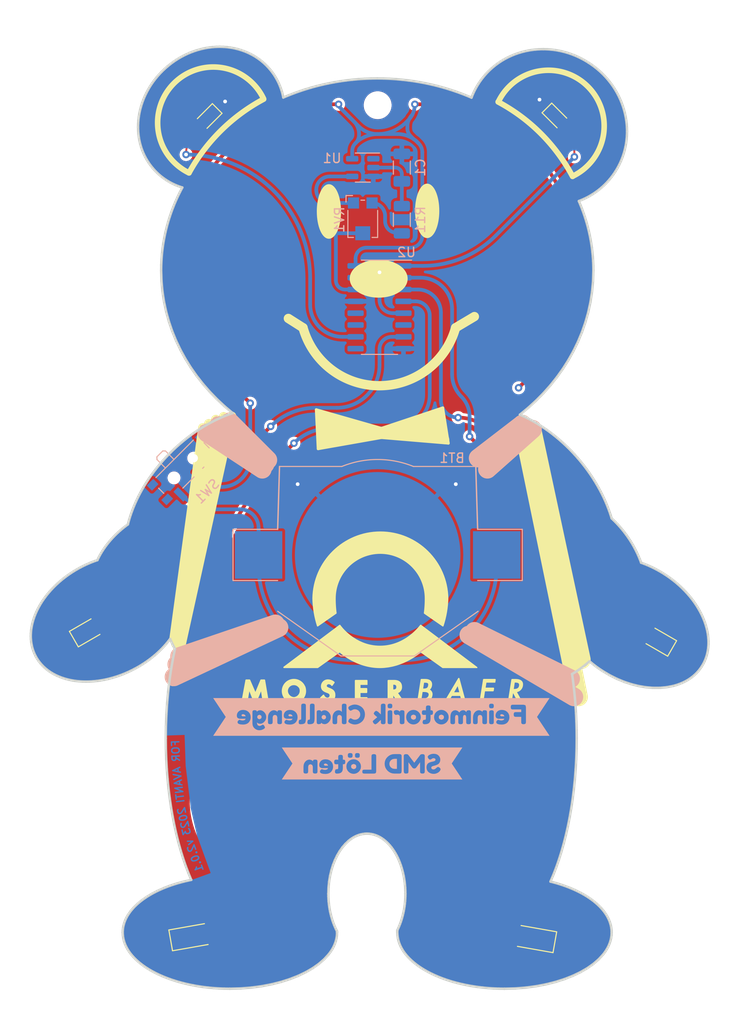
<source format=kicad_pcb>
(kicad_pcb (version 20221018) (generator pcbnew)
  (title_block (title "SMD-Challenge-Avanti") (date "2023-01-30") (rev "v2.0.1") (company "(c) by C. Zaugg") (comment 1 "Made for Avanti 2023") (comment 2 "SMD Soldering from 1206 to 0603 Chip Sizes") (comment 3 "Moser Baer Branding") (comment 4 "SMD - Challenge Badge"))
  (layers (0 "F.Cu" signal) (31 "B.Cu" signal) (34 "B.Paste" user) (35 "F.Paste" user) (36 "B.SilkS" user "B.Silkscreen") (37 "F.SilkS" user "F.Silkscreen") (38 "B.Mask" user) (39 "F.Mask" user) (44 "Edge.Cuts" user))
  (net 0 "")
  (net 1 "Net-(C1-Pad1)")
  (net 2 "GND")
  (net 3 "Net-(R11-Pad2)")
  (net 4 "Net-(BT1-+)")
  (net 5 "VCC")
  (net 6 "Net-(D1-A)")
  (net 7 "Net-(D2-A)")
  (net 8 "Net-(D3-A)")
  (net 9 "Net-(D4-A)")
  (net 10 "Net-(D5-A)")
  (net 11 "Net-(D6-A)")
  (net 12 "Net-(U2-Q6)")
  (net 16 "Net-(U2-CLK)")
  (footprint "LED_SMD:LED_0603_1608Metric" (layer "F.Cu") (at 127.3 52.7 -135)
    (fp_text reference "D1" hide)
    (fp_text value "LED" hide)
  )
  (footprint "LED_SMD:LED_0805_2012Metric" (layer "F.Cu") (at 114.4 107.8 30)
    (fp_text reference "D6" hide)
    (fp_text value "LED" hide)
  )
  (footprint "LED_SMD:LED_1206_3216Metric" (layer "F.Cu") (at 125.6 140.6 10)
    (fp_text reference "D5" hide)
    (fp_text value "LED" hide)
  )
  (footprint "MountingHole:MountingHole_2.5mm" (layer "F.Cu") (at 145.6 51.3)
    (fp_text reference "H1" hide)
    (fp_text value "MountingHole" hide)
  )
  (footprint "LED_SMD:LED_0805_2012Metric" (layer "F.Cu") (at 175.8 108.8 150)
    (fp_text reference "D3" hide)
    (fp_text value "LED" hide)
  )
  (footprint "LED_SMD:LED_0603_1608Metric" (layer "F.Cu") (at 164.843153 52.643153 -45)
    (fp_text reference "D2" hide)
    (fp_text value "LED" hide)
  )
  (footprint "LED_SMD:LED_1206_3216Metric" (layer "F.Cu") (at 162.4 140.8 170)
    (fp_text reference "D4" hide)
    (fp_text value "LED" hide)
  )
  (footprint "Capacitor_SMD:C_1206_3216Metric" (layer "B.Cu") (at 148.2 58 90)
    (fp_text reference "C1")
    (fp_text value "1u")
  )
  (footprint "Battery:BatteryHolder_Keystone_3002_1x2032" (layer "B.Cu") (at 145.6 99.6 180)
    (fp_text reference "BT1")
    (fp_text value "Battery_Cell")
  )
  (footprint "kibuzzard-63D590DE" (layer "B.Cu") (at 146 117 180)
    (fp_text reference "kibuzzard-63D590DE" hide)
    (fp_text value "G***" hide)
  )
  (footprint "Package_TO_SOT_SMD:SOT-23-5" (layer "B.Cu") (at 144 58 180)
    (fp_text reference "U1")
    (fp_text value "SN74LVC1G14DBV")
  )
  (footprint "Potentiometer_SMD:Potentiometer_Bourns_TC33X_Vertical" (layer "B.Cu") (at 144 63.6 -90)
    (fp_text reference "RV1")
    (fp_text value "100k")
  )
  (footprint "kibuzzard-63D590F7" (layer "B.Cu") (at 145 122 180)
    (fp_text reference "kibuzzard-63D590F7" hide)
    (fp_text value "G***" hide)
  )
  (footprint "Package_SO:SO-16_3.9x9.9mm_P1.27mm" (layer "B.Cu") (at 145.8 73 180)
    (fp_text reference "U2")
    (fp_text value "74HC4017")
  )
  (footprint "Resistor_SMD:R_1206_3216Metric" (layer "B.Cu") (at 148.2 63.6 -90)
    (fp_text reference "R11")
    (fp_text value "10k")
  )
  (footprint "Button_Switch_SMD:SW_SPDT_PCM12" (layer "B.Cu") (at 125 90.5 45)
    (fp_text reference "SW1")
    (fp_text value "SW_SPDT")
  )
  (gr_line (start 134.85 96.85) (end 135.05 90.1) (stroke (width 0.15)) (layer "B.SilkS"))
  (gr_line (start 156 107.8) (end 166.35 112.9) (stroke (width 2)) (layer "B.SilkS"))
  (gr_line (start 124.3 110.5) (end 134.6 107) (stroke (width 2)) (layer "B.SilkS"))
  (gr_line (start 124 111.35) (end 133.95 107.55) (stroke (width 2)) (layer "B.SilkS"))
  (gr_line (start 155.4 108.2) (end 166.7 114.85) (stroke (width 2)) (layer "B.SilkS"))
  (gr_line (start 123.7 112.7) (end 135 107.4) (stroke (width 2)) (layer "B.SilkS"))
  (gr_line (start 157.4 90.4) (end 162.25 86.1) (stroke (width 2)) (layer "B.SilkS"))
  (gr_line (start 156.4 89.2) (end 161.15 85.55) (stroke (width 2)) (layer "B.SilkS"))
  (gr_line (start 156.35 96.85) (end 156.15 90.1) (stroke (width 0.15)) (layer "B.SilkS"))
  (gr_line (start 129.7 85.3) (end 133.8 89.4) (stroke (width 2)) (layer "B.SilkS"))
  (gr_line (start 127.25 86.5) (end 133.2 90.4) (stroke (width 2)) (layer "B.SilkS"))
  (gr_line (start 128.5 85.7) (end 133.5 89.85) (stroke (width 2)) (layer "B.SilkS"))
  (gr_poly (pts (xy 156.21722 111.67388) (xy 152.60407 111.67388) (xy 150.227052 109.980548) (xy 149.900987 110.245131) (xy 149.51279 110.516329) (xy 149.268054 110.669291) (xy 148.991714 110.827214) (xy 148.685385 110.985137) (xy 148.350682 111.138099) (xy 147.989222 111.281139) (xy 147.602619 111.409297) (xy 147.192488 111.51761) (xy 146.760446 111.601119) (xy 146.308107 111.654863) (xy 146.074831 111.669022) (xy 145.837087 111.67388) (xy 145.599567 111.669022) (xy 145.366946 111.654863) (xy 145.139397 111.632022) (xy 144.917093 111.601119) (xy 144.700207 111.562776) (xy 144.488913 111.51761) (xy 144.283383 111.466244) (xy 144.083792 111.409297) (xy 143.890311 111.347388) (xy 143.703116 111.281139) (xy 143.522378 111.211169) (xy 143.348271 111.138099) (xy 143.180968 111.062548) (xy 143.020643 110.985137) (xy 142.867468 110.906485) (xy 142.721618 110.827214) (xy 142.452581 110.669291) (xy 142.21492 110.516329) (xy 142.010019 110.373289) (xy 141.839265 110.245131) (xy 141.704044 110.136817) (xy 141.605742 110.053308) (xy 141.525437 109.980548) (xy 139.14842 111.67388) (xy 135.537386 111.67388) (xy 141.527553 107.175965) (xy 141.598949 107.272736) (xy 141.810988 107.527861) (xy 141.968741 107.69831) (xy 142.160445 107.888554) (xy 142.385697 108.091994) (xy 142.644095 108.302032) (xy 142.935235 108.512069) (xy 143.258714 108.715509) (xy 143.614128 108.905753) (xy 144.001076 109.076202) (xy 144.206249 109.151942) (xy 144.419154 109.22026) (xy 144.639741 109.280329) (xy 144.867959 109.331327) (xy 145.103757 109.372427) (xy 145.347087 109.402806) (xy 145.597896 109.421638) (xy 145.856136 109.428098) (xy 146.114496 109.421625) (xy 146.36566 109.402758) (xy 146.60956 109.372322) (xy 146.846132 109.331145) (xy 147.075308 109.280052) (xy 147.297024 109.219869) (xy 147.511213 109.151423) (xy 147.71781 109.075541) (xy 147.916748 108.993048) (xy 148.107961 108.904771) (xy 148.291385 108.811536) (xy 148.466952 108.71417) (xy 148.634598 108.613498) (xy 148.794256 108.510347) (xy 148.945859 108.405544) (xy 149.089344 108.299915) (xy 149.224642 108.194285) (xy 149.351689 108.089482) (xy 149.580766 107.88566) (xy 149.776046 107.695059) (xy 149.937003 107.524289) (xy 150.063109 107.379961) (xy 150.153837 107.268685) (xy 150.227052 107.171731)) (stroke (width 0.16)) (fill solid) (layer "F.SilkS"))
  (gr_poly (pts (xy 136.660394 112.993102) (xy 136.71665 112.997183) (xy 136.77245 113.003826) (xy 136.827713 113.012992) (xy 136.882357 113.02464) (xy 136.936302 113.038729) (xy 136.989465 113.055221) (xy 137.041765 113.074074) (xy 137.143453 113.118706) (xy 137.240715 113.172302) (xy 137.287483 113.202362) (xy 137.3329 113.234542) (xy 137.376886 113.268803) (xy 137.419358 113.305104) (xy 137.460235 113.343406) (xy 137.499437 113.383668) (xy 137.536881 113.42585) (xy 137.572487 113.469912) (xy 137.606173 113.515813) (xy 137.637858 113.563514) (xy 137.66746 113.612975) (xy 137.694898 113.664154) (xy 137.720092 113.717013) (xy 137.732295 113.746097) (xy 137.742953 113.746097) (xy 137.752908 113.773472) (xy 137.762234 113.80104) (xy 137.770927 113.828791) (xy 137.778986 113.856714) (xy 137.786409 113.884797) (xy 137.793193 113.913029) (xy 137.799338 113.941401) (xy 137.80484 113.9699) (xy 137.809698 113.998516) (xy 137.81391 114.027238) (xy 137.817474 114.056055) (xy 137.820388 114.084956) (xy 137.82265 114.11393) (xy 137.824258 114.142966) (xy 137.82521 114.172053) (xy 137.825504 114.201181) (xy 137.827619 114.220231) (xy 137.826182 114.279316) (xy 137.82198 114.337722) (xy 137.815076 114.395382) (xy 137.80553 114.452229) (xy 137.793404 114.508197) (xy 137.778759 114.563218) (xy 137.761655 114.617225) (xy 137.742154 114.670152) (xy 137.720317 114.72193) (xy 137.696206 114.772494) (xy 137.66988 114.821776) (xy 137.641402 114.869709) (xy 137.610832 114.916226) (xy 137.578232 114.96126) (xy 137.543663 115.004744) (xy 137.507185 115.046611) (xy 137.46886 115.086794) (xy 137.428749 115.125226) (xy 137.386914 115.16184) (xy 137.343414 115.196569) (xy 137.298312 115.229346) (xy 137.251668 115.260104) (xy 137.203544 115.288775) (xy 137.154 115.315293) (xy 137.103098 115.339591) (xy 137.050899 115.361602) (xy 136.997464 115.381258) (xy 136.942853 115.398494) (xy 136.88713 115.41324) (xy 136.830353 115.425432) (xy 136.772585 115.435001) (xy 136.713886 115.441881) (xy 136.654927 115.445968) (xy 136.596385 115.447239) (xy 136.538334 115.445751) (xy 136.480844 115.441556) (xy 136.42399 115.43471) (xy 136.367842 115.425268) (xy 136.312475 115.413283) (xy 136.257959 115.398811) (xy 136.204368 115.381905) (xy 136.151774 115.362622) (xy 136.100249 115.341014) (xy 136.049866 115.317137) (xy 136.000698 115.291046) (xy 135.952816 115.262794) (xy 135.906294 115.232437) (xy 135.861203 115.200029) (xy 135.817616 115.165625) (xy 135.775606 115.129279) (xy 135.735245 115.091046) (xy 135.696605 115.05098) (xy 135.659759 115.009136) (xy 135.62478 114.965569) (xy 135.591739 114.920333) (xy 135.560709 114.873483) (xy 135.531763 114.825073) (xy 135.504973 114.775157) (xy 135.480412 114.723792) (xy 135.458152 114.67103) (xy 135.438265 114.616927) (xy 135.420824 114.561537) (xy 135.405901 114.504915) (xy 135.393569 114.447116) (xy 135.383993 114.388796) (xy 135.377259 114.330629) (xy 135.373319 114.272692) (xy 135.372126 114.215062) (xy 135.372658 114.194832) (xy 135.873937 114.194832) (xy 135.875382 114.232073) (xy 135.878585 114.26885) (xy 135.883506 114.30512) (xy 135.890103 114.340841) (xy 135.898336 114.375971) (xy 135.908166 114.410467) (xy 135.919551 114.444287) (xy 135.932451 114.477389) (xy 135.946826 114.50973) (xy 135.962635 114.541268) (xy 135.979839 114.57196) (xy 135.998395 114.601765) (xy 136.018264 114.63064) (xy 136.039406 114.658543) (xy 136.061781 114.68543) (xy 136.085346 114.711261) (xy 136.110064 114.735992) (xy 136.135892 114.759582) (xy 136.16279 114.781987) (xy 136.190718 114.803166) (xy 136.219636 114.823077) (xy 136.249504 114.841676) (xy 136.280279 114.858922) (xy 136.311924 114.874772) (xy 136.344396 114.889184) (xy 136.377655 114.902116) (xy 136.411662 114.913525) (xy 136.446375 114.923369) (xy 136.481754 114.931606) (xy 136.517759 114.938193) (xy 136.554349 114.943087) (xy 136.591485 114.946248) (xy 136.627421 114.943123) (xy 136.662849 114.938358) (xy 136.69773 114.93199) (xy 136.732027 114.92406) (xy 136.765701 114.914604) (xy 136.798714 114.903663) (xy 136.831029 114.891275) (xy 136.862607 114.877478) (xy 136.89341 114.862311) (xy 136.9234 114.845813) (xy 136.95254 114.828023) (xy 136.98079 114.808979) (xy 137.008114 114.788721) (xy 137.034473 114.767286) (xy 137.059829 114.744713) (xy 137.084143 114.721042) (xy 137.107379 114.696311) (xy 137.129498 114.670559) (xy 137.150462 114.643824) (xy 137.170232 114.616145) (xy 137.188771 114.58756) (xy 137.206041 114.55811) (xy 137.222004 114.527831) (xy 137.236622 114.496764) (xy 137.249856 114.464946) (xy 137.261669 114.432417) (xy 137.272023 114.399214) (xy 137.280879 114.365378) (xy 137.2882 114.330946) (xy 137.293947 114.295957) (xy 137.298083 114.26045) (xy 137.300569 114.224464) (xy 137.30057 114.192714) (xy 137.300119 114.162434) (xy 137.298399 114.132295) (xy 137.295422 114.102334) (xy 137.291202 114.072589) (xy 137.28575 114.043097) (xy 137.279079 114.013896) (xy 137.271203 113.985022) (xy 137.262134 113.956514) (xy 137.251884 113.928409) (xy 137.240468 113.900744) (xy 137.227896 113.873557) (xy 137.214183 113.846884) (xy 137.199341 113.820764) (xy 137.183382 113.795234) (xy 137.16712 113.771498) (xy 137.14817 113.771498) (xy 137.126708 113.746094) (xy 137.148168 113.746094) (xy 137.16632 113.770332) (xy 137.16712 113.771498) (xy 137.742958 113.77151) (xy 137.732295 113.746097) (xy 137.148168 113.746094) (xy 137.126708 113.746094) (xy 137.12209 113.740628) (xy 137.094436 113.711492) (xy 137.065295 113.684132) (xy 137.034757 113.65859) (xy 137.00291 113.634906) (xy 136.969842 113.613124) (xy 136.935641 113.593284) (xy 136.900397 113.575429) (xy 136.864197 113.5596) (xy 136.827131 113.545838) (xy 136.789287 113.534186) (xy 136.750752 113.524686) (xy 136.711617 113.517379) (xy 136.671968 113.512306) (xy 136.631895 113.50951) (xy 136.591487 113.509032) (xy 136.555376 113.509171) (xy 136.519699 113.511114) (xy 136.484501 113.514817) (xy 136.449826 113.520236) (xy 136.41572 113.527331) (xy 136.382228 113.536056) (xy 136.349394 113.54637) (xy 136.317263 113.558229) (xy 136.285881 113.571591) (xy 136.255291 113.586412) (xy 136.22554 113.602649) (xy 136.196672 113.620261) (xy 136.168732 113.639203) (xy 136.141765 113.659433) (xy 136.115815 113.680908) (xy 136.090929 113.703584) (xy 136.06715 113.72742) (xy 136.044524 113.752371) (xy 136.023095 113.778396) (xy 136.002908 113.805451) (xy 135.984009 113.833493) (xy 135.966443 113.862479) (xy 135.950253 113.892367) (xy 135.935486 113.923113) (xy 135.922186 113.954675) (xy 135.910398 113.987009) (xy 135.900166 114.020072) (xy 135.891537 114.053823) (xy 135.884554 114.088217) (xy 135.879263 114.123212) (xy 135.875709 114.158764) (xy 135.873937 114.194832) (xy 135.372658 114.194832) (xy 135.373632 114.157817) (xy 135.377789 114.101033) (xy 135.38455 114.044788) (xy 135.393867 113.989159) (xy 135.405693 113.934223) (xy 135.41998 113.880058) (xy 135.436681 113.82674) (xy 135.455747 113.774347) (xy 135.477132 113.722957) (xy 135.500788 113.672646) (xy 135.526667 113.623491) (xy 135.554722 113.575571) (xy 135.584905 113.528961) (xy 135.617168 113.48374) (xy 135.651465 113.439984) (xy 135.687746 113.397771) (xy 135.725966 113.357178) (xy 135.766076 113.318282) (xy 135.808028 113.281161) (xy 135.851775 113.245891) (xy 135.89727 113.21255) (xy 135.944465 113.181215) (xy 135.993312 113.151964) (xy 136.043764 113.124873) (xy 136.095773 113.10002) (xy 136.149291 113.077482) (xy 136.204272 113.057336) (xy 136.260667 113.039659) (xy 136.317837 113.024678) (xy 136.375121 113.012541) (xy 136.432437 113.003207) (xy 136.489703 112.996636) (xy 136.546839 112.992788) (xy 136.603763 112.991624)) (stroke (width 0.16)) (fill solid) (layer "F.SilkS"))
  (gr_poly (pts (xy 132.459753 114.516565) (xy 133.06512 113.053947) (xy 133.424953 113.053947) (xy 133.810186 115.331482) (xy 133.302186 115.331482) (xy 133.098987 113.953531) (xy 132.521137 115.358998) (xy 132.336987 115.358998) (xy 131.77607 113.953531) (xy 131.543237 115.331482) (xy 131.03947 115.331482) (xy 131.462803 113.053947) (xy 131.824753 113.053947)) (stroke (width 0.16)) (fill solid) (layer "F.SilkS"))
  (gr_poly (pts (xy 150.981289 59.806975) (xy 151.044063 59.817939) (xy 151.105887 59.835994) (xy 151.166684 59.860964) (xy 151.22638 59.892671) (xy 151.2849 59.930936) (xy 151.398111 60.026433) (xy 151.505716 60.146034) (xy 151.607115 60.288317) (xy 151.701708 60.45186) (xy 151.788893 60.635243) (xy 151.868071 60.837044) (xy 151.93864 61.055842) (xy 152 61.290215) (xy 152.05155 61.538741) (xy 152.092691 61.8) (xy 152.12282 62.07257) (xy 152.141338 62.355029) (xy 152.147644 62.645957) (xy 152.146055 62.79239) (xy 152.141338 62.936884) (xy 152.133568 63.079261) (xy 152.12282 63.219343) (xy 152.109169 63.356952) (xy 152.092691 63.491912) (xy 152.073459 63.624044) (xy 152.05155 63.75317) (xy 152.027039 63.879113) (xy 152 64.001696) (xy 151.970509 64.12074) (xy 151.93864 64.236067) (xy 151.904469 64.347501) (xy 151.868071 64.454864) (xy 151.829521 64.557977) (xy 151.788893 64.656664) (xy 151.746264 64.750746) (xy 151.701708 64.840046) (xy 151.6553 64.924386) (xy 151.607115 65.003588) (xy 151.557229 65.077476) (xy 151.505716 65.14587) (xy 151.452652 65.208594) (xy 151.398111 65.26547) (xy 151.342168 65.31632) (xy 151.2849 65.360966) (xy 151.22638 65.399231) (xy 151.166684 65.430937) (xy 151.105887 65.455907) (xy 151.044063 65.473963) (xy 150.981289 65.484926) (xy 150.917639 65.48862) (xy 150.855232 65.484926) (xy 150.793622 65.473963) (xy 150.732888 65.455907) (xy 150.673108 65.430937) (xy 150.614358 65.399231) (xy 150.556718 65.360966) (xy 150.445072 65.26547) (xy 150.338792 65.14587) (xy 150.238497 65.003588) (xy 150.144809 64.840046) (xy 150.058348 64.656664) (xy 149.979735 64.454864) (xy 149.90959 64.236067) (xy 149.848533 64.001696) (xy 149.797187 63.75317) (xy 149.75617 63.491912) (xy 149.726104 63.219343) (xy 149.707609 62.936884) (xy 149.701306 62.645957) (xy 149.702895 62.499522) (xy 149.707609 62.355027) (xy 149.715371 62.212649) (xy 149.726104 62.072566) (xy 149.739729 61.934956) (xy 149.75617 61.799996) (xy 149.775348 61.667863) (xy 149.797187 61.538736) (xy 149.821608 61.412792) (xy 149.848533 61.290209) (xy 149.877887 61.171165) (xy 149.90959 61.055837) (xy 149.943565 60.944402) (xy 149.979735 60.837039) (xy 150.018022 60.733926) (xy 150.058348 60.635239) (xy 150.100637 60.541157) (xy 150.144809 60.451856) (xy 150.190789 60.367516) (xy 150.238497 60.288314) (xy 150.287858 60.214426) (xy 150.338792 60.146031) (xy 150.391223 60.083307) (xy 150.445072 60.026431) (xy 150.500263 59.975582) (xy 150.556718 59.930935) (xy 150.614358 59.89267) (xy 150.673108 59.860964) (xy 150.732888 59.835994) (xy 150.793622 59.817938) (xy 150.855232 59.806975) (xy 150.917639 59.803281)) (stroke (width 0.16)) (fill solid) (layer "F.SilkS"))
  (gr_line (start 146 87) (end 139.2 88.2) (stroke (width 0.3)) (layer "F.SilkS"))
  (gr_line (start 137.578686 75.20199) (end 136 74.2) (stroke (width 1)) (layer "F.SilkS"))
  (gr_line (start 161.15 85.55) (end 167.2 114.85) (stroke (width 2)) (layer "F.SilkS"))
  (gr_poly (pts (xy 144.431619 113.481514) (xy 143.680203 113.481514) (xy 143.680203 113.97258) (xy 144.404103 113.97258) (xy 144.404103 114.351465) (xy 143.680203 114.351465) (xy 143.680203 114.954713) (xy 144.431619 114.954713) (xy 144.431619 115.333597) (xy 143.225119 115.333597) (xy 143.225119 113.10263) (xy 144.431619 113.10263)) (stroke (width 0.16)) (fill solid) (layer "F.SilkS"))
  (gr_line (start 139.6 87.6) (end 145.6 86.5) (stroke (width 1)) (layer "F.SilkS"))
  (gr_poly (pts (xy 154.985318 115.329364) (xy 154.697452 115.329364) (xy 154.534468 114.666849) (xy 153.537518 114.666849) (xy 153.150168 115.329364) (xy 152.866536 115.329364) (xy 153.404913 114.425548) (xy 153.687802 114.425548) (xy 154.477319 114.425548) (xy 154.227553 113.489982) (xy 153.687802 114.425548) (xy 153.404913 114.425548) (xy 154.322803 112.884614)) (stroke (width 0.16)) (fill solid) (layer "F.SilkS"))
  (gr_line (start 146 86.5) (end 152.2 84.4) (stroke (width 1)) (layer "F.SilkS"))
  (gr_line (start 128.2 85.05) (end 124 108.4) (stroke (width 1)) (layer "F.SilkS"))
  (gr_poly (pts (xy 140.263905 113.045483) (xy 140.307737 113.047262) (xy 140.351294 113.050975) (xy 140.394517 113.0566) (xy 140.437344 113.064113) (xy 140.479718 113.073491) (xy 140.521579 113.084711) (xy 140.562867 113.09775) (xy 140.603524 113.112585) (xy 140.643489 113.129193) (xy 140.682703 113.14755) (xy 140.721108 113.167633) (xy 140.758643 113.189419) (xy 140.795249 113.212885) (xy 140.830868 113.238007) (xy 140.865438 113.264764) (xy 140.898902 113.29313) (xy 140.68512 113.593698) (xy 140.669728 113.57264) (xy 140.653185 113.552701) (xy 140.635555 113.533913) (xy 140.616899 113.516311) (xy 140.597281 113.499928) (xy 140.576763 113.484795) (xy 140.555407 113.470946) (xy 140.533278 113.458415) (xy 140.510436 113.447234) (xy 140.486944 113.437437) (xy 140.462866 113.429055) (xy 140.438264 113.422123) (xy 140.413201 113.416674) (xy 140.387739 113.41274) (xy 140.361941 113.410354) (xy 140.335869 113.40955) (xy 140.322081 113.409211) (xy 140.308434 113.409553) (xy 140.294945 113.410562) (xy 140.281631 113.412223) (xy 140.26851 113.41452) (xy 140.255598 113.417439) (xy 140.242913 113.420963) (xy 140.230473 113.425078) (xy 140.218294 113.429768) (xy 140.206394 113.435018) (xy 140.19479 113.440814) (xy 140.1835 113.447139) (xy 140.17254 113.453979) (xy 140.161928 113.461318) (xy 140.151682 113.469141) (xy 140.141818 113.477433) (xy 140.132354 113.486178) (xy 140.123307 113.495362) (xy 140.114694 113.504969) (xy 140.106533 113.514984) (xy 140.098841 113.525391) (xy 140.091635 113.536176) (xy 140.084933 113.547323) (xy 140.078751 113.558817) (xy 140.073108 113.570643) (xy 140.068019 113.582785) (xy 140.063504 113.595229) (xy 140.059578 113.607958) (xy 140.056259 113.620958) (xy 140.053565 113.634214) (xy 140.051513 113.64771) (xy 140.050119 113.661432) (xy 140.052773 113.695024) (xy 140.060507 113.725733) (xy 140.072984 113.753824) (xy 140.089864 113.779564) (xy 140.11081 113.803218) (xy 140.135481 113.825054) (xy 140.16354 113.845337) (xy 140.194648 113.864334) (xy 140.264654 113.899533) (xy 140.34279 113.932782) (xy 140.512611 114.00195) (xy 140.598876 114.042129) (xy 140.641162 114.064549) (xy 140.682432 114.088878) (xy 140.722347 114.115382) (xy 140.760568 114.144328) (xy 140.796756 114.17598) (xy 140.830574 114.210607) (xy 140.861681 114.248474) (xy 140.88974 114.289847) (xy 140.914412 114.334993) (xy 140.935357 114.384178) (xy 140.952237 114.437668) (xy 140.964714 114.495729) (xy 140.972449 114.558628) (xy 140.975102 114.626631) (xy 140.976435 114.665349) (xy 140.975692 114.703885) (xy 140.972902 114.742161) (xy 140.968095 114.780103) (xy 140.961299 114.817635) (xy 140.952543 114.85468) (xy 140.941856 114.891163) (xy 140.929267 114.927008) (xy 140.914805 114.962139) (xy 140.898499 114.99648) (xy 140.880377 115.029955) (xy 140.860469 115.062489) (xy 140.838804 115.094006) (xy 140.81541 115.12443) (xy 140.790316 115.153684) (xy 140.763552 115.181694) (xy 140.735321 115.208225) (xy 140.705859 115.233075) (xy 140.675242 115.256216) (xy 140.643547 115.277619) (xy 140.610849 115.297256) (xy 140.577224 115.315099) (xy 140.542749 115.331119) (xy 140.507499 115.345289) (xy 140.471551 115.35758) (xy 140.43498 115.367964) (xy 140.397864 115.376412) (xy 140.360277 115.382896) (xy 140.322297 115.387388) (xy 140.283998 115.38986) (xy 140.245458 115.390283) (xy 140.206752 115.388629) (xy 140.150819 115.385955) (xy 140.095643 115.379584) (xy 140.041377 115.369612) (xy 139.988177 115.35613) (xy 139.936198 115.339233) (xy 139.885593 115.319015) (xy 139.836519 115.295568) (xy 139.789128 115.268987) (xy 139.743577 115.239365) (xy 139.700019 115.206795) (xy 139.65861 115.171371) (xy 139.619504 115.133186) (xy 139.582855 115.092335) (xy 139.548819 115.04891) (xy 139.51755 115.003005) (xy 139.489202 114.954713) (xy 139.783419 114.679547) (xy 139.78946 114.696728) (xy 139.796111 114.71357) (xy 139.803357 114.730062) (xy 139.811183 114.746193) (xy 139.819575 114.761951) (xy 139.828519 114.777325) (xy 139.838 114.792304) (xy 139.848002 114.806877) (xy 139.858513 114.821033) (xy 139.869516 114.834759) (xy 139.880997 114.848046) (xy 139.892943 114.860882) (xy 139.905337 114.873255) (xy 139.918166 114.885154) (xy 139.931415 114.896568) (xy 139.945069 114.907486) (xy 139.959114 114.917897) (xy 139.973535 114.927789) (xy 139.988318 114.937151) (xy 140.003448 114.945971) (xy 140.01891 114.95424) (xy 140.03469 114.961944) (xy 140.050773 114.969074) (xy 140.067144 114.975617) (xy 140.08379 114.981563) (xy 140.100695 114.986901) (xy 140.117844 114.991618) (xy 140.135224 114.995705) (xy 140.152819 114.999149) (xy 140.170615 115.001939) (xy 140.188598 115.004065) (xy 140.206752 115.005514) (xy 140.222325 115.005035) (xy 140.23778 115.003764) (xy 140.25309 115.001712) (xy 140.268227 114.998891) (xy 140.283164 114.995314) (xy 140.297873 114.990993) (xy 140.312328 114.985938) (xy 140.3265 114.980164) (xy 140.340362 114.97368) (xy 140.353887 114.9665) (xy 140.367047 114.958636) (xy 140.379815 114.950098) (xy 140.392163 114.940901) (xy 140.404065 114.931054) (xy 140.415492 114.920571) (xy 140.426417 114.909463) (xy 140.436757 114.897809) (xy 140.446439 114.885696) (xy 140.455454 114.873152) (xy 140.463792 114.860208) (xy 140.471442 114.846889) (xy 140.478394 114.833225) (xy 140.484638 114.819244) (xy 140.490165 114.804973) (xy 140.494963 114.790442) (xy 140.499023 114.775677) (xy 140.502336 114.760709) (xy 140.504889 114.745563) (xy 140.506675 114.73027) (xy 140.507681 114.714856) (xy 140.5079 114.699351) (xy 140.507319 114.683781) (xy 140.506706 114.662636) (xy 140.504895 114.64244) (xy 140.501928 114.62316) (xy 140.497848 114.604766) (xy 140.492696 114.587226) (xy 140.486516 114.570509) (xy 140.479348 114.554584) (xy 140.471236 114.539418) (xy 140.462222 114.524981) (xy 140.452348 114.511242) (xy 140.441656 114.498168) (xy 140.430189 114.485728) (xy 140.417988 114.473892) (xy 140.405096 114.462627) (xy 140.391556 114.451903) (xy 140.377408 114.441688) (xy 140.362697 114.43195) (xy 140.347463 114.422658) (xy 140.315599 114.405287) (xy 140.282154 114.389323) (xy 140.247465 114.374516) (xy 140.21187 114.360615) (xy 140.175709 114.347367) (xy 140.103035 114.321831) (xy 140.047656 114.299265) (xy 139.994366 114.275843) (xy 139.943371 114.251305) (xy 139.894874 114.22539) (xy 139.849082 114.197838) (xy 139.806198 114.168389) (xy 139.766427 114.136782) (xy 139.747772 114.120087) (xy 139.729973 114.102756) (xy 139.713054 114.084755) (xy 139.697042 114.066051) (xy 139.681961 114.046613) (xy 139.667837 114.026407) (xy 139.654697 114.005401) (xy 139.642565 113.983563) (xy 139.631466 113.96086) (xy 139.621428 113.937259) (xy 139.612475 113.912728) (xy 139.604632 113.887234) (xy 139.597926 113.860745) (xy 139.592382 113.833228) (xy 139.588025 113.804651) (xy 139.584881 113.774981) (xy 139.582976 113.744185) (xy 139.582336 113.712231) (xy 139.582959 113.678614) (xy 139.585273 113.645224) (xy 139.589252 113.612119) (xy 139.594872 113.579358) (xy 139.60211 113.546998) (xy 139.61094 113.515098) (xy 139.62134 113.483715) (xy 139.633284 113.452908) (xy 139.646749 113.422735) (xy 139.66171 113.393253) (xy 139.678143 113.364521) (xy 139.696024 113.336596) (xy 139.715329 113.309537) (xy 139.736034 113.283401) (xy 139.758113 113.258248) (xy 139.781545 113.234134) (xy 139.806168 113.211238) (xy 139.831801 113.189717) (xy 139.858385 113.169591) (xy 139.885862 113.150886) (xy 139.914173 113.133623) (xy 139.94326 113.117826) (xy 139.973063 113.103517) (xy 140.003526 113.090718) (xy 140.034588 113.079455) (xy 140.066192 113.069747) (xy 140.098278 113.06162) (xy 140.130789 113.055096) (xy 140.163666 113.050197) (xy 140.196849 113.046947) (xy 140.230282 113.045368)) (stroke (width 0.16)) (fill solid) (layer "F.SilkS"))
  (gr_line (start 162.2 86.15) (end 167.5 110.85) (stroke (width 2)) (layer "F.SilkS"))
  (gr_poly (pts (xy 150.762482 112.99865) (xy 150.838115 113.004375) (xy 150.910684 113.014224) (xy 150.979725 113.028448) (xy 151.044772 113.047298) (xy 151.075653 113.058536) (xy 151.105361 113.071025) (xy 151.133838 113.084797) (xy 151.161026 113.099881) (xy 151.186866 113.116311) (xy 151.211302 113.134116) (xy 151.234274 113.15333) (xy 151.255724 113.173982) (xy 151.275594 113.196105) (xy 151.293827 113.21973) (xy 151.310363 113.244888) (xy 151.325146 113.271611) (xy 151.338116 113.299929) (xy 151.349216 113.329875) (xy 151.358387 113.36148) (xy 151.365571 113.394775) (xy 151.370711 113.429792) (xy 151.373747 113.466561) (xy 151.374623 113.505115) (xy 151.373279 113.545485) (xy 151.369658 113.587702) (xy 151.363701 113.631798) (xy 151.357734 113.667) (xy 151.349849 113.701618) (xy 151.340091 113.735583) (xy 151.328503 113.768828) (xy 151.315132 113.801285) (xy 151.300022 113.832886) (xy 151.283217 113.863563) (xy 151.264764 113.893249) (xy 151.244705 113.921874) (xy 151.223087 113.949372) (xy 151.199954 113.975675) (xy 151.175351 114.000714) (xy 151.149323 114.024422) (xy 151.121914 114.046731) (xy 151.09317 114.067572) (xy 151.063135 114.086879) (xy 151.087099 114.094123) (xy 151.11043 114.102467) (xy 151.133104 114.111876) (xy 151.155103 114.122313) (xy 151.176403 114.133741) (xy 151.196985 114.146123) (xy 151.216826 114.159425) (xy 151.235906 114.173608) (xy 151.254203 114.188636) (xy 151.271696 114.204473) (xy 151.288365 114.221083) (xy 151.304187 114.238429) (xy 151.319141 114.256475) (xy 151.333208 114.275184) (xy 151.346364 114.29452) (xy 151.358589 114.314445) (xy 151.369862 114.334925) (xy 151.380161 114.355922) (xy 151.389466 114.3774) (xy 151.397755 114.399322) (xy 151.405007 114.421652) (xy 151.411201 114.444354) (xy 151.416315 114.46739) (xy 151.420328 114.490725) (xy 151.42322 114.514323) (xy 151.424968 114.538146) (xy 151.425553 114.562158) (xy 151.424952 114.586323) (xy 151.423144 114.610604) (xy 151.420108 114.634965) (xy 151.415823 114.65937) (xy 151.410268 114.683781) (xy 151.402369 114.72643) (xy 151.392598 114.76747) (xy 151.381003 114.806918) (xy 151.367633 114.844793) (xy 151.352537 114.881109) (xy 151.335765 114.915883) (xy 151.317367 114.949133) (xy 151.29739 114.980875) (xy 151.275885 115.011125) (xy 151.2529 115.039901) (xy 151.228486 115.067219) (xy 151.20269 115.093095) (xy 151.175563 115.117547) (xy 151.147153 115.140591) (xy 151.11751 115.162243) (xy 151.086683 115.18252) (xy 151.054721 115.20144) (xy 151.021673 115.219018) (xy 150.987589 115.235271) (xy 150.952518 115.250216) (xy 150.916509 115.26387) (xy 150.879612 115.276249) (xy 150.841874 115.28737) (xy 150.803347 115.29725) (xy 150.764078 115.305905) (xy 150.724118 115.313351) (xy 150.642319 115.324688) (xy 150.558343 115.331392) (xy 150.472585 115.333597) (xy 149.934952 115.333597) (xy 149.973428 115.088063) (xy 150.231285 115.088063) (xy 150.491635 115.088063) (xy 150.546259 115.087169) (xy 150.601107 115.084284) (xy 150.655756 115.079105) (xy 150.709785 115.071328) (xy 150.762772 115.060649) (xy 150.814295 115.046764) (xy 150.863934 115.029368) (xy 150.911265 115.008159) (xy 150.933934 114.99603) (xy 150.955868 114.982833) (xy 150.977015 114.96853) (xy 150.997321 114.953085) (xy 151.016734 114.936458) (xy 151.035202 114.918611) (xy 151.052671 114.899508) (xy 151.069089 114.879109) (xy 151.084403 114.857377) (xy 151.098561 114.834273) (xy 151.111509 114.80976) (xy 151.123196 114.783801) (xy 151.133568 114.756355) (xy 151.142572 114.727387) (xy 151.150157 114.696858) (xy 151.156268 114.664729) (xy 151.16048 114.632601) (xy 151.162456 114.602071) (xy 151.162277 114.573103) (xy 151.160026 114.545658) (xy 151.155787 114.519698) (xy 151.149641 114.495186) (xy 151.141671 114.472083) (xy 151.13196 114.45035) (xy 151.12059 114.429952) (xy 151.107644 114.410848) (xy 151.093204 114.393002) (xy 151.077352 114.376375) (xy 151.060173 114.360929) (xy 151.041747 114.346627) (xy 151.022157 114.33343) (xy 151.001487 114.3213) (xy 150.979819 114.3102) (xy 150.957234 114.300091) (xy 150.933816 114.290936) (xy 150.909648 114.282696) (xy 150.884811 114.275334) (xy 150.859389 114.268811) (xy 150.807118 114.258132) (xy 150.753495 114.250354) (xy 150.699181 114.245175) (xy 150.644835 114.242291) (xy 150.591119 114.241397) (xy 150.364636 114.241397) (xy 150.231285 115.088063) (xy 149.973428 115.088063) (xy 150.139272 114.02973) (xy 150.398502 114.02973) (xy 150.497986 114.02973) (xy 150.552666 114.029261) (xy 150.606217 114.027568) (xy 150.658404 114.024219) (xy 150.708991 114.018783) (xy 150.757743 114.010829) (xy 150.804423 113.999927) (xy 150.848796 113.985645) (xy 150.870044 113.977102) (xy 150.890627 113.967552) (xy 150.910516 113.956942) (xy 150.92968 113.945218) (xy 150.948091 113.932326) (xy 150.965719 113.918211) (xy 150.982535 113.902821) (xy 150.998509 113.886101) (xy 151.013612 113.867997) (xy 151.027814 113.848456) (xy 151.041085 113.827424) (xy 151.053398 113.804846) (xy 151.064721 113.780669) (xy 151.075025 113.754839) (xy 151.084282 113.727303) (xy 151.092461 113.698005) (xy 151.099533 113.666893) (xy 151.105469 113.633913) (xy 151.110026 113.60095) (xy 151.113003 113.569891) (xy 151.11443 113.540679) (xy 151.114341 113.513259) (xy 151.112767 113.487573) (xy 151.109739 113.463565) (xy 151.10529 113.44118) (xy 151.09945 113.420361) (xy 151.092253 113.401052) (xy 151.08373 113.383197) (xy 151.073911 113.36674) (xy 151.062831 113.351624) (xy 151.050519 113.337793) (xy 151.037008 113.325191) (xy 151.02233 113.313761) (xy 151.006516 113.303449) (xy 150.989598 113.294197) (xy 150.971608 113.285949) (xy 150.952578 113.278649) (xy 150.93254 113.272241) (xy 150.911525 113.266668) (xy 150.889565 113.261875) (xy 150.866692 113.257805) (xy 150.842937 113.254402) (xy 150.792911 113.249372) (xy 150.739741 113.246336) (xy 150.683681 113.244845) (xy 150.624986 113.244447) (xy 150.523386 113.244447) (xy 150.398502 114.02973) (xy 150.139272 114.02973) (xy 150.301135 112.996797) (xy 150.684251 112.996797)) (stroke (width 0.16)) (fill solid) (layer "F.SilkS"))
  (gr_arc (start 153.978686 75.20199) (mid 145.778686 81.426129) (end 137.578686 75.20199) (stroke (width 1)) (layer "F.SilkS"))
  (gr_line (start 129.05 84.75) (end 123.9 109.15) (stroke (width 1)) (layer "F.SilkS"))
  (gr_line (start 127.45 85.5) (end 123.8 112.05) (stroke (width 1)) (layer "F.SilkS"))
  (gr_line (start 139.4 84.5) (end 145.2 86.2) (stroke (width 1)) (layer "F.SilkS"))
  (gr_poly (pts (xy 147.447993 113.104934) (xy 147.529155 113.111928) (xy 147.606435 113.123741) (xy 147.679579 113.140499) (xy 147.71452 113.150772) (xy 147.748332 113.162329) (xy 147.780983 113.175187) (xy 147.812441 113.18936) (xy 147.842674 113.204865) (xy 147.871651 113.221717) (xy 147.899339 113.239933) (xy 147.925707 113.259528) (xy 147.950724 113.280518) (xy 147.974356 113.30292) (xy 147.996574 113.326749) (xy 148.017344 113.35202) (xy 148.036635 113.378751) (xy 148.054415 113.406956) (xy 148.070653 113.436652) (xy 148.085317 113.467854) (xy 148.098374 113.500579) (xy 148.109794 113.534842) (xy 148.119544 113.570659) (xy 148.127592 113.608046) (xy 148.133907 113.647019) (xy 148.138457 113.687594) (xy 148.141211 113.729787) (xy 148.142136 113.773613) (xy 148.143115 113.801208) (xy 148.142826 113.828582) (xy 148.141293 113.855701) (xy 148.138542 113.882535) (xy 148.134596 113.909052) (xy 148.129479 113.93522) (xy 148.123218 113.961008) (xy 148.115835 113.986384) (xy 148.107355 114.011316) (xy 148.097803 114.035773) (xy 148.087203 114.059723) (xy 148.07558 114.083135) (xy 148.062958 114.105977) (xy 148.049362 114.128216) (xy 148.034816 114.149823) (xy 148.019344 114.170764) (xy 148.002971 114.191008) (xy 147.985721 114.210525) (xy 147.96762 114.229281) (xy 147.94869 114.247246) (xy 147.928958 114.264387) (xy 147.908447 114.280674) (xy 147.887181 114.296074) (xy 147.865186 114.310556) (xy 147.842485 114.324088) (xy 147.819104 114.336639) (xy 147.795065 114.348177) (xy 147.770395 114.358671) (xy 147.745118 114.368087) (xy 147.719257 114.376397) (xy 147.692838 114.383566) (xy 147.665884 114.389564) (xy 148.32417 115.329364) (xy 147.773837 115.329364) (xy 147.206571 114.431898) (xy 147.206571 115.329364) (xy 146.747252 115.329364) (xy 146.747252 113.456114) (xy 147.200218 113.456114) (xy 147.202336 114.127098) (xy 147.261603 114.127098) (xy 147.307866 114.126247) (xy 147.352111 114.123563) (xy 147.394204 114.118852) (xy 147.434012 114.111917) (xy 147.471401 114.102565) (xy 147.489147 114.09692) (xy 147.506239 114.090598) (xy 147.522659 114.083573) (xy 147.538391 114.075822) (xy 147.553419 114.06732) (xy 147.567725 114.058042) (xy 147.581294 114.047964) (xy 147.594107 114.037061) (xy 147.60615 114.02531) (xy 147.617405 114.012686) (xy 147.627855 113.999164) (xy 147.637483 113.98472) (xy 147.646274 113.96933) (xy 147.65421 113.952969) (xy 147.661275 113.935612) (xy 147.667453 113.917236) (xy 147.672725 113.897816) (xy 147.677076 113.877327) (xy 147.680489 113.855745) (xy 147.682948 113.833046) (xy 147.684436 113.809205) (xy 147.684935 113.784198) (xy 147.684406 113.759233) (xy 147.682832 113.735516) (xy 147.680237 113.713016) (xy 147.676642 113.691705) (xy 147.672071 113.671551) (xy 147.666546 113.652526) (xy 147.660088 113.634599) (xy 147.652722 113.617741) (xy 147.644469 113.601922) (xy 147.635352 113.587111) (xy 147.625393 113.573279) (xy 147.614614 113.560397) (xy 147.603039 113.548434) (xy 147.590689 113.53736) (xy 147.577587 113.527146) (xy 147.563756 113.517762) (xy 147.549218 113.509177) (xy 147.533996 113.501363) (xy 147.518112 113.494289) (xy 147.501588 113.487926) (xy 147.484447 113.482243) (xy 147.466711 113.477211) (xy 147.448404 113.472799) (xy 147.429547 113.468979) (xy 147.390274 113.462993) (xy 147.349072 113.459012) (xy 147.306122 113.456799) (xy 147.261603 113.456114) (xy 147.200218 113.456114) (xy 146.747252 113.456114) (xy 146.747252 113.10263) (xy 147.363204 113.10263)) (stroke (width 0.16)) (fill solid) (layer "F.SilkS"))
  (gr_line (start 126.8 85.95) (end 123.7 108.65) (stroke (width 1)) (layer "F.SilkS"))
  (gr_arc (start 158.55398 50.94602) (mid 163.15 54.35) (end 166.55398 58.94602) (stroke (width 0.6)) (layer "F.SilkS"))
  (gr_line (start 139 84) (end 146 86) (stroke (width 0.3)) (layer "F.SilkS"))
  (gr_line (start 141 86.2) (end 143.4 86.4) (stroke (width 2)) (layer "F.SilkS"))
  (gr_arc (start 125.318157 58.568157) (mid 128.755996 54.023308) (end 133.34602 50.64602) (stroke (width 0.6)) (layer "F.SilkS"))
  (gr_line (start 139.947141 85.2) (end 140.2 87) (stroke (width 2)) (layer "F.SilkS"))
  (gr_poly (pts (xy 146.258811 97.165771) (xy 146.621854 97.193064) (xy 146.979742 97.23802) (xy 147.332031 97.300204) (xy 147.678278 97.379178) (xy 148.01804 97.474508) (xy 148.350873 97.585757) (xy 148.676334 97.712488) (xy 148.993978 97.854268) (xy 149.303364 98.010658) (xy 149.604046 98.181224) (xy 149.895583 98.365529) (xy 150.17753 98.563138) (xy 150.449443 98.773614) (xy 150.71088 98.996521) (xy 150.961397 99.231425) (xy 151.20055 99.477887) (xy 151.427896 99.735474) (xy 151.642992 100.003748) (xy 151.845393 100.282274) (xy 152.034657 100.570616) (xy 152.21034 100.868338) (xy 152.371999 101.175004) (xy 152.519189 101.490177) (xy 152.651469 101.813423) (xy 152.768393 102.144305) (xy 152.869519 102.482387) (xy 152.954403 102.827233) (xy 153.022603 103.178407) (xy 153.073673 103.535474) (xy 153.107171 103.897997) (xy 153.122653 104.26554) (xy 153.105848 104.640401) (xy 153.0755 105.014038) (xy 153.031672 105.386089) (xy 152.974428 105.75619) (xy 152.903829 106.123977) (xy 152.819939 106.489087) (xy 152.722821 106.851157) (xy 152.612538 107.209822) (xy 150.644034 105.846699) (xy 150.66752 105.650952) (xy 150.687779 105.454887) (xy 150.704806 105.258543) (xy 150.718601 105.061959) (xy 150.729159 104.865175) (xy 150.73648 104.66823) (xy 150.740561 104.471164) (xy 150.741399 104.274016) (xy 150.735162 104.023677) (xy 150.71648 103.776617) (xy 150.685658 103.53314) (xy 150.643001 103.293551) (xy 150.588814 103.058156) (xy 150.523401 102.827261) (xy 150.447068 102.601171) (xy 150.360118 102.38019) (xy 150.262858 102.164625) (xy 150.155591 101.95478) (xy 150.038623 101.750962) (xy 149.912258 101.553475) (xy 149.776802 101.362625) (xy 149.632558 101.178716) (xy 149.479832 101.002056) (xy 149.318929 100.832948) (xy 149.150153 100.671698) (xy 148.97381 100.518612) (xy 148.790204 100.373994) (xy 148.599639 100.238151) (xy 148.402422 100.111387) (xy 148.198856 99.994009) (xy 147.989246 99.88632) (xy 147.773898 99.788627) (xy 147.553116 99.701235) (xy 147.327204 99.624449) (xy 147.096468 99.558575) (xy 146.861213 99.503917) (xy 146.621743 99.460782) (xy 146.378363 99.429475) (xy 146.131378 99.410301) (xy 145.881321 99.403571) (xy 145.64013 99.409548) (xy 145.400362 99.427388) (xy 145.162631 99.456918) (xy 144.927337 99.497973) (xy 144.694878 99.550389) (xy 144.465654 99.613999) (xy 144.240064 99.68864) (xy 144.018506 99.774145) (xy 143.80138 99.870348) (xy 143.589085 99.977086) (xy 143.382019 100.094192) (xy 143.180583 100.221502) (xy 142.985174 100.358849) (xy 142.796192 100.506069) (xy 142.614036 100.662997) (xy 142.439105 100.829466) (xy 142.272635 101.004398) (xy 142.115707 101.186554) (xy 141.968487 101.375536) (xy 141.83114 101.570944) (xy 141.70383 101.772381) (xy 141.586724 101.979447) (xy 141.479987 102.191742) (xy 141.383783 102.408868) (xy 141.298278 102.630426) (xy 141.223638 102.856016) (xy 141.160027 103.08524) (xy 141.107611 103.317699) (xy 141.066556 103.552993) (xy 141.037026 103.790724) (xy 141.019187 104.030492) (xy 141.013204 104.271898) (xy 141.014075 104.46908) (xy 141.01818 104.666171) (xy 141.025517 104.863133) (xy 141.036082 105.059929) (xy 141.049874 105.256519) (xy 141.06689 105.452866) (xy 141.087127 105.648933) (xy 141.110583 105.844681) (xy 139.14842 107.209831) (xy 139.040934 106.850794) (xy 138.946575 106.488463) (xy 138.865405 106.123201) (xy 138.797482 105.755368) (xy 138.742867 105.385325) (xy 138.70162 105.013433) (xy 138.6738 104.640053) (xy 138.659468 104.265546) (xy 138.67495 103.898003) (xy 138.708448 103.535481) (xy 138.759518 103.178414) (xy 138.827716 102.82724) (xy 138.9126 102.482394) (xy 139.013726 102.144312) (xy 139.13065 101.81343) (xy 139.262929 101.490185) (xy 139.410119 101.175011) (xy 139.571778 100.868345) (xy 139.74746 100.570623) (xy 139.936724 100.282281) (xy 140.139125 100.003755) (xy 140.35422 99.735481) (xy 140.581566 99.477894) (xy 140.653691 99.403564) (xy 145.881093 99.403564) (xy 145.881321 99.403571) (xy 145.881537 99.403565) (xy 145.881093 99.403564) (xy 140.653691 99.403564) (xy 140.820719 99.231431) (xy 141.071235 98.996527) (xy 141.332672 98.773619) (xy 141.604585 98.563143) (xy 141.886532 98.365534) (xy 142.178068 98.181228) (xy 142.47875 98.010662) (xy 142.788136 97.854272) (xy 143.10578 97.712492) (xy 143.431241 97.58576) (xy 143.764074 97.474511) (xy 144.103836 97.379181) (xy 144.450083 97.300206) (xy 144.802372 97.238022) (xy 145.16026 97.193065) (xy 145.523303 97.165771) (xy 145.891057 97.156576)) (stroke (width 0.16)) (fill solid) (layer "F.SilkS"))
  (gr_poly (pts (xy 140.416958 59.867496) (xy 140.479732 59.878571) (xy 140.541556 59.896803) (xy 140.602353 59.922007) (xy 140.662049 59.953998) (xy 140.720569 59.99259) (xy 140.83378 60.088838) (xy 140.941385 60.20927) (xy 141.042784 60.352404) (xy 141.137377 60.516758) (xy 141.224562 60.700852) (xy 141.30374 60.903204) (xy 141.374309 61.122332) (xy 141.435669 61.356755) (xy 141.487219 61.604991) (xy 141.528359 61.865559) (xy 141.558489 62.136977) (xy 141.577007 62.417764) (xy 141.583313 62.706439) (xy 141.581724 62.85291) (xy 141.577007 62.997517) (xy 141.569237 63.140078) (xy 141.558488 63.280408) (xy 141.544837 63.418327) (xy 141.528358 63.55365) (xy 141.509127 63.686196) (xy 141.487218 63.815781) (xy 141.462706 63.942224) (xy 141.435666 64.06534) (xy 141.406175 64.184949) (xy 141.374306 64.300866) (xy 141.340134 64.41291) (xy 141.303736 64.520897) (xy 141.265185 64.624645) (xy 141.224558 64.723971) (xy 141.181928 64.818693) (xy 141.137372 64.908627) (xy 141.090964 64.993592) (xy 141.042779 65.073405) (xy 140.992893 65.147882) (xy 140.94138 65.216841) (xy 140.888315 65.2801) (xy 140.833774 65.337475) (xy 140.777832 65.388785) (xy 140.720564 65.433846) (xy 140.662045 65.472476) (xy 140.602349 65.504492) (xy 140.541553 65.529711) (xy 140.47973 65.547951) (xy 140.416957 65.559029) (xy 140.353308 65.562762) (xy 140.2909 65.559029) (xy 140.22929 65.547951) (xy 140.168556 65.529711) (xy 140.108775 65.504492) (xy 140.050025 65.472477) (xy 139.992384 65.433847) (xy 139.880739 65.337477) (xy 139.774458 65.216844) (xy 139.674164 65.073408) (xy 139.580476 64.908631) (xy 139.494015 64.723976) (xy 139.415402 64.520902) (xy 139.345257 64.300871) (xy 139.284201 64.065346) (xy 139.232855 63.815786) (xy 139.191838 63.553655) (xy 139.161773 63.280412) (xy 139.143278 62.997519) (xy 139.136975 62.706439) (xy 139.138564 62.561207) (xy 139.143278 62.417762) (xy 139.15104 62.276289) (xy 139.161773 62.136974) (xy 139.175398 62) (xy 139.191838 61.865554) (xy 139.211017 61.733821) (xy 139.232855 61.604986) (xy 139.257276 61.479234) (xy 139.284201 61.35675) (xy 139.313554 61.237719) (xy 139.345257 61.122327) (xy 139.379232 61.010758) (xy 139.415402 60.903199) (xy 139.453689 60.799834) (xy 139.494015 60.700848) (xy 139.536303 60.606426) (xy 139.580476 60.516754) (xy 139.626455 60.432017) (xy 139.674164 60.3524) (xy 139.723524 60.278089) (xy 139.774458 60.209267) (xy 139.826889 60.146121) (xy 139.880739 60.088836) (xy 139.93593 60.037597) (xy 139.992384 59.992589) (xy 140.050025 59.953997) (xy 140.108775 59.922006) (xy 140.168556 59.896803) (xy 140.22929 59.878571) (xy 140.2909 59.867496) (xy 140.353308 59.863763)) (stroke (width 0.16)) (fill solid) (layer "F.SilkS"))
  (gr_line (start 146 86) (end 152.6 83.8) (stroke (width 0.3)) (layer "F.SilkS"))
  (gr_arc (start 158.581843 50.918157) (mid 168.2 49.3) (end 166.581843 58.918157) (stroke (width 0.6)) (layer "F.SilkS"))
  (gr_line (start 146.8 86.6) (end 152.8 87.2) (stroke (width 1)) (layer "F.SilkS"))
  (gr_poly (pts (xy 160.471439 113.002489) (xy 160.55194 113.007133) (xy 160.630041 113.015375) (xy 160.705113 113.027622) (xy 160.776527 113.044285) (xy 160.843652 113.065772) (xy 160.87541 113.078452) (xy 160.90586 113.092492) (xy 160.934923 113.107943) (xy 160.96252 113.124856) (xy 160.988574 113.143282) (xy 161.013005 113.163273) (xy 161.035734 113.184878) (xy 161.056683 113.208151) (xy 161.075774 113.233141) (xy 161.092927 113.259899) (xy 161.108064 113.288478) (xy 161.121106 113.318928) (xy 161.131974 113.351301) (xy 161.140591 113.385647) (xy 161.146876 113.422018) (xy 161.150752 113.460464) (xy 161.15214 113.501038) (xy 161.150961 113.543789) (xy 161.147136 113.58877) (xy 161.140587 113.636032) (xy 161.135267 113.668351) (xy 161.128591 113.700158) (xy 161.12059 113.731424) (xy 161.111296 113.762121) (xy 161.100741 113.792217) (xy 161.088957 113.821685) (xy 161.075975 113.850495) (xy 161.061826 113.878618) (xy 161.046543 113.906023) (xy 161.030157 113.932683) (xy 161.0127 113.958567) (xy 160.994203 113.983646) (xy 160.974699 114.007891) (xy 160.954219 114.031272) (xy 160.932794 114.053761) (xy 160.910456 114.075327) (xy 160.887238 114.095942) (xy 160.86317 114.115576) (xy 160.838284 114.1342) (xy 160.812613 114.151784) (xy 160.786187 114.168299) (xy 160.759038 114.183716) (xy 160.731199 114.198006) (xy 160.7027 114.211139) (xy 160.673574 114.223085) (xy 160.643852 114.233816) (xy 160.613566 114.243302) (xy 160.582747 114.251514) (xy 160.551427 114.258422) (xy 160.519639 114.263997) (xy 160.487413 114.26821) (xy 160.454781 114.271031) (xy 161.032634 115.316666) (xy 160.71302 115.316666) (xy 160.169035 114.2922) (xy 160.103417 114.2922) (xy 159.944667 115.329364) (xy 159.684319 115.329364) (xy 159.882532 114.076298) (xy 160.141518 114.076298) (xy 160.22195 114.076298) (xy 160.277177 114.07559) (xy 160.332273 114.073214) (xy 160.386861 114.068792) (xy 160.440562 114.061945) (xy 160.492998 114.052295) (xy 160.543791 114.039463) (xy 160.592562 114.023072) (xy 160.616072 114.013424) (xy 160.638934 114.002744) (xy 160.661101 113.990985) (xy 160.682527 113.978099) (xy 160.703164 113.96404) (xy 160.722964 113.948761) (xy 160.74188 113.932213) (xy 160.759866 113.914349) (xy 160.776873 113.895123) (xy 160.792855 113.874487) (xy 160.807764 113.852394) (xy 160.821553 113.828796) (xy 160.834175 113.803646) (xy 160.845582 113.776897) (xy 160.855727 113.748502) (xy 160.864563 113.718413) (xy 160.872042 113.686583) (xy 160.878117 113.652965) (xy 160.882529 113.619346) (xy 160.885082 113.587516) (xy 160.885827 113.557428) (xy 160.884816 113.529032) (xy 160.882099 113.502283) (xy 160.877728 113.477134) (xy 160.871754 113.453536) (xy 160.864228 113.431442) (xy 160.855202 113.410806) (xy 160.844726 113.39158) (xy 160.832851 113.373717) (xy 160.819629 113.357169) (xy 160.805112 113.341889) (xy 160.789349 113.32783) (xy 160.772393 113.314945) (xy 160.754294 113.303186) (xy 160.735103 113.292506) (xy 160.714872 113.282858) (xy 160.693653 113.274194) (xy 160.671495 113.266467) (xy 160.648451 113.25963) (xy 160.62457 113.253636) (xy 160.599906 113.248437) (xy 160.574508 113.243986) (xy 160.521717 113.237139) (xy 160.466607 113.232716) (xy 160.409587 113.23034) (xy 160.351067 113.229632) (xy 160.272752 113.229632) (xy 160.141518 114.076298) (xy 159.882532 114.076298) (xy 160.05262 113.001031) (xy 160.389168 113.001031)) (stroke (width 0.16)) (fill solid) (layer "F.SilkS"))
  (gr_arc (start 125.318157 58.568157) (mid 123.7 48.95) (end 133.318157 50.568157) (stroke (width 0.6)) (layer "F.SilkS"))
  (gr_line (start 139 84) (end 139.2 88.2) (stroke (width 0.3)) (layer "F.SilkS"))
  (gr_line (start 152.6 83.8) (end 153.2 87.6) (stroke (width 0.3)) (layer "F.SilkS"))
  (gr_poly (pts (xy 145.867246 67.968953) (xy 146.021737 67.9765) (xy 146.173931 67.988933) (xy 146.323641 68.006129) (xy 146.470678 68.027971) (xy 146.614854 68.054337) (xy 146.755983 68.085107) (xy 146.893876 68.120161) (xy 147.028346 68.15938) (xy 147.159204 68.202642) (xy 147.286264 68.249828) (xy 147.409338 68.300818) (xy 147.528238 68.355492) (xy 147.642776 68.413729) (xy 147.752764 68.475409) (xy 147.858016 68.540413) (xy 147.958342 68.608619) (xy 148.053556 68.679909) (xy 148.14347 68.754162) (xy 148.227897 68.831257) (xy 148.306647 68.911075) (xy 148.379535 68.993496) (xy 148.446371 69.078399) (xy 148.506969 69.165664) (xy 148.561141 69.255172) (xy 148.608698 69.346802) (xy 148.649455 69.440433) (xy 148.683221 69.535947) (xy 148.709811 69.633222) (xy 148.729036 69.732138) (xy 148.740709 69.832576) (xy 148.744641 69.934416) (xy 148.740709 70.035013) (xy 148.729036 70.134287) (xy 148.709811 70.232114) (xy 148.683222 70.328373) (xy 148.649455 70.422939) (xy 148.6087 70.515692) (xy 148.561142 70.606507) (xy 148.506971 70.695263) (xy 148.446373 70.781837) (xy 148.379537 70.866107) (xy 148.2279 71.027241) (xy 148.05356 71.177684) (xy 147.85802 71.316456) (xy 147.642781 71.442576) (xy 147.409344 71.555063) (xy 147.15921 71.652935) (xy 146.893881 71.735212) (xy 146.614859 71.800913) (xy 146.323644 71.849057) (xy 146.021739 71.878663) (xy 145.710645 71.888749) (xy 145.554044 71.886207) (xy 145.399552 71.878663) (xy 145.247358 71.866239) (xy 145.097649 71.849057) (xy 144.950612 71.827241) (xy 144.806435 71.800913) (xy 144.665307 71.770196) (xy 144.527414 71.735212) (xy 144.392944 71.696085) (xy 144.262085 71.652935) (xy 144.135025 71.605887) (xy 144.011951 71.555063) (xy 143.893052 71.500585) (xy 143.778514 71.442576) (xy 143.668525 71.381159) (xy 143.563274 71.316456) (xy 143.462947 71.24859) (xy 143.367733 71.177684) (xy 143.277819 71.10386) (xy 143.193393 71.027241) (xy 143.114642 70.947949) (xy 143.041755 70.866107) (xy 142.974918 70.781837) (xy 142.91432 70.695263) (xy 142.860149 70.606507) (xy 142.812591 70.515692) (xy 142.771835 70.422939) (xy 142.738068 70.328373) (xy 142.711478 70.232114) (xy 142.692253 70.134287) (xy 142.680581 70.035013) (xy 142.676648 69.934416) (xy 142.680581 69.832575) (xy 142.692253 69.732136) (xy 142.711478 69.633219) (xy 142.738068 69.535943) (xy 142.771834 69.440429) (xy 142.81259 69.346797) (xy 142.860147 69.255167) (xy 142.914319 69.165659) (xy 142.974916 69.078394) (xy 143.041752 68.993491) (xy 143.19339 68.831252) (xy 143.367729 68.679904) (xy 143.563269 68.540408) (xy 143.778509 68.413725) (xy 144.011946 68.300815) (xy 144.26208 68.20264) (xy 144.527408 68.120159) (xy 144.806431 68.054336) (xy 145.097645 68.006129) (xy 145.39955 67.9765) (xy 145.710645 67.966411)) (stroke (width 0.16)) (fill solid) (layer "F.SilkS"))
  (gr_line (start 149.4 86.2) (end 152.6 86.4) (stroke (width 1)) (layer "F.SilkS"))
  (gr_line (start 129.9 84.7) (end 123.6 113.2) (stroke (width 1)) (layer "F.SilkS"))
  (gr_line (start 153.2 87.6) (end 146 87) (stroke (width 0.3)) (layer "F.SilkS"))
  (gr_line (start 148.6 86.2) (end 152.4 85.7) (stroke (width 1)) (layer "F.SilkS"))
  (gr_line (start 153.978686 75.20199) (end 156 74) (stroke (width 1)) (layer "F.SilkS"))
  (gr_line (start 148.6 86.2) (end 152.4 85) (stroke (width 1)) (layer "F.SilkS"))
  (gr_poly (pts (xy 158.177254 113.238096) (xy 157.226869 113.238096) (xy 157.116805 113.930246) (xy 158.039671 113.930246) (xy 158.00157 114.171547) (xy 157.074468 114.171547) (xy 156.930534 115.088063) (xy 157.880919 115.088063) (xy 157.842818 115.329362) (xy 156.634201 115.329362) (xy 157.006737 112.996797) (xy 158.215352 112.996797)) (stroke (width 0.16)) (fill solid) (layer "F.SilkS"))
  (gr_line (start 172.145487 97.192342) (end 171.95823 96.955223) (stroke (width 0.264583)) (layer "Edge.Cuts"))
  (gr_line (start 138.425201 49.415036) (end 137.815951 49.597892) (stroke (width 0.264583)) (layer "Edge.Cuts"))
  (gr_line (start 171.766829 96.724539) (end 171.571488 96.500358) (stroke (width 0.264583)) (layer "Edge.Cuts"))
  (gr_line (start 171.748033 57.315568) (end 171.904282 56.929789) (stroke (width 0.264583)) (layer "Edge.Cuts"))
  (gr_line (start 154.235258 145.59655) (end 154.745229 145.717412) (stroke (width 0.264583)) (layer "Edge.Cuts"))
  (gr_line (start 167.935205 74.612083) (end 168.23874 73.538101) (stroke (width 0.264583)) (layer "Edge.Cuts"))
  (gr_line (start 149.379149 143.283439) (end 149.678764 143.528775) (stroke (width 0.264583)) (layer "Edge.Cuts"))
  (gr_line (start 124.925064 78.53158) (end 125.505215 79.463505) (stroke (width 0.264583)) (layer "Edge.Cuts"))
  (gr_line (start 112.536914 101.605052) (end 112.181483 101.854119) (stroke (width 0.264583)) (layer "Edge.Cuts"))
  (gr_line (start 128.633897 45.023524) (end 128.633897 45.023524) (stroke (width 0.264583)) (layer "Edge.Cuts"))
  (gr_line (start 133.750506 47.142951) (end 133.47698 46.871671) (stroke (width 0.264583)) (layer "Edge.Cuts"))
  (gr_line (start 123.53347 109.157024) (end 123.598943 109.290742) (stroke (width 0.264583)) (layer "Edge.Cuts"))
  (gr_line (start 147.71192 140.081287) (end 147.711289 140.143805) (stroke (width 0.264583)) (layer "Edge.Cuts"))
  (gr_line (start 135.179226 49.457913) (end 135.104706 49.260883) (stroke (width 0.264583)) (layer "Edge.Cuts"))
  (gr_line (start 169.348827 47.529268) (end 169.009009 47.24938) (stroke (width 0.264583)) (layer "Edge.Cuts"))
  (gr_line (start 168.051611 90.366462) (end 167.753059 89.97387) (stroke (width 0.264583)) (layer "Edge.Cuts"))
  (gr_line (start 179.853218 112.317901) (end 180.065964 112.087739) (stroke (width 0.264583)) (layer "Edge.Cuts"))
  (gr_line (start 167.897854 63.365755) (end 167.746739 62.916873) (stroke (width 0.264583)) (layer "Edge.Cuts"))
  (gr_line (start 140.613085 138.418907) (end 140.54894 138.167121) (stroke (width 0.264583)) (layer "Edge.Cuts"))
  (gr_line (start 118.709117 141.945285) (end 118.890244 142.226528) (stroke (width 0.264583)) (layer "Edge.Cuts"))
  (gr_line (start 147.716864 139.956748) (end 147.71379 140.018933) (stroke (width 0.264583)) (layer "Edge.Cuts"))
  (gr_line (start 143.817038 129.609471) (end 144.024565 129.568458) (stroke (width 0.264583)) (layer "Edge.Cuts"))
  (gr_line (start 168.734286 67.579242) (end 168.689658 67.097176) (stroke (width 0.264583)) (layer "Edge.Cuts"))
  (gr_line (start 156.905985 146.068977) (end 157.472764 146.122019) (stroke (width 0.264583)) (layer "Edge.Cuts"))
  (gr_line (start 111.440338 112.708243) (end 111.758152 112.823909) (stroke (width 0.264583)) (layer "Edge.Cuts"))
  (gr_line (start 130.010041 84.365302) (end 130.010041 84.365302) (stroke (width 0.264583)) (layer "Edge.Cuts"))
  (gr_line (start 134.148644 47.601892) (end 134.010316 47.432677) (stroke (width 0.264583)) (layer "Edge.Cuts"))
  (gr_line (start 157.472764 146.122019) (end 158.048727 146.160372) (stroke (width 0.264583)) (layer "Edge.Cuts"))
  (gr_line (start 122.511557 89.472117) (end 122.112374 89.935718) (stroke (width 0.264583)) (layer "Edge.Cuts"))
  (gr_line (start 166.694756 124.761851) (end 166.802443 123.705937) (stroke (width 0.264583)) (layer "Edge.Cuts"))
  (gr_line (start 147.373928 131.424998) (end 147.510667 131.649174) (stroke (width 0.264583)) (layer "Edge.Cuts"))
  (gr_line (start 157.794169 47.389247) (end 157.494806 47.674538) (stroke (width 0.264583)) (layer "Edge.Cuts"))
  (gr_line (start 148.582551 135.992636) (end 148.578729 136.266831) (stroke (width 0.264583)) (layer "Edge.Cuts"))
  (gr_line (start 140.31823 135.331732) (end 140.381255 134.69007) (stroke (width 0.264583)) (layer "Edge.Cuts"))
  (gr_line (start 144.872104 129.568458) (end 145.079394 129.609471) (stroke (width 0.264583)) (layer "Edge.Cuts"))
  (gr_line (start 123.807321 109.690375) (end 123.584122 110.790972) (stroke (width 0.264583)) (layer "Edge.Cuts"))
  (gr_line (start 124.372565 60.066413) (end 124.600038 60.140425) (stroke (width 0.264583)) (layer "Edge.Cuts"))
  (gr_line (start 170.56553 59.231914) (end 170.76962 58.976327) (stroke (width 0.264583)) (layer "Edge.Cuts"))
  (gr_line (start 116.202137 113.011972) (end 116.604779 112.924802) (stroke (width 0.264583)) (layer "Edge.Cuts"))
  (gr_line (start 118.469308 96.527783) (end 118.200902 96.740732) (stroke (width 0.264583)) (layer "Edge.Cuts"))
  (gr_line (start 176.445443 101.672255) (end 176.445443 101.672255) (stroke (width 0.264583)) (layer "Edge.Cuts"))
  (gr_line (start 176.136192 101.479766) (end 175.824539 101.298169) (stroke (width 0.264583)) (layer "Edge.Cuts"))
  (gr_line (start 118.501918 138.740197) (end 118.408335 138.966917) (stroke (width 0.264583)) (layer "Edge.Cuts"))
  (gr_line (start 119.438081 111.854071) (end 119.737361 111.692022) (stroke (width 0.264583)) (layer "Edge.Cuts"))
  (gr_line (start 166.88728 122.63057) (end 166.948646 121.537194) (stroke (width 0.264583)) (layer "Edge.Cuts"))
  (gr_line (start 172.328393 97.435828) (end 172.145487 97.192342) (stroke (width 0.264583)) (layer "Edge.Cuts"))
  (gr_line (start 166.406505 88.425696) (end 166.040673 88.0575) (stroke (width 0.264583)) (layer "Edge.Cuts"))
  (gr_line (start 119.918579 52.542661) (end 119.874286 52.913127) (stroke (width 0.264583)) (layer "Edge.Cuts"))
  (gr_line (start 113.862691 113.19879) (end 114.240172 113.207209) (stroke (width 0.264583)) (layer "Edge.Cuts"))
  (gr_line (start 170.352521 59.477229) (end 170.56553 59.231914) (stroke (width 0.264583)) (layer "Edge.Cuts"))
  (gr_line (start 180.065964 112.087739) (end 180.262659 111.841993) (stroke (width 0.264583)) (layer "Edge.Cuts"))
  (gr_line (start 123.279993 135.123556) (end 122.590863 135.387024) (stroke (width 0.264583)) (layer "Edge.Cuts"))
  (gr_line (start 156.349117 146.001619) (end 156.905985 146.068977) (stroke (width 0.264583)) (layer "Edge.Cuts"))
  (gr_line (start 156.440988 48.987105) (end 156.440988 48.987105) (stroke (width 0.264583)) (layer "Edge.Cuts"))
  (gr_line (start 164.497619 133.933426) (end 164.799684 133.151455) (stroke (width 0.264583)) (layer "Edge.Cuts"))
  (gr_line (start 108.829423 110.470176) (end 108.829423 110.470176) (stroke (width 0.264583)) (layer "Edge.Cuts"))
  (gr_line (start 118.270315 139.42953) (end 118.226542 139.665079) (stroke (width 0.264583)) (layer "Edge.Cuts"))
  (gr_line (start 121.623817 110.388635) (end 121.861973 110.181414) (stroke (width 0.264583)) (layer "Edge.Cuts"))
  (gr_line (start 118.425214 141.365008) (end 118.553866 141.657986) (stroke (width 0.264583)) (layer "Edge.Cuts"))
  (gr_line (start 180.44262 111.580695) (end 180.604972 111.307132) (stroke (width 0.264583)) (layer "Edge.Cuts"))
  (gr_line (start 180.262659 111.841993) (end 180.44262 111.580695) (stroke (width 0.264583)) (layer "Edge.Cuts"))
  (gr_line (start 168.906655 60.729851) (end 169.16587 60.547502) (stroke (width 0.264583)) (layer "Edge.Cuts"))
  (gr_line (start 132.030137 146.068977) (end 133.135544 145.920322) (stroke (width 0.264583)) (layer "Edge.Cuts"))
  (gr_line (start 153.928393 49.804349) (end 153.325136 49.605793) (stroke (width 0.264583)) (layer "Edge.Cuts"))
  (gr_line (start 160.89187 84.534804) (end 160.89187 84.534804) (stroke (width 0.264583)) (layer "Edge.Cuts"))
  (gr_line (start 124.715099 145.59655) (end 125.225071 145.717412) (stroke (width 0.264583)) (layer "Edge.Cuts"))
  (gr_line (start 129.705155 146.191504) (end 129.705155 146.191504) (stroke (width 0.264583)) (layer "Edge.Cuts"))
  (gr_line (start 120.556163 50.353296) (end 120.406119 50.710785) (stroke (width 0.264583)) (layer "Edge.Cuts"))
  (gr_line (start 113.681321 100.920363) (end 113.287137 101.137577) (stroke (width 0.264583)) (layer "Edge.Cuts"))
  (gr_line (start 168.388412 65.201968) (end 168.283152 64.737066) (stroke (width 0.264583)) (layer "Edge.Cuts"))
  (gr_line (start 118.200902 96.740732) (end 117.941594 96.959183) (stroke (width 0.264583)) (layer "Edge.Cuts"))
  (gr_line (start 148.561272 135.331732) (end 148.577189 135.65998) (stroke (width 0.264583)) (layer "Edge.Cuts"))
  (gr_line (start 146.762474 130.636933) (end 146.924499 130.816846) (stroke (width 0.264583)) (layer "Edge.Cuts"))
  (gr_line (start 120.861308 110.980848) (end 121.123356 110.788613) (stroke (width 0.264583)) (layer "Edge.Cuts"))
  (gr_line (start 140.397895 137.382965) (end 140.362046 137.11268) (stroke (width 0.264583)) (layer "Edge.Cuts"))
  (gr_line (start 148.567383 136.537857) (end 148.548698 136.805528) (stroke (width 0.264583)) (layer "Edge.Cuts"))
  (gr_line (start 116.213594 98.867233) (end 116.043275 99.121096) (stroke (width 0.264583)) (layer "Edge.Cuts"))
  (gr_line (start 165.353256 131.487283) (end 165.603523 130.607968) (stroke (width 0.264583)) (layer "Edge.Cuts"))
  (gr_line (start 110.032426 111.90761) (end 110.287634 112.097065) (stroke (width 0.264583)) (layer "Edge.Cuts"))
  (gr_line (start 155.84496 50.100792) (end 155.764377 50.292056) (stroke (width 0.264583)) (layer "Edge.Cuts"))
  (gr_line (start 124.006358 134.886935) (end 123.279993 135.123556) (stroke (width 0.264583)) (layer "Edge.Cuts"))
  (gr_line (start 127.903876 45.054446) (end 127.537406 45.094836) (stroke (width 0.264583)) (layer "Edge.Cuts"))
  (gr_line (start 111.511497 102.379923) (end 111.19755 102.655465) (stroke (width 0.264583)) (layer "Edge.Cuts"))
  (gr_line (start 167.721141 111.56858) (end 167.946243 111.39046) (stroke (width 0.264583)) (layer "Edge.Cuts"))
  (gr_line (start 118.226542 139.665079) (end 118.200034 139.903228) (stroke (width 0.264583)) (layer "Edge.Cuts"))
  (gr_line (start 124.218666 145.46325) (end 124.715099 145.59655) (stroke (width 0.264583)) (layer "Edge.Cuts"))
  (gr_line (start 123.426526 62.757916) (end 123.239706 63.301652) (stroke (width 0.264583)) (layer "Edge.Cuts"))
  (gr_line (start 148.229282 141.945285) (end 148.410408 142.226528) (stroke (width 0.264583)) (layer "Edge.Cuts"))
  (gr_line (start 129.112999 146.183659) (end 129.705155 146.191504) (stroke (width 0.264583)) (layer "Edge.Cuts"))
  (gr_line (start 168.756647 70.193512) (end 168.792169 69.043242) (stroke (width 0.264583)) (layer "Edge.Cuts"))
  (gr_line (start 173.667972 113.684097) (end 174.44125 113.812821) (stroke (width 0.264583)) (layer "Edge.Cuts"))
  (gr_line (start 149.9999 143.765802) (end 150.341831 143.994147) (stroke (width 0.264583)) (layer "Edge.Cuts"))
  (gr_line (start 141.128086 139.81414) (end 141.027813 139.596398) (stroke (width 0.264583)) (layer "Edge.Cuts"))
  (gr_line (start 120.968498 57.458513) (end 121.184523 57.763362) (stroke (width 0.264583)) (layer "Edge.Cuts"))
  (gr_line (start 120.406119 50.710785) (end 120.273457 51.072149) (stroke (width 0.264583)) (layer "Edge.Cuts"))
  (gr_line (start 115.470361 100.157103) (end 115.245706 100.235063) (stroke (width 0.264583)) (layer "Edge.Cuts"))
  (gr_line (start 180.348559 105.853746) (end 180.170476 105.521396) (stroke (width 0.264583)) (layer "Edge.Cuts"))
  (gr_line (start 162.994175 45.28843) (end 162.583058 45.317021) (stroke (width 0.264583)) (layer "Edge.Cuts"))
  (gr_line (start 168.166207 64.275979) (end 168.037726 63.818832) (stroke (width 0.264583)) (layer "Edge.Cuts"))
  (gr_line (start 123.926584 59.895859) (end 124.148016 59.984889) (stroke (width 0.264583)) (layer "Edge.Cuts"))
  (gr_line (start 155.930865 49.910986) (end 155.84496 50.100792) (stroke (width 0.264583)) (layer "Edge.Cuts"))
  (gr_line (start 146.910815 48.457757) (end 146.237042 48.431966) (stroke (width 0.264583)) (layer "Edge.Cuts"))
  (gr_line (start 118.206118 140.455749) (end 118.250615 140.763514) (stroke (width 0.264583)) (layer "Edge.Cuts"))
  (gr_line (start 113.491735 113.174769) (end 113.862691 113.19879) (stroke (width 0.264583)) (layer "Edge.Cuts"))
  (gr_line (start 169.901137 59.936789) (end 170.13094 59.712209) (stroke (width 0.264583)) (layer "Edge.Cuts"))
  (gr_line (start 118.227297 112.412582) (end 118.632583 112.243173) (stroke (width 0.264583)) (layer "Edge.Cuts"))
  (gr_line (start 177.523548 102.448404) (end 177.177817 102.179919) (stroke (width 0.264583)) (layer "Edge.Cuts"))
  (gr_line (start 172.885033 113.490288) (end 173.667972 113.684097) (stroke (width 0.264583)) (layer "Edge.Cuts"))
  (gr_line (start 178.855346 113.082004) (end 179.125483 112.914528) (stroke (width 0.264583)) (layer "Edge.Cuts"))
  (gr_line (start 122.091906 109.969717) (end 122.313488 109.753807) (stroke (width 0.264583)) (layer "Edge.Cuts"))
  (gr_line (start 140.441135 137.64894) (end 140.397895 137.382965) (stroke (width 0.264583)) (layer "Edge.Cuts"))
  (gr_line (start 166.998483 119.302192) (end 166.990298 118.399688) (stroke (width 0.264583)) (layer "Edge.Cuts"))
  (gr_line (start 158.048727 146.160372) (end 158.633149 146.183659) (stroke (width 0.264583)) (layer "Edge.Cuts"))
  (gr_line (start 163.407644 45.279229) (end 162.994175 45.28843) (stroke (width 0.264583)) (layer "Edge.Cuts"))
  (gr_line (start 123.218434 113.089079) (end 123.077909 114.28241) (stroke (width 0.264583)) (layer "Edge.Cuts"))
  (gr_line (start 169.781583 93.198609) (end 169.573323 92.787829) (stroke (width 0.264583)) (layer "Edge.Cuts"))
  (gr_line (start 164.179528 134.68006) (end 164.179528 134.68006) (stroke (width 0.264583)) (layer "Edge.Cuts"))
  (gr_line (start 175.195455 100.967418) (end 174.878737 100.818151) (stroke (width 0.264583)) (layer "Edge.Cuts"))
  (gr_line (start 167.569328 75.662887) (end 167.935205 74.612083) (stroke (width 0.264583)) (layer "Edge.Cuts"))
  (gr_line (start 108.316692 108.019483) (end 108.309014 108.340942) (stroke (width 0.264583)) (layer "Edge.Cuts"))
  (gr_line (start 123.743565 128.630307) (end 123.950136 129.556809) (stroke (width 0.264583)) (layer "Edge.Cuts"))
  (gr_line (start 122.966903 115.502476) (end 122.886398 116.747188) (stroke (width 0.264583)) (layer "Edge.Cuts"))
  (gr_line (start 120.479737 143.765802) (end 120.821668 143.994147) (stroke (width 0.264583)) (layer "Edge.Cuts"))
  (gr_line (start 168.16496 111.208401) (end 168.377206 111.02259) (stroke (width 0.264583)) (layer "Edge.Cuts"))
  (gr_line (start 122.886398 116.747188) (end 122.837376 118.014456) (stroke (width 0.264583)) (layer "Edge.Cuts"))
  (gr_line (start 163.419198 82.231568) (end 164.169272 81.388998) (stroke (width 0.264583)) (layer "Edge.Cuts"))
  (gr_line (start 115.245706 100.235063) (end 115.021117 100.317866) (stroke (width 0.264583)) (layer "Edge.Cuts"))
  (gr_line (start 180.966646 110.437441) (end 181.046254 110.133296) (stroke (width 0.264583)) (layer "Edge.Cuts"))
  (gr_line (start 122.382832 144.813182) (end 122.817855 144.992478) (stroke (width 0.264583)) (layer "Edge.Cuts"))
  (gr_line (start 123.927063 76.583333) (end 124.398419 77.570999) (stroke (width 0.264583)) (layer "Edge.Cuts"))
  (gr_line (start 110.556695 112.271949) (end 110.838943 112.432169) (stroke (width 0.264583)) (layer "Edge.Cuts"))
  (gr_line (start 170.625756 95.259342) (end 170.483357 94.847624) (stroke (width 0.264583)) (layer "Edge.Cuts"))
  (gr_line (start 171.149652 58.434592) (end 171.370897 58.068708) (stroke (width 0.264583)) (layer "Edge.Cuts"))
  (gr_line (start 156.220733 49.351255) (end 156.11873 49.536124) (stroke (width 0.264583)) (layer "Edge.Cuts"))
  (gr_line (start 136.154053 145.160838) (end 137.041713 144.813182) (stroke (width 0.264583)) (layer "Edge.Cuts"))
  (gr_line (start 136.035281 50.232092) (end 135.458291 50.471251) (stroke (width 0.264583)) (layer "Edge.Cuts"))
  (gr_line (start 167.746739 62.916873) (end 167.584529 62.472313) (stroke (width 0.264583)) (layer "Edge.Cuts"))
  (gr_line (start 152.095677 49.252452) (end 151.470006 49.098144) (stroke (width 0.264583)) (layer "Edge.Cuts"))
  (gr_line (start 147.579503 48.500449) (end 146.910815 48.457757) (stroke (width 0.264583)) (layer "Edge.Cuts"))
  (gr_line (start 111.758152 112.823909) (end 112.086488 112.924536) (stroke (width 0.264583)) (layer "Edge.Cuts"))
  (gr_line (start 171.445788 50.185188) (end 171.245764 49.819565) (stroke (width 0.264583)) (layer "Edge.Cuts"))
  (gr_line (start 173.046172 98.539816) (end 172.822814 98.167831) (stroke (width 0.264583)) (layer "Edge.Cuts"))
  (gr_line (start 164.238638 45.319561) (end 163.822715 45.289559) (stroke (width 0.264583)) (layer "Edge.Cuts"))
  (gr_line (start 123.291589 108.620154) (end 123.291589 108.620154) (stroke (width 0.264583)) (layer "Edge.Cuts"))
  (gr_line (start 148.452766 134.377465) (end 148.498805 134.69007) (stroke (width 0.264583)) (layer "Edge.Cuts"))
  (gr_line (start 121.109624 49.310932) (end 120.908013 49.652685) (stroke (width 0.264583)) (layer "Edge.Cuts"))
  (gr_line (start 109.791739 111.70368) (end 110.032426 111.90761) (stroke (width 0.264583)) (layer "Edge.Cuts"))
  (gr_line (start 168.377206 111.02259) (end 168.539123 111.159833) (stroke (width 0.264583)) (layer "Edge.Cuts"))
  (gr_line (start 121.861973 110.181414) (end 122.091906 109.969717) (stroke (width 0.264583)) (layer "Edge.Cuts"))
  (gr_line (start 120.295669 56.154574) (end 120.43538 56.49187) (stroke (width 0.264583)) (layer "Edge.Cuts"))
  (gr_line (start 124.946113 87.170743) (end 124.543203 87.499238) (stroke (width 0.264583)) (layer "Edge.Cuts"))
  (gr_line (start 119.214194 94.831014) (end 119.037165 95.329335) (stroke (width 0.264583)) (layer "Edge.Cuts"))
  (gr_line (start 145.872266 129.926547) (end 146.06013 130.042055) (stroke (width 0.264583)) (layer "Edge.Cuts"))
  (gr_line (start 174.242731 100.551543) (end 173.924157 100.434089) (stroke (width 0.264583)) (layer "Edge.Cuts"))
  (gr_line (start 121.94162 135.675967) (end 121.334916 135.989017) (stroke (width 0.264583)) (layer "Edge.Cuts"))
  (gr_line (start 135.203284 145.46325) (end 136.154053 145.160838) (stroke (width 0.264583)) (layer "Edge.Cuts"))
  (gr_line (start 152.714142 49.421748) (end 152.095677 49.252452) (stroke (width 0.264583)) (layer "Edge.Cuts"))
  (gr_line (start 145.55845 48.423316) (end 145.55845 48.423316) (stroke (width 0.264583)) (layer "Edge.Cuts"))
  (gr_line (start 169.418254 60.3545) (end 169.663459 60.150908) (stroke (width 0.264583)) (layer "Edge.Cuts"))
  (gr_line (start 167.584529 62.472313) (end 167.41137 62.032204) (stroke (width 0.264583)) (layer "Edge.Cuts"))
  (gr_line (start 169.580658 111.937405) (end 169.765756 112.058707) (stroke (width 0.264583)) (layer "Edge.Cuts"))
  (gr_line (start 166.040673 88.0575) (end 165.668682 87.702681) (stroke (width 0.264583)) (layer "Edge.Cuts"))
  (gr_line (start 140.718599 141.945285) (end 140.873911 141.657986) (stroke (width 0.264583)) (layer "Edge.Cuts"))
  (gr_line (start 121.565014 144.423283) (end 121.964977 144.623325) (stroke (width 0.264583)) (layer "Edge.Cuts"))
  (gr_line (start 122.672805 47.423316) (end 122.370675 47.715101) (stroke (width 0.264583)) (layer "Edge.Cuts"))
  (gr_line (start 166.413313 126.809546) (end 166.56484 125.796869) (stroke (width 0.264583)) (layer "Edge.Cuts"))
  (gr_line (start 178.277825 113.36965) (end 178.572566 113.233723) (stroke (width 0.264583)) (layer "Edge.Cuts"))
  (gr_line (start 170.76962 58.976327) (end 170.964443 58.710532) (stroke (width 0.264583)) (layer "Edge.Cuts"))
  (gr_line (start 148.404218 137.83891) (end 148.351578 138.086995) (stroke (width 0.264583)) (layer "Edge.Cuts"))
  (gr_line (start 168.037726 63.818832) (end 167.897854 63.365755) (stroke (width 0.264583)) (layer "Edge.Cuts"))
  (gr_line (start 118.191125 140.143805) (end 118.191125 140.143805) (stroke (width 0.264583)) (layer "Edge.Cuts"))
  (gr_line (start 143.21524 129.825132) (end 143.412113 129.738211) (stroke (width 0.264583)) (layer "Edge.Cuts"))
  (gr_line (start 116.585636 98.367865) (end 116.394434 98.616051) (stroke (width 0.264583)) (layer "Edge.Cuts"))
  (gr_line (start 122.359713 70.176519) (end 122.46194 71.293707) (stroke (width 0.264583)) (layer "Edge.Cuts"))
  (gr_line (start 141.235743 140.084571) (end 141.233644 140.025473) (stroke (width 0.264583)) (layer "Edge.Cuts"))
  (gr_line (start 135.309495 49.858006) (end 135.247482 49.656998) (stroke (width 0.264583)) (layer "Edge.Cuts"))
  (gr_line (start 124.956856 132.978619) (end 125.250682 133.756133) (stroke (width 0.264583)) (layer "Edge.Cuts"))
  (gr_line (start 149.678764 143.528775) (end 149.9999 143.765802) (stroke (width 0.264583)) (layer "Edge.Cuts"))
  (gr_line (start 160.89187 84.534804) (end 161.778633 83.806113) (stroke (width 0.264583)) (layer "Edge.Cuts"))
  (gr_line (start 171.570298 57.695454) (end 171.748033 57.315568) (stroke (width 0.264583)) (layer "Edge.Cuts"))
  (gr_line (start 139.268218 143.528775) (end 139.845623 143.030172) (stroke (width 0.264583)) (layer "Edge.Cuts"))
  (gr_line (start 132.581715 46.168733) (end 132.260937 45.971465) (stroke (width 0.264583)) (layer "Edge.Cuts"))
  (gr_line (start 125.225071 145.717412) (end 125.747856 145.825461) (stroke (width 0.264583)) (layer "Edge.Cuts"))
  (gr_line (start 109.566239 111.485368) (end 109.791739 111.70368) (stroke (width 0.264583)) (layer "Edge.Cuts"))
  (gr_line (start 122.526588 109.533942) (end 122.731077 109.310384) (stroke (width 0.264583)) (layer "Edge.Cuts"))
  (gr_line (start 169.864222 137.803336) (end 169.701155 137.608946) (stroke (width 0.264583)) (layer "Edge.Cuts"))
  (gr_line (start 108.575173 109.889402) (end 108.691438 110.183144) (stroke (width 0.264583)) (layer "Edge.Cuts"))
  (gr_line (start 115.802024 113.082976) (end 116.202137 113.011972) (stroke (width 0.264583)) (layer "Edge.Cuts"))
  (gr_line (start 168.470109 136.52469) (end 168.225363 136.358976) (stroke (width 0.264583)) (layer "Edge.Cuts"))
  (gr_line (start 137.214373 49.795177) (end 136.620729 50.006655) (stroke (width 0.264583)) (layer "Edge.Cuts"))
  (gr_line (start 168.785688 68.552402) (end 168.766345 68.06436) (stroke (width 0.264583)) (layer "Edge.Cuts"))
  (gr_line (start 144.21051 48.457513) (end 143.543991 48.499907) (stroke (width 0.264583)) (layer "Edge.Cuts"))
  (gr_line (start 119.847957 53.283359) (end 119.839689 53.652672) (stroke (width 0.264583)) (layer "Edge.Cuts"))
  (gr_line (start 122.559248 66.108999) (end 122.475696 66.686607) (stroke (width 0.264583)) (layer "Edge.Cuts"))
  (gr_line (start 164.520357 86.719762) (end 164.128331 86.419729) (stroke (width 0.264583)) (layer "Edge.Cuts"))
  (gr_line (start 122.832999 120.410081) (end 122.86915 121.503327) (stroke (width 0.264583)) (layer "Edge.Cuts"))
  (gr_line (start 127.170805 45.151872) (end 126.804705 45.225575) (stroke (width 0.264583)) (layer "Edge.Cuts"))
  (gr_line (start 120.029453 111.523414) (end 120.314228 111.348509) (stroke (width 0.264583)) (layer "Edge.Cuts"))
  (gr_line (start 169.117741 91.970849) (end 168.870511 91.565453) (stroke (width 0.264583)) (layer "Edge.Cuts"))
  (gr_line (start 127.548904 82.071633) (end 128.325274 82.873224) (stroke (width 0.264583)) (layer "Edge.Cuts"))
  (gr_line (start 122.41026 67.269063) (end 122.3632 67.856139) (stroke (width 0.264583)) (layer "Edge.Cuts"))
  (gr_line (start 172.324209 52.910265) (end 172.25587 52.508381) (stroke (width 0.264583)) (layer "Edge.Cuts"))
  (gr_line (start 130.154859 45.17847) (end 129.780721 45.111623) (stroke (width 0.264583)) (layer "Edge.Cuts"))
  (gr_line (start 147.985426 132.642407) (end 148.084784 132.912831) (stroke (width 0.264583)) (layer "Edge.Cuts"))
  (gr_line (start 123.629652 62.220622) (end 123.426526 62.757916) (stroke (width 0.264583)) (layer "Edge.Cuts"))
  (gr_line (start 118.323888 141.066725) (end 118.425214 141.365008) (stroke (width 0.264583)) (layer "Edge.Cuts"))
  (gr_line (start 166.502908 112.393561) (end 166.502908 112.393561) (stroke (width 0.264583)) (layer "Edge.Cuts"))
  (gr_line (start 110.838943 112.432169) (end 111.133713 112.577632) (stroke (width 0.264583)) (layer "Edge.Cuts"))
  (gr_line (start 111.19755 102.655465) (end 110.898038 102.938637) (stroke (width 0.264583)) (layer "Edge.Cuts"))
  (gr_line (start 140.760807 138.90682) (end 140.683777 138.665543) (stroke (width 0.264583)) (layer "Edge.Cuts"))
  (gr_line (start 115.012045 113.176861) (end 115.405104 113.137908) (stroke (width 0.264583)) (layer "Edge.Cuts"))
  (gr_line (start 165.484006 45.529003) (end 165.070034 45.439142) (stroke (width 0.264583)) (layer "Edge.Cuts"))
  (gr_line (start 159.834166 46.048278) (end 159.468893 46.22693) (stroke (width 0.264583)) (layer "Edge.Cuts"))
  (gr_line (start 147.510667 131.649174) (end 147.640442 131.883406) (stroke (width 0.264583)) (layer "Edge.Cuts"))
  (gr_line (start 167.489741 111.742574) (end 167.721141 111.56858) (stroke (width 0.264583)) (layer "Edge.Cuts"))
  (gr_line (start 145.079394 129.609471) (end 145.283312 129.66619) (stroke (width 0.264583)) (layer "Edge.Cuts"))
  (gr_line (start 113.287137 101.137577) (end 112.905567 101.366006) (stroke (width 0.264583)) (layer "Edge.Cuts"))
  (gr_line (start 168.92677 136.869534) (end 168.704003 136.694923) (stroke (width 0.264583)) (layer "Edge.Cuts"))
  (gr_line (start 120.174795 55.810877) (end 120.295669 56.154574) (stroke (width 0.264583)) (layer "Edge.Cuts"))
  (gr_line (start 140.296754 135.992636) (end 140.296754 135.992636) (stroke (width 0.264583)) (layer "Edge.Cuts"))
  (gr_line (start 122.674311 59.204418) (end 122.872968 59.338347) (stroke (width 0.264583)) (layer "Edge.Cuts"))
  (gr_line (start 122.370675 47.715101) (end 122.085056 48.016927) (stroke (width 0.264583)) (layer "Edge.Cuts"))
  (gr_line (start 141.027813 139.596398) (end 140.933035 139.372458) (stroke (width 0.264583)) (layer "Edge.Cuts"))
  (gr_line (start 117.941594 96.959183) (end 117.691541 97.182821) (stroke (width 0.264583)) (layer "Edge.Cuts"))
  (gr_line (start 131.242202 45.491126) (end 130.886362 45.368245) (stroke (width 0.264583)) (layer "Edge.Cuts"))
  (gr_line (start 124.334276 60.649672) (end 124.083786 61.166272) (stroke (width 0.264583)) (layer "Edge.Cuts"))
  (gr_line (start 165.579031 135.094168) (end 164.894469 134.874694) (stroke (width 0.264583)) (layer "Edge.Cuts"))
  (gr_line (start 170.754846 95.670043) (end 170.625756 95.259342) (stroke (width 0.264583)) (layer "Edge.Cuts"))
  (gr_line (start 123.115491 124.681426) (end 123.241593 125.702322) (stroke (width 0.264583)) (layer "Edge.Cuts"))
  (gr_line (start 170.963887 95.867524) (end 170.754846 95.670043) (stroke (width 0.264583)) (layer "Edge.Cuts"))
  (gr_line (start 122.817855 144.992478) (end 123.269318 145.160838) (stroke (width 0.264583)) (layer "Edge.Cuts"))
  (gr_line (start 172.328393 97.435828) (end 172.328393 97.435828) (stroke (width 0.264583)) (layer "Edge.Cuts"))
  (gr_line (start 146.594767 130.469093) (end 146.762474 130.636933) (stroke (width 0.264583)) (layer "Edge.Cuts"))
  (gr_line (start 145.680004 129.825132) (end 145.872266 129.926547) (stroke (width 0.264583)) (layer "Edge.Cuts"))
  (gr_line (start 172.411362 54.126327) (end 172.402134 53.719977) (stroke (width 0.264583)) (layer "Edge.Cuts"))
  (gr_line (start 114.572591 100.498284) (end 114.348881 100.596042) (stroke (width 0.264583)) (layer "Edge.Cuts"))
  (gr_line (start 148.577189 135.65998) (end 148.582551 135.992636) (stroke (width 0.264583)) (layer "Edge.Cuts"))
  (gr_line (start 118.736572 138.296783) (end 118.611441 138.516761) (stroke (width 0.264583)) (layer "Edge.Cuts"))
  (gr_line (start 172.402134 53.719977) (end 172.373023 53.314376) (stroke (width 0.264583)) (layer "Edge.Cuts"))
  (gr_line (start 164.654661 45.369375) (end 164.238638 45.319561) (stroke (width 0.264583)) (layer "Edge.Cuts"))
  (gr_line (start 115.021117 100.317866) (end 114.796707 100.405583) (stroke (width 0.264583)) (layer "Edge.Cuts"))
  (gr_line (start 108.642931 106.386216) (end 108.540314 106.71434) (stroke (width 0.264583)) (layer "Edge.Cuts"))
  (gr_line (start 168.283152 64.737066) (end 168.166207 64.275979) (stroke (width 0.264583)) (layer "Edge.Cuts"))
  (gr_line (start 166.765718 88.80714) (end 166.406505 88.425696) (stroke (width 0.264583)) (layer "Edge.Cuts"))
  (gr_line (start 166.758627 112.237935) (end 167.008397 112.077438) (stroke (width 0.264583)) (layer "Edge.Cuts"))
  (gr_line (start 114.796707 100.405583) (end 114.572591 100.498284) (stroke (width 0.264583)) (layer "Edge.Cuts"))
  (gr_line (start 172.039222 56.538854) (end 172.153031 56.143502) (stroke (width 0.264583)) (layer "Edge.Cuts"))
  (gr_line (start 140.798593 132.912831) (end 141.006782 132.380426) (stroke (width 0.264583)) (layer "Edge.Cuts"))
  (gr_line (start 159.112729 46.423706) (end 158.766423 46.638467) (stroke (width 0.264583)) (layer "Edge.Cuts"))
  (gr_line (start 165.070034 45.439142) (end 164.654661 45.369375) (stroke (width 0.264583)) (layer "Edge.Cuts"))
  (gr_line (start 116.998493 97.88173) (end 116.787042 98.122987) (stroke (width 0.264583)) (layer "Edge.Cuts"))
  (gr_line (start 167.41137 62.032204) (end 167.22741 61.596671) (stroke (width 0.264583)) (layer "Edge.Cuts"))
  (gr_line (start 171.95823 96.955223) (end 171.766829 96.724539) (stroke (width 0.264583)) (layer "Edge.Cuts"))
  (gr_line (start 141.236468 140.114158) (end 141.235743 140.084571) (stroke (width 0.264583)) (layer "Edge.Cuts"))
  (gr_line (start 141.006782 132.380426) (end 141.246004 131.883406) (stroke (width 0.264583)) (layer "Edge.Cuts"))
  (gr_line (start 126.076535 45.423066) (end 125.715729 45.546895) (stroke (width 0.264583)) (layer "Edge.Cuts"))
  (gr_line (start 148.080425 139.03268) (end 147.998404 139.256502) (stroke (width 0.264583)) (layer "Edge.Cuts"))
  (gr_line (start 146.237042 48.431966) (end 145.55845 48.423316) (stroke (width 0.264583)) (layer "Edge.Cuts"))
  (gr_line (start 170.393583 141.657986) (end 170.522266 141.365008) (stroke (width 0.264583)) (layer "Edge.Cuts"))
  (gr_line (start 175.937003 113.876107) (end 176.648569 113.811219) (stroke (width 0.264583)) (layer "Edge.Cuts"))
  (gr_line (start 141.514155 131.424998) (end 141.809133 131.008431) (stroke (width 0.264583)) (layer "Edge.Cuts"))
  (gr_line (start 181.148572 108.533864) (end 181.111664 108.202616) (stroke (width 0.264583)) (layer "Edge.Cuts"))
  (gr_line (start 108.902092 105.731943) (end 108.763624 106.058551) (stroke (width 0.264583)) (layer "Edge.Cuts"))
  (gr_line (start 128.269583 45.030683) (end 127.903876 45.054446) (stroke (width 0.264583)) (layer "Edge.Cuts"))
  (gr_line (start 169.525605 137.41823) (end 169.337843 137.231329) (stroke (width 0.264583)) (layer "Edge.Cuts"))
  (gr_line (start 120.594023 56.822082) (end 120.771697 57.144525) (stroke (width 0.264583)) (layer "Edge.Cuts"))
  (gr_line (start 123.269318 145.160838) (end 123.736497 145.317887) (stroke (width 0.264583)) (layer "Edge.Cuts"))
  (gr_line (start 146.924499 130.816846) (end 147.080588 131.008431) (stroke (width 0.264583)) (layer "Edge.Cuts"))
  (gr_line (start 117.691541 97.182821) (end 117.450901 97.411334) (stroke (width 0.264583)) (layer "Edge.Cuts"))
  (gr_line (start 169.352027 92.378442) (end 169.117741 91.970849) (stroke (width 0.264583)) (layer "Edge.Cuts"))
  (gr_line (start 181.056222 107.86904) (end 180.9825 107.533763) (stroke (width 0.264583)) (layer "Edge.Cuts"))
  (gr_line (start 148.292695 138.330602) (end 148.227754 138.569543) (stroke (width 0.264583)) (layer "Edge.Cuts"))
  (gr_line (start 170.014534 138.001259) (end 169.864222 137.803336) (stroke (width 0.264583)) (layer "Edge.Cuts"))
  (gr_line (start 119.438081 111.854071) (end 119.438081 111.854071) (stroke (width 0.264583)) (layer "Edge.Cuts"))
  (gr_line (start 147.762998 132.127291) (end 147.878078 132.380426) (stroke (width 0.264583)) (layer "Edge.Cuts"))
  (gr_line (start 147.911056 139.47491) (end 147.818563 139.687717) (stroke (width 0.264583)) (layer "Edge.Cuts"))
  (gr_line (start 134.524854 48.129261) (end 134.405892 47.950316) (stroke (width 0.264583)) (layer "Edge.Cuts"))
  (gr_line (start 126.137093 80.365202) (end 126.818916 81.235102) (stroke (width 0.264583)) (layer "Edge.Cuts"))
  (gr_line (start 116.787042 98.122987) (end 116.585636 98.367865) (stroke (width 0.264583)) (layer "Edge.Cuts"))
  (gr_line (start 113.681321 100.920363) (end 113.681321 100.920363) (stroke (width 0.264583)) (layer "Edge.Cuts"))
  (gr_line (start 172.097887 113.231119) (end 172.885033 113.490288) (stroke (width 0.264583)) (layer "Edge.Cuts"))
  (gr_line (start 114.12569 100.698927) (end 113.903132 100.80701) (stroke (width 0.264583)) (layer "Edge.Cuts"))
  (gr_line (start 122.313488 109.753807) (end 122.526588 109.533942) (stroke (width 0.264583)) (layer "Edge.Cuts"))
  (gr_line (start 128.633897 45.023524) (end 128.269583 45.030683) (stroke (width 0.264583)) (layer "Edge.Cuts"))
  (gr_line (start 123.950136 129.556809) (end 124.175343 130.456269) (stroke (width 0.264583)) (layer "Edge.Cuts"))
  (gr_line (start 122.731077 109.310384) (end 122.926827 109.083394) (stroke (width 0.264583)) (layer "Edge.Cuts"))
  (gr_line (start 175.824539 101.298169) (end 175.510841 101.127405) (stroke (width 0.264583)) (layer "Edge.Cuts"))
  (gr_line (start 142.227161 48.634105) (end 141.577375 48.725439) (stroke (width 0.264583)) (layer "Edge.Cuts"))
  (gr_line (start 165.835282 129.699093) (end 166.047914 128.762102) (stroke (width 0.264583)) (layer "Edge.Cuts"))
  (gr_line (start 168.870511 91.565453) (end 168.610383 91.162655) (stroke (width 0.264583)) (layer "Edge.Cuts"))
  (gr_line (start 130.884747 146.160372) (end 132.030137 146.068977) (stroke (width 0.264583)) (layer "Edge.Cuts"))
  (gr_line (start 125.560182 134.499717) (end 125.560182 134.499717) (stroke (width 0.264583)) (layer "Edge.Cuts"))
  (gr_line (start 108.987516 110.745077) (end 109.163461 111.005973) (stroke (width 0.264583)) (layer "Edge.Cuts"))
  (gr_line (start 124.083786 61.166272) (end 123.848824 61.689998) (stroke (width 0.264583)) (layer "Edge.Cuts"))
  (gr_line (start 171.027642 49.462074) (end 170.7916 49.113455) (stroke (width 0.264583)) (layer "Edge.Cuts"))
  (gr_line (start 140.491553 137.910395) (end 140.441135 137.64894) (stroke (width 0.264583)) (layer "Edge.Cuts"))
  (gr_line (start 108.829423 110.470176) (end 108.987516 110.745077) (stroke (width 0.264583)) (layer "Edge.Cuts"))
  (gr_line (start 140.296754 135.992636) (end 140.31823 135.331732) (stroke (width 0.264583)) (layer "Edge.Cuts"))
  (gr_line (start 140.483726 134.070881) (end 140.623539 133.477392) (stroke (width 0.264583)) (layer "Edge.Cuts"))
  (gr_line (start 164.870053 80.511752) (end 165.519678 79.601475) (stroke (width 0.264583)) (layer "Edge.Cuts"))
  (gr_line (start 170.748561 139.918302) (end 170.725264 139.694922) (stroke (width 0.264583)) (layer "Edge.Cuts"))
  (gr_line (start 123.291589 108.620154) (end 123.349052 108.754632) (stroke (width 0.264583)) (layer "Edge.Cuts"))
  (gr_line (start 141.002605 141.365008) (end 141.103959 141.066725) (stroke (width 0.264583)) (layer "Edge.Cuts"))
  (gr_line (start 109.231134 105.084289) (end 109.058029 105.40699) (stroke (width 0.264583)) (layer "Edge.Cuts"))
  (gr_line (start 148.07403 141.657986) (end 148.229282 141.945285) (stroke (width 0.264583)) (layer "Edge.Cuts"))
  (gr_line (start 111.133713 112.577632) (end 111.440338 112.708243) (stroke (width 0.264583)) (layer "Edge.Cuts"))
  (gr_line (start 177.177817 102.179919) (end 176.818364 101.920995) (stroke (width 0.264583)) (layer "Edge.Cuts"))
  (gr_line (start 168.225363 136.358976) (end 167.970034 136.197923) (stroke (width 0.264583)) (layer "Edge.Cuts"))
  (gr_line (start 169.337843 137.231329) (end 169.138141 137.048383) (stroke (width 0.264583)) (layer "Edge.Cuts"))
  (gr_line (start 129.402006 45.063501) (end 129.019478 45.034127) (stroke (width 0.264583)) (layer "Edge.Cuts"))
  (gr_line (start 179.765043 104.865355) (end 179.538199 104.542916) (stroke (width 0.264583)) (layer "Edge.Cuts"))
  (gr_line (start 168.792169 69.043242) (end 168.785688 68.552402) (stroke (width 0.264583)) (layer "Edge.Cuts"))
  (gr_line (start 122.820817 119.302192) (end 122.832999 120.410081) (stroke (width 0.264583)) (layer "Edge.Cuts"))
  (gr_line (start 122.475696 66.686607) (end 122.41026 67.269063) (stroke (width 0.264583)) (layer "Edge.Cuts"))
  (gr_line (start 156.022115 49.722732) (end 155.930865 49.910986) (stroke (width 0.264583)) (layer "Edge.Cuts"))
  (gr_line (start 169.365382 143.030172) (end 169.85073 142.50134) (stroke (width 0.264583)) (layer "Edge.Cuts"))
  (gr_line (start 148.351578 138.086995) (end 148.292695 138.330602) (stroke (width 0.264583)) (layer "Edge.Cuts"))
  (gr_line (start 120.259739 136.68195) (end 119.79657 137.059094) (stroke (width 0.264583)) (layer "Edge.Cuts"))
  (gr_line (start 134.280496 47.774482) (end 134.148644 47.601892) (stroke (width 0.264583)) (layer "Edge.Cuts"))
  (gr_line (start 118.881266 95.826139) (end 118.746652 96.320647) (stroke (width 0.264583)) (layer "Edge.Cuts"))
  (gr_line (start 140.313358 136.560019) (end 140.30094 136.278063) (stroke (width 0.264583)) (layer "Edge.Cuts"))
  (gr_line (start 181.111664 108.202616) (end 181.056222 107.86904) (stroke (width 0.264583)) (layer "Edge.Cuts"))
  (gr_line (start 122.779668 64.969238) (end 122.660658 65.536467) (stroke (width 0.264583)) (layer "Edge.Cuts"))
  (gr_line (start 133.190498 46.618859) (end 132.891822 46.384538) (stroke (width 0.264583)) (layer "Edge.Cuts"))
  (gr_line (start 162.175044 45.364862) (end 161.770885 45.431812) (stroke (width 0.264583)) (layer "Edge.Cuts"))
  (gr_line (start 173.924157 100.434089) (end 173.924157 100.434089) (stroke (width 0.264583)) (layer "Edge.Cuts"))
  (gr_line (start 123.556222 127.67814) (end 123.743565 128.630307) (stroke (width 0.264583)) (layer "Edge.Cuts"))
  (gr_line (start 134.637404 48.311186) (end 134.524854 48.129261) (stroke (width 0.264583)) (layer "Edge.Cuts"))
  (gr_line (start 149.10178 143.030172) (end 149.379149 143.283439) (stroke (width 0.264583)) (layer "Edge.Cuts"))
  (gr_line (start 122.926827 109.083394) (end 123.113707 108.85323) (stroke (width 0.264583)) (layer "Edge.Cuts"))
  (gr_line (start 124.175343 130.456269) (end 124.418594 131.327309) (stroke (width 0.264583)) (layer "Edge.Cuts"))
  (gr_line (start 115.597018 99.895645) (end 115.470361 100.157103) (stroke (width 0.264583)) (layer "Edge.Cuts"))
  (gr_line (start 123.367555 88.569182) (end 123.367555 88.569182) (stroke (width 0.264583)) (layer "Edge.Cuts"))
  (gr_line (start 121.123356 110.788613) (end 121.377569 110.591122) (stroke (width 0.264583)) (layer "Edge.Cuts"))
  (gr_line (start 170.62361 141.066725) (end 170.696893 140.763514) (stroke (width 0.264583)) (layer "Edge.Cuts"))
  (gr_line (start 171.370897 58.068708) (end 171.570298 57.695454) (stroke (width 0.264583)) (layer "Edge.Cuts"))
  (gr_line (start 172.317971 55.342501) (end 172.369459 54.938328) (stroke (width 0.264583)) (layer "Edge.Cuts"))
  (gr_line (start 109.627628 104.448034) (end 109.421101 104.764438) (stroke (width 0.264583)) (layer "Edge.Cuts"))
  (gr_line (start 151.485139 144.623325) (end 151.902994 144.813182) (stroke (width 0.264583)) (layer "Edge.Cuts"))
  (gr_line (start 169.85073 142.50134) (end 170.057093 142.226528) (stroke (width 0.264583)) (layer "Edge.Cuts"))
  (gr_line (start 109.35659 111.252767) (end 109.566239 111.485368) (stroke (width 0.264583)) (layer "Edge.Cuts"))
  (gr_line (start 124.767305 134.678532) (end 124.006358 134.886935) (stroke (width 0.264583)) (layer "Edge.Cuts"))
  (gr_line (start 135.458291 50.471251) (end 135.458291 50.471251) (stroke (width 0.264583)) (layer "Edge.Cuts"))
  (gr_line (start 147.230483 131.211283) (end 147.373928 131.424998) (stroke (width 0.264583)) (layer "Edge.Cuts"))
  (gr_line (start 120.060671 51.803764) (end 119.98074 52.172644) (stroke (width 0.264583)) (layer "Edge.Cuts"))
  (gr_line (start 127.871244 85.274932) (end 127.445527 85.501866) (stroke (width 0.264583)) (layer "Edge.Cuts"))
  (gr_line (start 109.850412 104.135675) (end 109.627628 104.448034) (stroke (width 0.264583)) (layer "Edge.Cuts"))
  (gr_line (start 119.924222 54.748242) (end 119.989169 55.107027) (stroke (width 0.264583)) (layer "Edge.Cuts"))
  (gr_line (start 168.563288 66.142706) (end 168.481839 65.670557) (stroke (width 0.264583)) (layer "Edge.Cuts"))
  (gr_line (start 163.333165 85.86184) (end 162.930944 85.60424) (stroke (width 0.264583)) (layer "Edge.Cuts"))
  (gr_line (start 168.23874 73.538101) (end 168.478069 72.442584) (stroke (width 0.264583)) (layer "Edge.Cuts"))
  (gr_line (start 131.930251 45.79276) (end 131.590419 45.632639) (stroke (width 0.264583)) (layer "Edge.Cuts"))
  (gr_line (start 125.560182 134.499717) (end 124.767305 134.678532) (stroke (width 0.264583)) (layer "Edge.Cuts"))
  (gr_line (start 167.142972 76.688871) (end 167.569328 75.662887) (stroke (width 0.264583)) (layer "Edge.Cuts"))
  (gr_line (start 123.584122 110.790972) (end 123.387499 111.92457) (stroke (width 0.264583)) (layer "Edge.Cuts"))
  (gr_line (start 120.273457 51.072149) (end 120.158276 51.436704) (stroke (width 0.264583)) (layer "Edge.Cuts"))
  (gr_line (start 108.763624 106.058551) (end 108.642931 106.386216) (stroke (width 0.264583)) (layer "Edge.Cuts"))
  (gr_line (start 117.450901 97.411334) (end 117.219832 97.644408) (stroke (width 0.264583)) (layer "Edge.Cuts"))
  (gr_line (start 164.799684 133.151455) (end 165.085103 132.335593) (stroke (width 0.264583)) (layer "Edge.Cuts"))
  (gr_line (start 110.898038 102.938637) (end 110.613265 103.228841) (stroke (width 0.264583)) (layer "Edge.Cuts"))
  (gr_line (start 171.571488 96.500358) (end 171.372414 96.28275) (stroke (width 0.264583)) (layer "Edge.Cuts"))
  (gr_line (start 166.304745 45.769567) (end 165.895827 45.639098) (stroke (width 0.264583)) (layer "Edge.Cuts"))
  (gr_line (start 125.250682 133.756133) (end 125.560182 134.499717) (stroke (width 0.264583)) (layer "Edge.Cuts"))
  (gr_line (start 148.582551 135.992636) (end 148.582551 135.992636) (stroke (width 0.264583)) (layer "Edge.Cuts"))
  (gr_line (start 170.537816 48.774446) (end 170.266468 48.445784) (stroke (width 0.264583)) (layer "Edge.Cuts"))
  (gr_line (start 158.766423 46.638467) (end 158.430728 46.871071) (stroke (width 0.264583)) (layer "Edge.Cuts"))
  (gr_line (start 130.52366 45.264019) (end 130.154859 45.17847) (stroke (width 0.264583)) (layer "Edge.Cuts"))
  (gr_line (start 115.883633 99.377328) (end 115.734829 99.635616) (stroke (width 0.264583)) (layer "Edge.Cuts"))
  (gr_line (start 126.828961 146.001619) (end 127.385831 146.068977) (stroke (width 0.264583)) (layer "Edge.Cuts"))
  (gr_line (start 147.726283 140.455749) (end 147.770779 140.763514) (stroke (width 0.264583)) (layer "Edge.Cuts"))
  (gr_line (start 164.169272 81.388998) (end 164.870053 80.511752) (stroke (width 0.264583)) (layer "Edge.Cuts"))
  (gr_line (start 145.283312 129.66619) (end 145.4836 129.738211) (stroke (width 0.264583)) (layer "Edge.Cuts"))
  (gr_line (start 167.896386 46.498006) (end 167.506582 46.284631) (stroke (width 0.264583)) (layer "Edge.Cuts"))
  (gr_line (start 113.903132 100.80701) (end 113.681321 100.920363) (stroke (width 0.264583)) (layer "Edge.Cuts"))
  (gr_line (start 127.021618 85.743586) (end 126.6 86) (stroke (width 0.264583)) (layer "Edge.Cuts"))
  (gr_line (start 168.704003 136.694923) (end 168.470109 136.52469) (stroke (width 0.264583)) (layer "Edge.Cuts"))
  (gr_line (start 108.480324 109.589547) (end 108.575173 109.889402) (stroke (width 0.264583)) (layer "Edge.Cuts"))
  (gr_line (start 144.661699 129.543554) (end 144.872104 129.568458) (stroke (width 0.264583)) (layer "Edge.Cuts"))
  (gr_line (start 130.886362 45.368245) (end 130.52366 45.264019) (stroke (width 0.264583)) (layer "Edge.Cuts"))
  (gr_line (start 115.734829 99.635616) (end 115.597018 99.895645) (stroke (width 0.264583)) (layer "Edge.Cuts"))
  (gr_line (start 149.552408 48.727544) (end 148.900565 48.635582) (stroke (width 0.264583)) (layer "Edge.Cuts"))
  (gr_line (start 147.711289 140.143805) (end 147.711289 140.143805) (stroke (width 0.264583)) (layer "Edge.Cuts"))
  (gr_line (start 167.22741 61.596671) (end 167.22741 61.596671) (stroke (width 0.264583)) (layer "Edge.Cuts"))
  (gr_line (start 172.061328 51.714247) (end 171.935483 51.323474) (stroke (width 0.264583)) (layer "Edge.Cuts"))
  (gr_line (start 127.385831 146.068977) (end 127.952611 146.122019) (stroke (width 0.264583)) (layer "Edge.Cuts"))
  (gr_line (start 168.279534 46.732459) (end 168.279534 46.732459) (stroke (width 0.264583)) (layer "Edge.Cuts"))
  (gr_line (start 166.56484 125.796869) (end 166.694756 124.761851) (stroke (width 0.264583)) (layer "Edge.Cuts"))
  (gr_line (start 166.998483 119.302192) (end 166.998483 119.302192) (stroke (width 0.264583)) (layer "Edge.Cuts"))
  (gr_line (start 169.398818 111.813618) (end 169.580658 111.937405) (stroke (width 0.264583)) (layer "Edge.Cuts"))
  (gr_line (start 169.009009 47.24938) (end 168.652518 46.983531) (stroke (width 0.264583)) (layer "Edge.Cuts"))
  (gr_line (start 156.681396 48.633534) (end 156.440988 48.987105) (stroke (width 0.264583)) (layer "Edge.Cuts"))
  (gr_line (start 118.200034 139.903228) (end 118.191125 140.143805) (stroke (width 0.264583)) (layer "Edge.Cuts"))
  (gr_line (start 132.891822 46.384538) (end 132.581715 46.168733) (stroke (width 0.264583)) (layer "Edge.Cuts"))
  (gr_line (start 153.325136 49.605793) (end 152.714142 49.421748) (stroke (width 0.264583)) (layer "Edge.Cuts"))
  (gr_line (start 169.701155 137.608946) (end 169.525605 137.41823) (stroke (width 0.264583)) (layer "Edge.Cuts"))
  (gr_line (start 170.725264 139.694922) (end 170.686768 139.473808) (stroke (width 0.264583)) (layer "Edge.Cuts"))
  (gr_line (start 170.532794 112.515603) (end 171.311989 112.906315) (stroke (width 0.264583)) (layer "Edge.Cuts"))
  (gr_line (start 168.539123 111.159833) (end 168.704403 111.295007) (stroke (width 0.264583)) (layer "Edge.Cuts"))
  (gr_line (start 170.483357 94.847624) (end 170.327694 94.43529) (stroke (width 0.264583)) (layer "Edge.Cuts"))
  (gr_line (start 180.866731 110.734879) (end 180.966646 110.437441) (stroke (width 0.264583)) (layer "Edge.Cuts"))
  (gr_line (start 171.169812 96.071782) (end 170.963887 95.867524) (stroke (width 0.264583)) (layer "Edge.Cuts"))
  (gr_line (start 172.153031 56.143502) (end 172.245888 55.744472) (stroke (width 0.264583)) (layer "Edge.Cuts"))
  (gr_line (start 129.019478 45.034127) (end 128.633897 45.023524) (stroke (width 0.264583)) (layer "Edge.Cuts"))
  (gr_line (start 167.252131 111.912255) (end 167.489741 111.742574) (stroke (width 0.264583)) (layer "Edge.Cuts"))
  (gr_line (start 148.522856 137.069655) (end 148.49004 137.330053) (stroke (width 0.264583)) (layer "Edge.Cuts"))
  (gr_line (start 168.481839 65.670557) (end 168.388412 65.201968) (stroke (width 0.264583)) (layer "Edge.Cuts"))
  (gr_line (start 129.146247 83.638304) (end 130.010041 84.365302) (stroke (width 0.264583)) (layer "Edge.Cuts"))
  (gr_line (start 158.106393 47.121378) (end 157.794169 47.389247) (stroke (width 0.264583)) (layer "Edge.Cuts"))
  (gr_line (start 142.128834 130.636933) (end 142.471154 130.313731) (stroke (width 0.264583)) (layer "Edge.Cuts"))
  (gr_line (start 140.30094 136.278063) (end 140.296754 135.992636) (stroke (width 0.264583)) (layer "Edge.Cuts"))
  (gr_line (start 156.11873 49.536124) (end 156.022115 49.722732) (stroke (width 0.264583)) (layer "Edge.Cuts"))
  (gr_line (start 141.233644 140.025473) (end 141.233644 140.025473) (stroke (width 0.264583)) (layer "Edge.Cuts"))
  (gr_line (start 133.47698 46.871671) (end 133.190498 46.618859) (stroke (width 0.264583)) (layer "Edge.Cuts"))
  (gr_line (start 140.537391 142.226528) (end 140.718599 141.945285) (stroke (width 0.264583)) (layer "Edge.Cuts"))
  (gr_line (start 118.632583 112.243173) (end 119.0364 112.057034) (stroke (width 0.264583)) (layer "Edge.Cuts"))
  (gr_line (start 170.386225 138.614816) (end 170.275807 138.40714) (stroke (width 0.264583)) (layer "Edge.Cuts"))
  (gr_line (start 114.348881 100.596042) (end 114.12569 100.698927) (stroke (width 0.264583)) (layer "Edge.Cuts"))
  (gr_line (start 170.756387 140.143805) (end 170.756387 140.143805) (stroke (width 0.264583)) (layer "Edge.Cuts"))
  (gr_line (start 122.325242 69.043242) (end 122.359713 70.176519) (stroke (width 0.264583)) (layer "Edge.Cuts"))
  (gr_line (start 120.410835 92.343912) (end 120.130493 92.838135) (stroke (width 0.264583)) (layer "Edge.Cuts"))
  (gr_line (start 168.766345 68.06436) (end 168.734286 67.579242) (stroke (width 0.264583)) (layer "Edge.Cuts"))
  (gr_line (start 124.600038 60.140425) (end 124.334276 60.649672) (stroke (width 0.264583)) (layer "Edge.Cuts"))
  (gr_line (start 147.71379 140.018933) (end 147.71192 140.081287) (stroke (width 0.264583)) (layer "Edge.Cuts"))
  (gr_line (start 122.334775 68.447608) (end 122.325242 69.043242) (stroke (width 0.264583)) (layer "Edge.Cuts"))
  (gr_line (start 121.732608 90.406371) (end 121.372416 90.883295) (stroke (width 0.264583)) (layer "Edge.Cuts"))
  (gr_line (start 167.808449 61.351445) (end 168.091507 61.212345) (stroke (width 0.264583)) (layer "Edge.Cuts"))
  (gr_line (start 147.721108 139.894736) (end 147.716864 139.956748) (stroke (width 0.264583)) (layer "Edge.Cuts"))
  (gr_line (start 141.103959 141.066725) (end 141.177249 140.763514) (stroke (width 0.264583)) (layer "Edge.Cuts"))
  (gr_line (start 166.61597 113.213478) (end 166.502908 112.393561) (stroke (width 0.264583)) (layer "Edge.Cuts"))
  (gr_line (start 141.233644 140.025473) (end 141.128086 139.81414) (stroke (width 0.264583)) (layer "Edge.Cuts"))
  (gr_line (start 180.890752 107.197409) (end 180.781231 106.860605) (stroke (width 0.264583)) (layer "Edge.Cuts"))
  (gr_line (start 140.623539 133.477392) (end 140.798593 132.912831) (stroke (width 0.264583)) (layer "Edge.Cuts"))
  (gr_line (start 165.290992 87.361366) (end 164.908064 87.033684) (stroke (width 0.264583)) (layer "Edge.Cuts"))
  (gr_line (start 144.235118 129.543554) (end 144.448434 129.535163) (stroke (width 0.264583)) (layer "Edge.Cuts"))
  (gr_line (start 167.22741 61.596671) (end 167.520301 61.479575) (stroke (width 0.264583)) (layer "Edge.Cuts"))
  (gr_line (start 170.266468 48.445784) (end 169.977735 48.128209) (stroke (width 0.264583)) (layer "Edge.Cuts"))
  (gr_line (start 176.445443 101.672255) (end 176.136192 101.479766) (stroke (width 0.264583)) (layer "Edge.Cuts"))
  (gr_line (start 166.965997 117.506952) (end 166.925956 116.624661) (stroke (width 0.264583)) (layer "Edge.Cuts"))
  (gr_line (start 122.991349 47.142257) (end 122.991349 47.142257) (stroke (width 0.264583)) (layer "Edge.Cuts"))
  (gr_line (start 168.279534 46.732459) (end 167.896386 46.498006) (stroke (width 0.264583)) (layer "Edge.Cuts"))
  (gr_line (start 169.663459 60.150908) (end 169.901137 59.936789) (stroke (width 0.264583)) (layer "Edge.Cuts"))
  (gr_line (start 159.468893 46.22693) (end 159.112729 46.423706) (stroke (width 0.264583)) (layer "Edge.Cuts"))
  (gr_line (start 129.780721 45.111623) (end 129.402006 45.063501) (stroke (width 0.264583)) (layer "Edge.Cuts"))
  (gr_line (start 141.246004 131.883406) (end 141.514155 131.424998) (stroke (width 0.264583)) (layer "Edge.Cuts"))
  (gr_line (start 122.820817 119.302192) (end 122.820817 119.302192) (stroke (width 0.264583)) (layer "Edge.Cuts"))
  (gr_line (start 119.412197 94.331954) (end 119.214194 94.831014) (stroke (width 0.264583)) (layer "Edge.Cuts"))
  (gr_line (start 165.085103 132.335593) (end 165.353256 131.487283) (stroke (width 0.264583)) (layer "Edge.Cuts"))
  (gr_line (start 142.882787 48.558849) (end 142.227161 48.634105) (stroke (width 0.264583)) (layer "Edge.Cuts"))
  (gr_line (start 171.627534 50.558206) (end 171.445788 50.185188) (stroke (width 0.264583)) (layer "Edge.Cuts"))
  (gr_line (start 128.633897 45.023524) (end 128.633897 45.023524) (stroke (width 0.264583)) (layer "Edge.Cuts"))
  (gr_line (start 130.010041 84.365302) (end 129.582531 84.516914) (stroke (width 0.264583)) (layer "Edge.Cuts"))
  (gr_line (start 120.771697 57.144525) (end 120.968498 57.458513) (stroke (width 0.264583)) (layer "Edge.Cuts"))
  (gr_line (start 150.703832 144.213432) (end 151.085176 144.423283) (stroke (width 0.264583)) (layer "Edge.Cuts"))
  (gr_line (start 120.711374 91.852845) (end 120.410835 92.343912) (stroke (width 0.264583)) (layer "Edge.Cuts"))
  (gr_line (start 177.971805 113.489753) (end 178.277825 113.36965) (stroke (width 0.264583)) (layer "Edge.Cuts"))
  (gr_line (start 177.855305 102.725823) (end 177.523548 102.448404) (stroke (width 0.264583)) (layer "Edge.Cuts"))
  (gr_line (start 161.371329 45.517731) (end 160.977129 45.622477) (stroke (width 0.264583)) (layer "Edge.Cuts"))
  (gr_line (start 110.613265 103.228841) (end 110.343534 103.525481) (stroke (width 0.264583)) (layer "Edge.Cuts"))
  (gr_line (start 136.620729 50.006655) (end 136.035281 50.232092) (stroke (width 0.264583)) (layer "Edge.Cuts"))
  (gr_line (start 153.256657 145.317887) (end 153.738826 145.46325) (stroke (width 0.264583)) (layer "Edge.Cuts"))
  (gr_line (start 121.328231 48.975795) (end 121.109624 49.310932) (stroke (width 0.264583)) (layer "Edge.Cuts"))
  (gr_line (start 118.746652 96.320647) (end 118.746652 96.320647) (stroke (width 0.264583)) (layer "Edge.Cuts"))
  (gr_line (start 158.633149 146.183659) (end 159.225305 146.191504) (stroke (width 0.264583)) (layer "Edge.Cuts"))
  (gr_line (start 119.386551 137.45486) (end 119.032334 137.86788) (stroke (width 0.264583)) (layer "Edge.Cuts"))
  (gr_line (start 119.79657 137.059094) (end 119.386551 137.45486) (stroke (width 0.264583)) (layer "Edge.Cuts"))
  (gr_line (start 139.665672 49.093554) (end 139.041862 49.246845) (stroke (width 0.264583)) (layer "Edge.Cuts"))
  (gr_line (start 166.502908 112.393561) (end 166.758627 112.237935) (stroke (width 0.264583)) (layer "Edge.Cuts"))
  (gr_line (start 122.930003 89.016345) (end 122.511557 89.472117) (stroke (width 0.264583)) (layer "Edge.Cuts"))
  (gr_line (start 179.125483 112.914528) (end 179.382295 112.731329) (stroke (width 0.264583)) (layer "Edge.Cuts"))
  (gr_line (start 172.245888 55.744472) (end 172.317971 55.342501) (stroke (width 0.264583)) (layer "Edge.Cuts"))
  (gr_line (start 129.582531 84.516914) (end 129.154413 84.683776) (stroke (width 0.264583)) (layer "Edge.Cuts"))
  (gr_line (start 114.240172 113.207209) (end 114.623512 113.19993) (stroke (width 0.264583)) (layer "Edge.Cuts"))
  (gr_line (start 161.778633 83.806113) (end 162.621697 83.037821) (stroke (width 0.264583)) (layer "Edge.Cuts"))
  (gr_line (start 170.7916 49.113455) (end 170.537816 48.774446) (stroke (width 0.264583)) (layer "Edge.Cuts"))
  (gr_line (start 148.535059 135.008294) (end 148.561272 135.331732) (stroke (width 0.264583)) (layer "Edge.Cuts"))
  (gr_line (start 109.058029 105.40699) (end 108.902092 105.731943) (stroke (width 0.264583)) (layer "Edge.Cuts"))
  (gr_line (start 121.031952 91.365713) (end 120.711374 91.852845) (stroke (width 0.264583)) (layer "Edge.Cuts"))
  (gr_line (start 166.116283 78.659807) (end 166.658002 77.688392) (stroke (width 0.264583)) (layer "Edge.Cuts"))
  (gr_line (start 163.71526 145.717412) (end 164.723318 145.46325) (stroke (width 0.264583)) (layer "Edge.Cuts"))
  (gr_line (start 148.175897 133.191294) (end 148.258509 133.477392) (stroke (width 0.264583)) (layer "Edge.Cuts"))
  (gr_line (start 119.631018 93.832936) (end 119.412197 94.331954) (stroke (width 0.264583)) (layer "Edge.Cuts"))
  (gr_line (start 171.245764 49.819565) (end 171.027642 49.462074) (stroke (width 0.264583)) (layer "Edge.Cuts"))
  (gr_line (start 151.902994 144.813182) (end 152.338016 144.992478) (stroke (width 0.264583)) (layer "Edge.Cuts"))
  (gr_line (start 170.633345 139.255099) (end 170.565266 139.038937) (stroke (width 0.264583)) (layer "Edge.Cuts"))
  (gr_line (start 132.260937 45.971465) (end 131.930251 45.79276) (stroke (width 0.264583)) (layer "Edge.Cuts"))
  (gr_line (start 127.445527 85.501866) (end 127.021618 85.743586) (stroke (width 0.264583)) (layer "Edge.Cuts"))
  (gr_line (start 161.30188 84.719123) (end 160.89187 84.534804) (stroke (width 0.264583)) (layer "Edge.Cuts"))
  (gr_line (start 168.689658 67.097176) (end 168.63261 66.618288) (stroke (width 0.264583)) (layer "Edge.Cuts"))
  (gr_line (start 167.704394 136.04167) (end 167.428715 135.89036) (stroke (width 0.264583)) (layer "Edge.Cuts"))
  (gr_line (start 166.715183 114.047223) (end 166.61597 113.213478) (stroke (width 0.264583)) (layer "Edge.Cuts"))
  (gr_line (start 118.553866 141.657986) (end 118.709117 141.945285) (stroke (width 0.264583)) (layer "Edge.Cuts"))
  (gr_line (start 108.406586 109.284175) (end 108.480324 109.589547) (stroke (width 0.264583)) (layer "Edge.Cuts"))
  (gr_line (start 167.946243 111.39046) (end 168.16496 111.208401) (stroke (width 0.264583)) (layer "Edge.Cuts"))
  (gr_line (start 123.708463 59.799329) (end 123.926584 59.895859) (stroke (width 0.264583)) (layer "Edge.Cuts"))
  (gr_line (start 169.976762 93.610381) (end 169.781583 93.198609) (stroke (width 0.264583)) (layer "Edge.Cuts"))
  (gr_line (start 123.310243 46.88385) (end 122.991349 47.142257) (stroke (width 0.264583)) (layer "Edge.Cuts"))
  (gr_line (start 147.998404 139.256502) (end 147.911056 139.47491) (stroke (width 0.264583)) (layer "Edge.Cuts"))
  (gr_line (start 178.764196 103.605427) (end 178.475883 103.30496) (stroke (width 0.264583)) (layer "Edge.Cuts"))
  (gr_line (start 162.930944 85.60424) (end 162.526245 85.36104) (stroke (width 0.264583)) (layer "Edge.Cuts"))
  (gr_line (start 120.1586 143.528775) (end 120.479737 143.765802) (stroke (width 0.264583)) (layer "Edge.Cuts"))
  (gr_line (start 145.55845 48.423316) (end 144.882084 48.431904) (stroke (width 0.264583)) (layer "Edge.Cuts"))
  (gr_line (start 131.590419 45.632639) (end 131.242202 45.491126) (stroke (width 0.264583)) (layer "Edge.Cuts"))
  (gr_line (start 123.367555 88.569182) (end 122.930003 89.016345) (stroke (width 0.264583)) (layer "Edge.Cuts"))
  (gr_line (start 108.540314 106.71434) (end 108.456079 107.042327) (stroke (width 0.264583)) (layer "Edge.Cuts"))
  (gr_line (start 141.577375 48.725439) (end 140.93369 48.832616) (stroke (width 0.264583)) (layer "Edge.Cuts"))
  (gr_line (start 123.388701 126.701685) (end 123.556222 127.67814) (stroke (width 0.264583)) (layer "Edge.Cuts"))
  (gr_line (start 148.332361 133.770722) (end 148.397199 134.070881) (stroke (width 0.264583)) (layer "Edge.Cuts"))
  (gr_line (start 178.572566 113.233723) (end 178.855346 113.082004) (stroke (width 0.264583)) (layer "Edge.Cuts"))
  (gr_line (start 169.138141 137.048383) (end 168.92677 136.869534) (stroke (width 0.264583)) (layer "Edge.Cuts"))
  (gr_line (start 156.440988 48.987105) (end 156.328145 49.168217) (stroke (width 0.264583)) (layer "Edge.Cuts"))
  (gr_line (start 178.475883 103.30496) (end 178.172834 103.01155) (stroke (width 0.264583)) (layer "Edge.Cuts"))
  (gr_line (start 167.970034 136.197923) (end 167.704394 136.04167) (stroke (width 0.264583)) (layer "Edge.Cuts"))
  (gr_line (start 138.604577 143.994147) (end 139.268218 143.528775) (stroke (width 0.264583)) (layer "Edge.Cuts"))
  (gr_line (start 152.338016 144.992478) (end 152.789479 145.160838) (stroke (width 0.264583)) (layer "Edge.Cuts"))
  (gr_line (start 148.397199 134.070881) (end 148.452766 134.377465) (stroke (width 0.264583)) (layer "Edge.Cuts"))
  (gr_line (start 168.377206 111.02259) (end 168.377206 111.02259) (stroke (width 0.264583)) (layer "Edge.Cuts"))
  (gr_line (start 169.765756 112.058707) (end 169.765756 112.058707) (stroke (width 0.264583)) (layer "Edge.Cuts"))
  (gr_line (start 124.543203 87.499238) (end 124.145485 87.841871) (stroke (width 0.264583)) (layer "Edge.Cuts"))
  (gr_line (start 124.3091 46.209916) (end 123.96975 46.4177) (stroke (width 0.264583)) (layer "Edge.Cuts"))
  (gr_line (start 170.754846 95.670043) (end 170.754846 95.670043) (stroke (width 0.264583)) (layer "Edge.Cuts"))
  (gr_line (start 146.421637 130.313731) (end 146.594767 130.469093) (stroke (width 0.264583)) (layer "Edge.Cuts"))
  (gr_line (start 168.478069 72.442584) (end 168.651326 71.327173) (stroke (width 0.264583)) (layer "Edge.Cuts"))
  (gr_line (start 119.037165 95.329335) (end 118.881266 95.826139) (stroke (width 0.264583)) (layer "Edge.Cuts"))
  (gr_line (start 112.086488 112.924536) (end 112.424681 113.010029) (stroke (width 0.264583)) (layer "Edge.Cuts"))
  (gr_line (start 147.818563 139.687717) (end 147.721108 139.894736) (stroke (width 0.264583)) (layer "Edge.Cuts"))
  (gr_line (start 121.964977 144.623325) (end 122.382832 144.813182) (stroke (width 0.264583)) (layer "Edge.Cuts"))
  (gr_line (start 123.113707 108.85323) (end 123.291589 108.620154) (stroke (width 0.264583)) (layer "Edge.Cuts"))
  (gr_line (start 160.589035 45.745911) (end 160.207797 45.887891) (stroke (width 0.264583)) (layer "Edge.Cuts"))
  (gr_line (start 116.604779 112.924802) (end 117.009282 112.821372) (stroke (width 0.264583)) (layer "Edge.Cuts"))
  (gr_line (start 142.833991 130.042055) (end 143.022445 129.926547) (stroke (width 0.264583)) (layer "Edge.Cuts"))
  (gr_line (start 180.509881 106.188148) (end 180.348559 105.853746) (stroke (width 0.264583)) (layer "Edge.Cuts"))
  (gr_line (start 167.117852 89.201705) (end 167.117852 89.201705) (stroke (width 0.264583)) (layer "Edge.Cuts"))
  (gr_line (start 162.621697 83.037821) (end 163.419198 82.231568) (stroke (width 0.264583)) (layer "Edge.Cuts"))
  (gr_line (start 119.0364 112.057034) (end 119.438081 111.854071) (stroke (width 0.264583)) (layer "Edge.Cuts"))
  (gr_line (start 175.510841 101.127405) (end 175.195455 100.967418) (stroke (width 0.264583)) (layer "Edge.Cuts"))
  (gr_line (start 126.439738 45.315966) (end 126.076535 45.423066) (stroke (width 0.264583)) (layer "Edge.Cuts"))
  (gr_line (start 123.239706 63.301652) (end 123.069451 63.851603) (stroke (width 0.264583)) (layer "Edge.Cuts"))
  (gr_line (start 175.199412 113.876732) (end 175.937003 113.876107) (stroke (width 0.264583)) (layer "Edge.Cuts"))
  (gr_line (start 173.924157 100.434089) (end 173.780424 100.052777) (stroke (width 0.264583)) (layer "Edge.Cuts"))
  (gr_line (start 172.373023 53.314376) (end 172.324209 52.910265) (stroke (width 0.264583)) (layer "Edge.Cuts"))
  (gr_line (start 135.365287 50.060806) (end 135.309495 49.858006) (stroke (width 0.264583)) (layer "Edge.Cuts"))
  (gr_line (start 122.63014 72.393235) (end 122.862534 73.473532) (stroke (width 0.264583)) (layer "Edge.Cuts"))
  (gr_line (start 119.858985 143.283439) (end 120.1586 143.528775) (stroke (width 0.264583)) (layer "Edge.Cuts"))
  (gr_line (start 116.043275 99.121096) (end 115.883633 99.377328) (stroke (width 0.264583)) (layer "Edge.Cuts"))
  (gr_line (start 147.080588 131.008431) (end 147.230483 131.211283) (stroke (width 0.264583)) (layer "Edge.Cuts"))
  (gr_line (start 167.520301 61.479575) (end 167.808449 61.351445) (stroke (width 0.264583)) (layer "Edge.Cuts"))
  (gr_line (start 179.6251 112.532442) (end 179.853218 112.317901) (stroke (width 0.264583)) (layer "Edge.Cuts"))
  (gr_line (start 166.848327 135.603128) (end 166.231041 135.337355) (stroke (width 0.264583)) (layer "Edge.Cuts"))
  (gr_line (start 166.047914 128.762102) (end 166.240798 127.798438) (stroke (width 0.264583)) (layer "Edge.Cuts"))
  (gr_line (start 123.408522 108.888949) (end 123.469996 109.023087) (stroke (width 0.264583)) (layer "Edge.Cuts"))
  (gr_line (start 167.117852 89.201705) (end 166.765718 88.80714) (stroke (width 0.264583)) (layer "Edge.Cuts"))
  (gr_line (start 170.964443 58.710532) (end 171.149652 58.434592) (stroke (width 0.264583)) (layer "Edge.Cuts"))
  (gr_line (start 163.822715 45.289559) (end 163.407644 45.279229) (stroke (width 0.264583)) (layer "Edge.Cuts"))
  (gr_line (start 171.790825 50.937881) (end 171.627534 50.558206) (stroke (width 0.264583)) (layer "Edge.Cuts"))
  (gr_line (start 126.818916 81.235102) (end 127.548904 82.071633) (stroke (width 0.264583)) (layer "Edge.Cuts"))
  (gr_line (start 123.493847 59.695307) (end 123.708463 59.799329) (stroke (width 0.264583)) (layer "Edge.Cuts"))
  (gr_line (start 167.428715 135.89036) (end 166.848327 135.603128) (stroke (width 0.264583)) (layer "Edge.Cuts"))
  (gr_line (start 171.149652 58.434592) (end 171.149652 58.434592) (stroke (width 0.264583)) (layer "Edge.Cuts"))
  (gr_line (start 124.418594 131.327309) (end 124.679296 132.168552) (stroke (width 0.264583)) (layer "Edge.Cuts"))
  (gr_line (start 121.419869 58.058387) (end 121.419869 58.058387) (stroke (width 0.264583)) (layer "Edge.Cuts"))
  (gr_line (start 124.600038 60.140425) (end 124.600038 60.140425) (stroke (width 0.264583)) (layer "Edge.Cuts"))
  (gr_line (start 133.135544 145.920322) (end 134.195187 145.717412) (stroke (width 0.264583)) (layer "Edge.Cuts"))
  (gr_line (start 172.168183 52.109463) (end 172.061328 51.714247) (stroke (width 0.264583)) (layer "Edge.Cuts"))
  (gr_line (start 155.689095 50.484687) (end 155.689095 50.484687) (stroke (width 0.264583)) (layer "Edge.Cuts"))
  (gr_line (start 168.610383 91.162655) (end 168.337401 90.762858) (stroke (width 0.264583)) (layer "Edge.Cuts"))
  (gr_line (start 170.158814 94.022742) (end 169.976762 93.610381) (stroke (width 0.264583)) (layer "Edge.Cuts"))
  (gr_line (start 164.128331 86.419729) (end 163.732447 86.133712) (stroke (width 0.264583)) (layer "Edge.Cuts"))
  (gr_line (start 165.603523 130.607968) (end 165.835282 129.699093) (stroke (width 0.264583)) (layer "Edge.Cuts"))
  (gr_line (start 125.003831 45.844823) (end 124.654004 46.018963) (stroke (width 0.264583)) (layer "Edge.Cuts"))
  (gr_line (start 172.25587 52.508381) (end 172.168183 52.109463) (stroke (width 0.264583)) (layer "Edge.Cuts"))
  (gr_line (start 168.640958 60.901484) (end 168.906655 60.729851) (stroke (width 0.264583)) (layer "Edge.Cuts"))
  (gr_line (start 147.770779 140.763514) (end 147.844053 141.066725) (stroke (width 0.264583)) (layer "Edge.Cuts"))
  (gr_line (start 141.236749 140.143805) (end 141.236468 140.114158) (stroke (width 0.264583)) (layer "Edge.Cuts"))
  (gr_line (start 120.821668 143.994147) (end 121.183669 144.213432) (stroke (width 0.264583)) (layer "Edge.Cuts"))
  (gr_line (start 134.743562 48.495959) (end 134.637404 48.311186) (stroke (width 0.264583)) (layer "Edge.Cuts"))
  (gr_line (start 115.470361 100.157103) (end 115.470361 100.157103) (stroke (width 0.264583)) (layer "Edge.Cuts"))
  (gr_line (start 162.526245 85.36104) (end 162.119528 85.132369) (stroke (width 0.264583)) (layer "Edge.Cuts"))
  (gr_line (start 174.561043 100.679545) (end 174.242731 100.551543) (stroke (width 0.264583)) (layer "Edge.Cuts"))
  (gr_line (start 179.382295 112.731329) (end 179.6251 112.532442) (stroke (width 0.264583)) (layer "Edge.Cuts"))
  (gr_line (start 158.430728 46.871071) (end 158.106393 47.121378) (stroke (width 0.264583)) (layer "Edge.Cuts"))
  (gr_line (start 173.620752 99.672058) (end 173.445148 99.292566) (stroke (width 0.264583)) (layer "Edge.Cuts"))
  (gr_line (start 135.247482 49.656998) (end 135.179226 49.457913) (stroke (width 0.264583)) (layer "Edge.Cuts"))
  (gr_line (start 134.93679 48.873518) (end 134.84335 48.683446) (stroke (width 0.264583)) (layer "Edge.Cuts"))
  (gr_line (start 147.945378 141.365008) (end 148.07403 141.657986) (stroke (width 0.264583)) (layer "Edge.Cuts"))
  (gr_line (start 125.35795 45.687474) (end 125.003831 45.844823) (stroke (width 0.264583)) (layer "Edge.Cuts"))
  (gr_line (start 121.816044 48.328107) (end 121.563737 48.647959) (stroke (width 0.264583)) (layer "Edge.Cuts"))
  (gr_line (start 126.6 86) (end 126.181158 86.271015) (stroke (width 0.264583)) (layer "Edge.Cuts"))
  (gr_line (start 109.421101 104.764438) (end 109.231134 105.084289) (stroke (width 0.264583)) (layer "Edge.Cuts"))
  (gr_line (start 116.394434 98.616051) (end 116.213594 98.867233) (stroke (width 0.264583)) (layer "Edge.Cuts"))
  (gr_line (start 148.084784 132.912831) (end 148.175897 133.191294) (stroke (width 0.264583)) (layer "Edge.Cuts"))
  (gr_line (start 169.671796 47.822457) (end 169.348827 47.529268) (stroke (width 0.264583)) (layer "Edge.Cuts"))
  (gr_line (start 171.311989 112.906315) (end 172.097887 113.231119) (stroke (width 0.264583)) (layer "Edge.Cuts"))
  (gr_line (start 137.860481 144.423283) (end 138.604577 143.994147) (stroke (width 0.264583)) (layer "Edge.Cuts"))
  (gr_line (start 112.181483 101.854119) (end 111.839576 102.112608) (stroke (width 0.264583)) (layer "Edge.Cuts"))
  (gr_line (start 167.380378 144.423283) (end 168.124425 143.994147) (stroke (width 0.264583)) (layer "Edge.Cuts"))
  (gr_line (start 140.296369 48.955399) (end 139.665672 49.093554) (stroke (width 0.264583)) (layer "Edge.Cuts"))
  (gr_line (start 108.321235 108.659276) (end 108.353658 108.973886) (stroke (width 0.264583)) (layer "Edge.Cuts"))
  (gr_line (start 170.275807 138.40714) (end 170.15182 138.202574) (stroke (width 0.264583)) (layer "Edge.Cuts"))
  (gr_line (start 122.660658 65.536467) (end 122.559248 66.108999) (stroke (width 0.264583)) (layer "Edge.Cuts"))
  (gr_line (start 166.710011 45.920552) (end 166.304745 45.769567) (stroke (width 0.264583)) (layer "Edge.Cuts"))
  (gr_line (start 117.821207 112.565356) (end 118.227297 112.412582) (stroke (width 0.264583)) (layer "Edge.Cuts"))
  (gr_line (start 169.765756 112.058707) (end 170.532794 112.515603) (stroke (width 0.264583)) (layer "Edge.Cuts"))
  (gr_line (start 128.325274 82.873224) (end 129.146247 83.638304) (stroke (width 0.264583)) (layer "Edge.Cuts"))
  (gr_line (start 108.691438 110.183144) (end 108.829423 110.470176) (stroke (width 0.264583)) (layer "Edge.Cuts"))
  (gr_line (start 148.548698 136.805528) (end 148.522856 137.069655) (stroke (width 0.264583)) (layer "Edge.Cuts"))
  (gr_line (start 162.583058 45.317021) (end 162.175044 45.364862) (stroke (width 0.264583)) (layer "Edge.Cuts"))
  (gr_line (start 108.456079 107.042327) (end 108.390527 107.369578) (stroke (width 0.264583)) (layer "Edge.Cuts"))
  (gr_line (start 139.845623 143.030172) (end 140.331011 142.50134) (stroke (width 0.264583)) (layer "Edge.Cuts"))
  (gr_line (start 166.800171 114.894119) (end 166.715183 114.047223) (stroke (width 0.264583)) (layer "Edge.Cuts"))
  (gr_line (start 156.328145 49.168217) (end 156.220733 49.351255) (stroke (width 0.264583)) (layer "Edge.Cuts"))
  (gr_line (start 155.110638 50.244035) (end 154.523649 50.017176) (stroke (width 0.264583)) (layer "Edge.Cuts"))
  (gr_line (start 163.732447 86.133712) (end 163.333165 85.86184) (stroke (width 0.264583)) (layer "Edge.Cuts"))
  (gr_line (start 180.604972 111.307132) (end 180.746258 111.024985) (stroke (width 0.264583)) (layer "Edge.Cuts"))
  (gr_line (start 122.085056 48.016927) (end 121.816044 48.328107) (stroke (width 0.264583)) (layer "Edge.Cuts"))
  (gr_line (start 123.469996 109.023087) (end 123.53347 109.157024) (stroke (width 0.264583)) (layer "Edge.Cuts"))
  (gr_line (start 150.198106 48.835451) (end 149.552408 48.727544) (stroke (width 0.264583)) (layer "Edge.Cuts"))
  (gr_line (start 170.057093 142.226528) (end 170.238284 141.945285) (stroke (width 0.264583)) (layer "Edge.Cuts"))
  (gr_line (start 168.124425 143.994147) (end 168.78802 143.528775) (stroke (width 0.264583)) (layer "Edge.Cuts"))
  (gr_line (start 148.450433 137.586534) (end 148.404218 137.83891) (stroke (width 0.264583)) (layer "Edge.Cuts"))
  (gr_line (start 141.809133 131.008431) (end 142.128834 130.636933) (stroke (width 0.264583)) (layer "Edge.Cuts"))
  (gr_line (start 148.616684 142.50134) (end 148.847383 142.769347) (stroke (width 0.264583)) (layer "Edge.Cuts"))
  (gr_line (start 122.837376 118.014456) (end 122.820817 119.302192) (stroke (width 0.264583)) (layer "Edge.Cuts"))
  (gr_line (start 125.353731 86.85648) (end 124.946113 87.170743) (stroke (width 0.264583)) (layer "Edge.Cuts"))
  (gr_line (start 152.789479 145.160838) (end 153.256657 145.317887) (stroke (width 0.264583)) (layer "Edge.Cuts"))
  (gr_line (start 142.471154 130.313731) (end 142.650139 130.171251) (stroke (width 0.264583)) (layer "Edge.Cuts"))
  (gr_line (start 168.873031 111.428041) (end 169.044988 111.558867) (stroke (width 0.264583)) (layer "Edge.Cuts"))
  (gr_line (start 180.781231 106.860605) (end 180.654189 106.523976) (stroke (width 0.264583)) (layer "Edge.Cuts"))
  (gr_line (start 124.679296 132.168552) (end 124.956856 132.978619) (stroke (width 0.264583)) (layer "Edge.Cuts"))
  (gr_line (start 167.110874 46.092193) (end 166.710011 45.920552) (stroke (width 0.264583)) (layer "Edge.Cuts"))
  (gr_line (start 170.327694 94.43529) (end 170.158814 94.022742) (stroke (width 0.264583)) (layer "Edge.Cuts"))
  (gr_line (start 148.847383 142.769347) (end 149.10178 143.030172) (stroke (width 0.264583)) (layer "Edge.Cuts"))
  (gr_line (start 118.250615 140.763514) (end 118.323888 141.066725) (stroke (width 0.264583)) (layer "Edge.Cuts"))
  (gr_line (start 160.404891 146.160372) (end 161.550266 146.068977) (stroke (width 0.264583)) (layer "Edge.Cuts"))
  (gr_line (start 179.538199 104.542916) (end 179.295608 104.225031) (stroke (width 0.264583)) (layer "Edge.Cuts"))
  (gr_line (start 117.219832 97.644408) (end 116.998493 97.88173) (stroke (width 0.264583)) (layer "Edge.Cuts"))
  (gr_line (start 170.741393 140.455749) (end 170.756387 140.143805) (stroke (width 0.264583)) (layer "Edge.Cuts"))
  (gr_line (start 148.258509 133.477392) (end 148.332361 133.770722) (stroke (width 0.264583)) (layer "Edge.Cuts"))
  (gr_line (start 144.024565 129.568458) (end 144.235118 129.543554) (stroke (width 0.264583)) (layer "Edge.Cuts"))
  (gr_line (start 164.908064 87.033684) (end 164.520357 86.719762) (stroke (width 0.264583)) (layer "Edge.Cuts"))
  (gr_line (start 142.650139 130.171251) (end 142.833991 130.042055) (stroke (width 0.264583)) (layer "Edge.Cuts"))
  (gr_line (start 155.689095 50.484687) (end 155.110638 50.244035) (stroke (width 0.264583)) (layer "Edge.Cuts"))
  (gr_line (start 173.780424 100.052777) (end 173.620752 99.672058) (stroke (width 0.264583)) (layer "Edge.Cuts"))
  (gr_line (start 168.63261 66.618288) (end 168.563288 66.142706) (stroke (width 0.264583)) (layer "Edge.Cuts"))
  (gr_line (start 168.369126 61.062336) (end 168.640958 60.901484) (stroke (width 0.264583)) (layer "Edge.Cuts"))
  (gr_line (start 171.935483 51.323474) (end 171.790825 50.937881) (stroke (width 0.264583)) (layer "Edge.Cuts"))
  (gr_line (start 109.163461 111.005973) (end 109.35659 111.252767) (stroke (width 0.264583)) (layer "Edge.Cuts"))
  (gr_line (start 178.172834 103.01155) (end 177.855305 102.725823) (stroke (width 0.264583)) (layer "Edge.Cuts"))
  (gr_line (start 123.241593 125.702322) (end 123.388701 126.701685) (stroke (width 0.264583)) (layer "Edge.Cuts"))
  (gr_line (start 140.683777 138.665543) (end 140.613085 138.418907) (stroke (width 0.264583)) (layer "Edge.Cuts"))
  (gr_line (start 134.405892 47.950316) (end 134.280496 47.774482) (stroke (width 0.264583)) (layer "Edge.Cuts"))
  (gr_line (start 155.802884 145.920322) (end 156.349117 146.001619) (stroke (width 0.264583)) (layer "Edge.Cuts"))
  (gr_line (start 121.419869 58.058387) (end 121.583129 58.244402) (stroke (width 0.264583)) (layer "Edge.Cuts"))
  (gr_line (start 119.581616 143.030172) (end 119.858985 143.283439) (stroke (width 0.264583)) (layer "Edge.Cuts"))
  (gr_line (start 122.590863 135.387024) (end 121.94162 135.675967) (stroke (width 0.264583)) (layer "Edge.Cuts"))
  (gr_line (start 120.158276 51.436704) (end 120.060671 51.803764) (stroke (width 0.264583)) (layer "Edge.Cuts"))
  (gr_line (start 112.772064 113.080295) (end 113.127971 113.135239) (stroke (width 0.264583)) (layer "Edge.Cuts"))
  (gr_line (start 168.337401 90.762858) (end 168.051611 90.366462) (stroke (width 0.264583)) (layer "Edge.Cuts"))
  (gr_line (start 135.104706 49.260883) (end 135.023901 49.066041) (stroke (width 0.264583)) (layer "Edge.Cuts"))
  (gr_line (start 166.802443 123.705937) (end 166.88728 122.63057) (stroke (width 0.264583)) (layer "Edge.Cuts"))
  (gr_line (start 181.165777 109.186876) (end 181.166694 108.862159) (stroke (width 0.264583)) (layer "Edge.Cuts"))
  (gr_line (start 164.723318 145.46325) (end 165.674044 145.160838) (stroke (width 0.264583)) (layer "Edge.Cuts"))
  (gr_line (start 144.448434 129.535163) (end 144.661699 129.543554) (stroke (width 0.264583)) (layer "Edge.Cuts"))
  (gr_line (start 123.512776 75.570152) (end 123.927063 76.583333) (stroke (width 0.264583)) (layer "Edge.Cuts"))
  (gr_line (start 162.119528 85.132369) (end 161.711253 84.918354) (stroke (width 0.264583)) (layer "Edge.Cuts"))
  (gr_line (start 140.843963 139.142528) (end 140.760807 138.90682) (stroke (width 0.264583)) (layer "Edge.Cuts"))
  (gr_line (start 177.328654 113.682343) (end 177.655187 113.593995) (stroke (width 0.264583)) (layer "Edge.Cuts"))
  (gr_line (start 140.873911 141.657986) (end 141.002605 141.365008) (stroke (width 0.264583)) (layer "Edge.Cuts"))
  (gr_line (start 119.032334 137.86788) (end 118.736572 138.296783) (stroke (width 0.264583)) (layer "Edge.Cuts"))
  (gr_line (start 123.598943 109.290742) (end 123.66641 109.424219) (stroke (width 0.264583)) (layer "Edge.Cuts"))
  (gr_line (start 167.441791 89.585484) (end 167.117852 89.201705) (stroke (width 0.264583)) (layer "Edge.Cuts"))
  (gr_line (start 123.807321 109.690375) (end 123.807321 109.690375) (stroke (width 0.264583)) (layer "Edge.Cuts"))
  (gr_line (start 114.623512 113.19993) (end 115.012045 113.176861) (stroke (width 0.264583)) (layer "Edge.Cuts"))
  (gr_line (start 177.655187 113.593995) (end 177.971805 113.489753) (stroke (width 0.264583)) (layer "Edge.Cuts"))
  (gr_line (start 140.381255 134.69007) (end 140.483726 134.070881) (stroke (width 0.264583)) (layer "Edge.Cuts"))
  (gr_line (start 173.445148 99.292566) (end 173.253619 98.91494) (stroke (width 0.264583)) (layer "Edge.Cuts"))
  (gr_line (start 144.882084 48.431904) (end 144.21051 48.457513) (stroke (width 0.264583)) (layer "Edge.Cuts"))
  (gr_line (start 154.745229 145.717412) (end 155.268013 145.825461) (stroke (width 0.264583)) (layer "Edge.Cuts"))
  (gr_line (start 108.343964 107.695495) (end 108.316692 108.019483) (stroke (width 0.264583)) (layer "Edge.Cuts"))
  (gr_line (start 168.78802 143.528775) (end 169.365382 143.030172) (stroke (width 0.264583)) (layer "Edge.Cuts"))
  (gr_line (start 167.753059 89.97387) (end 167.441791 89.585484) (stroke (width 0.264583)) (layer "Edge.Cuts"))
  (gr_line (start 135.458291 50.471251) (end 135.414878 50.265265) (stroke (width 0.264583)) (layer "Edge.Cuts"))
  (gr_line (start 151.085176 144.423283) (end 151.485139 144.623325) (stroke (width 0.264583)) (layer "Edge.Cuts"))
  (gr_line (start 124.398419 77.570999) (end 124.925064 78.53158) (stroke (width 0.264583)) (layer "Edge.Cuts"))
  (gr_line (start 123.636588 46.642338) (end 123.310243 46.88385) (stroke (width 0.264583)) (layer "Edge.Cuts"))
  (gr_line (start 181.046254 110.133296) (end 181.10581 109.82307) (stroke (width 0.264583)) (layer "Edge.Cuts"))
  (gr_line (start 119.839689 53.652672) (end 119.84958 54.02038) (stroke (width 0.264583)) (layer "Edge.Cuts"))
  (gr_line (start 120.908013 49.652685) (end 120.723493 50.000368) (stroke (width 0.264583)) (layer "Edge.Cuts"))
  (gr_line (start 179.975887 105.191724) (end 179.765043 104.865355) (stroke (width 0.264583)) (layer "Edge.Cuts"))
  (gr_line (start 123.069451 63.851603) (end 122.916018 64.407541) (stroke (width 0.264583)) (layer "Edge.Cuts"))
  (gr_line (start 134.195187 145.717412) (end 135.203284 145.46325) (stroke (width 0.264583)) (layer "Edge.Cuts"))
  (gr_line (start 137.041713 144.813182) (end 137.860481 144.423283) (stroke (width 0.264583)) (layer "Edge.Cuts"))
  (gr_line (start 146.243339 130.171251) (end 146.421637 130.313731) (stroke (width 0.264583)) (layer "Edge.Cuts"))
  (gr_line (start 146.06013 130.042055) (end 146.243339 130.171251) (stroke (width 0.264583)) (layer "Edge.Cuts"))
  (gr_line (start 110.089148 103.827958) (end 109.850412 104.135675) (stroke (width 0.264583)) (layer "Edge.Cuts"))
  (gr_line (start 141.177249 140.763514) (end 141.221753 140.455749) (stroke (width 0.264583)) (layer "Edge.Cuts"))
  (gr_line (start 129.154413 84.683776) (end 128.726171 84.865794) (stroke (width 0.264583)) (layer "Edge.Cuts"))
  (gr_line (start 169.220256 111.687416) (end 169.398818 111.813618) (stroke (width 0.264583)) (layer "Edge.Cuts"))
  (gr_line (start 172.369459 54.938328) (end 172.40053 54.53269) (stroke (width 0.264583)) (layer "Edge.Cuts"))
  (gr_line (start 159.225305 146.191504) (end 160.404891 146.160372) (stroke (width 0.264583)) (layer "Edge.Cuts"))
  (gr_line (start 122.991349 47.142257) (end 122.672805 47.423316) (stroke (width 0.264583)) (layer "Edge.Cuts"))
  (gr_line (start 117.009282 112.821372) (end 117.41498 112.701588) (stroke (width 0.264583)) (layer "Edge.Cuts"))
  (gr_line (start 128.528575 146.160372) (end 129.112999 146.183659) (stroke (width 0.264583)) (layer "Edge.Cuts"))
  (gr_line (start 120.130493 92.838135) (end 119.870502 93.334736) (stroke (width 0.264583)) (layer "Edge.Cuts"))
  (gr_line (start 128.726171 84.865794) (end 128.298286 85.062877) (stroke (width 0.264583)) (layer "Edge.Cuts"))
  (gr_line (start 147.878078 132.380426) (end 147.985426 132.642407) (stroke (width 0.264583)) (layer "Edge.Cuts"))
  (gr_line (start 118.746652 96.320647) (end 118.469308 96.527783) (stroke (width 0.264583)) (layer "Edge.Cuts"))
  (gr_line (start 125.715729 45.546895) (end 125.35795 45.687474) (stroke (width 0.264583)) (layer "Edge.Cuts"))
  (gr_line (start 118.611441 138.516761) (end 118.501918 138.740197) (stroke (width 0.264583)) (layer "Edge.Cuts"))
  (gr_line (start 153.738826 145.46325) (end 154.235258 145.59655) (stroke (width 0.264583)) (layer "Edge.Cuts"))
  (gr_line (start 170.13094 59.712209) (end 170.352521 59.477229) (stroke (width 0.264583)) (layer "Edge.Cuts"))
  (gr_line (start 161.550266 146.068977) (end 162.655649 145.920322) (stroke (width 0.264583)) (layer "Edge.Cuts"))
  (gr_line (start 121.563737 48.647959) (end 121.328231 48.975795) (stroke (width 0.264583)) (layer "Edge.Cuts"))
  (gr_line (start 155.268013 145.825461) (end 155.802884 145.920322) (stroke (width 0.264583)) (layer "Edge.Cuts"))
  (gr_line (start 179.295608 104.225031) (end 179.037523 103.912326) (stroke (width 0.264583)) (layer "Edge.Cuts"))
  (gr_line (start 124.145485 87.841871) (end 123.753441 88.19855) (stroke (width 0.264583)) (layer "Edge.Cuts"))
  (gr_line (start 174.44125 113.812821) (end 175.199412 113.876732) (stroke (width 0.264583)) (layer "Edge.Cuts"))
  (gr_line (start 122.112374 89.935718) (end 121.732608 90.406371) (stroke (width 0.264583)) (layer "Edge.Cuts"))
  (gr_line (start 120.723493 50.000368) (end 120.556163 50.353296) (stroke (width 0.264583)) (layer "Edge.Cuts"))
  (gr_line (start 150.341831 143.994147) (end 150.703832 144.213432) (stroke (width 0.264583)) (layer "Edge.Cuts"))
  (gr_line (start 119.989169 55.107027) (end 120.072661 55.461467) (stroke (width 0.264583)) (layer "Edge.Cuts"))
  (gr_line (start 123.66641 109.424219) (end 123.735871 109.557437) (stroke (width 0.264583)) (layer "Edge.Cuts"))
  (gr_line (start 120.43538 56.49187) (end 120.594023 56.822082) (stroke (width 0.264583)) (layer "Edge.Cuts"))
  (gr_line (start 165.668682 87.702681) (end 165.290992 87.361366) (stroke (width 0.264583)) (layer "Edge.Cuts"))
  (gr_line (start 121.184523 57.763362) (end 121.419869 58.058387) (stroke (width 0.264583)) (layer "Edge.Cuts"))
  (gr_line (start 122.290616 58.914186) (end 122.480129 59.063029) (stroke (width 0.264583)) (layer "Edge.Cuts"))
  (gr_line (start 137.815951 49.597892) (end 137.214373 49.795177) (stroke (width 0.264583)) (layer "Edge.Cuts"))
  (gr_line (start 119.98074 52.172644) (end 119.918579 52.542661) (stroke (width 0.264583)) (layer "Edge.Cuts"))
  (gr_line (start 118.890244 142.226528) (end 119.09652 142.50134) (stroke (width 0.264583)) (layer "Edge.Cuts"))
  (gr_line (start 148.498805 134.69007) (end 148.535059 135.008294) (stroke (width 0.264583)) (layer "Edge.Cuts"))
  (gr_line (start 173.253619 98.91494) (end 173.046172 98.539816) (stroke (width 0.264583)) (layer "Edge.Cuts"))
  (gr_line (start 171.904282 56.929789) (end 172.039222 56.538854) (stroke (width 0.264583)) (layer "Edge.Cuts"))
  (gr_line (start 157.494806 47.674538) (end 157.209056 47.97711) (stroke (width 0.264583)) (layer "Edge.Cuts"))
  (gr_line (start 180.746258 111.024985) (end 180.866731 110.734879) (stroke (width 0.264583)) (layer "Edge.Cuts"))
  (gr_line (start 120.773405 136.324801) (end 120.259739 136.68195) (stroke (width 0.264583)) (layer "Edge.Cuts"))
  (gr_line (start 125.765574 86.556539) (end 125.353731 86.85648) (stroke (width 0.264583)) (layer "Edge.Cuts"))
  (gr_line (start 122.86915 121.503327) (end 122.928677 122.580551) (stroke (width 0.264583)) (layer "Edge.Cuts"))
  (gr_line (start 148.227754 138.569543) (end 148.156936 138.803631) (stroke (width 0.264583)) (layer "Edge.Cuts"))
  (gr_line (start 140.933035 139.372458) (end 140.843963 139.142528) (stroke (width 0.264583)) (layer "Edge.Cuts"))
  (gr_line (start 123.735871 109.557437) (end 123.807321 109.690375) (stroke (width 0.264583)) (layer "Edge.Cuts"))
  (gr_line (start 134.84335 48.683446) (end 134.743562 48.495959) (stroke (width 0.264583)) (layer "Edge.Cuts"))
  (gr_line (start 166.870555 115.753491) (end 166.800171 114.894119) (stroke (width 0.264583)) (layer "Edge.Cuts"))
  (gr_line (start 164.179528 134.68006) (end 164.497619 133.933426) (stroke (width 0.264583)) (layer "Edge.Cuts"))
  (gr_line (start 168.651326 71.327173) (end 168.756647 70.193512) (stroke (width 0.264583)) (layer "Edge.Cuts"))
  (gr_line (start 161.770885 45.431812) (end 161.371329 45.517731) (stroke (width 0.264583)) (layer "Edge.Cuts"))
  (gr_line (start 122.46194 71.293707) (end 122.63014 72.393235) (stroke (width 0.264583)) (layer "Edge.Cuts"))
  (gr_line (start 128.298286 85.062877) (end 127.871244 85.274932) (stroke (width 0.264583)) (layer "Edge.Cuts"))
  (gr_line (start 164.894469 134.874694) (end 164.179528 134.68006) (stroke (width 0.264583)) (layer "Edge.Cuts"))
  (gr_line (start 124.654004 46.018963) (end 124.3091 46.209916) (stroke (width 0.264583)) (layer "Edge.Cuts"))
  (gr_line (start 123.387499 111.92457) (end 123.218434 113.089079) (stroke (width 0.264583)) (layer "Edge.Cuts"))
  (gr_line (start 180.9825 107.533763) (end 180.890752 107.197409) (stroke (width 0.264583)) (layer "Edge.Cuts"))
  (gr_line (start 169.16587 60.547502) (end 169.418254 60.3545) (stroke (width 0.264583)) (layer "Edge.Cuts"))
  (gr_line (start 166.925956 116.624661) (end 166.870555 115.753491) (stroke (width 0.264583)) (layer "Edge.Cuts"))
  (gr_line (start 121.372416 90.883295) (end 121.031952 91.365713) (stroke (width 0.264583)) (layer "Edge.Cuts"))
  (gr_line (start 108.309014 108.340942) (end 108.321235 108.659276) (stroke (width 0.264583)) (layer "Edge.Cuts"))
  (gr_line (start 148.156936 138.803631) (end 148.080425 139.03268) (stroke (width 0.264583)) (layer "Edge.Cuts"))
  (gr_line (start 160.977129 45.622477) (end 160.589035 45.745911) (stroke (width 0.264583)) (layer "Edge.Cuts"))
  (gr_line (start 120.591556 111.167567) (end 120.861308 110.980848) (stroke (width 0.264583)) (layer "Edge.Cuts"))
  (gr_line (start 113.127971 113.135239) (end 113.491735 113.174769) (stroke (width 0.264583)) (layer "Edge.Cuts"))
  (gr_line (start 168.091507 61.212345) (end 168.369126 61.062336) (stroke (width 0.264583)) (layer "Edge.Cuts"))
  (gr_line (start 155.764377 50.292056) (end 155.689095 50.484687) (stroke (width 0.264583)) (layer "Edge.Cuts"))
  (gr_line (start 143.612799 129.66619) (end 143.817038 129.609471) (stroke (width 0.264583)) (layer "Edge.Cuts"))
  (gr_line (start 147.721108 139.894736) (end 147.721108 139.894736) (stroke (width 0.264583)) (layer "Edge.Cuts"))
  (gr_line (start 126.282728 145.920322) (end 126.828961 146.001619) (stroke (width 0.264583)) (layer "Edge.Cuts"))
  (gr_line (start 148.410408 142.226528) (end 148.616684 142.50134) (stroke (width 0.264583)) (layer "Edge.Cuts"))
  (gr_line (start 148.49004 137.330053) (end 148.450433 137.586534) (stroke (width 0.264583)) (layer "Edge.Cuts"))
  (gr_line (start 180.654189 106.523976) (end 180.509881 106.188148) (stroke (width 0.264583)) (layer "Edge.Cuts"))
  (gr_line (start 123.753441 88.19855) (end 123.367555 88.569182) (stroke (width 0.264583)) (layer "Edge.Cuts"))
  (gr_line (start 123.157339 74.533029) (end 123.512776 75.570152) (stroke (width 0.264583)) (layer "Edge.Cuts"))
  (gr_line (start 170.482802 138.825462) (end 170.386225 138.614816) (stroke (width 0.264583)) (layer "Edge.Cuts"))
  (gr_line (start 126.804705 45.225575) (end 126.439738 45.315966) (stroke (width 0.264583)) (layer "Edge.Cuts"))
  (gr_line (start 167.008397 112.077438) (end 167.252131 111.912255) (stroke (width 0.264583)) (layer "Edge.Cuts"))
  (gr_line (start 122.325242 69.043242) (end 122.325242 69.043242) (stroke (width 0.264583)) (layer "Edge.Cuts"))
  (gr_line (start 122.872968 59.338347) (end 123.075905 59.464809) (stroke (width 0.264583)) (layer "Edge.Cuts"))
  (gr_line (start 156.93767 48.296822) (end 156.681396 48.633534) (stroke (width 0.264583)) (layer "Edge.Cuts"))
  (gr_line (start 170.238284 141.945285) (end 170.393583 141.657986) (stroke (width 0.264583)) (layer "Edge.Cuts"))
  (gr_line (start 123.010989 123.640377) (end 123.115491 124.681426) (stroke (width 0.264583)) (layer "Edge.Cuts"))
  (gr_line (start 180.170476 105.521396) (end 179.975887 105.191724) (stroke (width 0.264583)) (layer "Edge.Cuts"))
  (gr_line (start 135.023901 49.066041) (end 134.93679 48.873518) (stroke (width 0.264583)) (layer "Edge.Cuts"))
  (gr_line (start 129.705155 146.191504) (end 130.884747 146.160372) (stroke (width 0.264583)) (layer "Edge.Cuts"))
  (gr_line (start 110.343534 103.525481) (end 110.089148 103.827958) (stroke (width 0.264583)) (layer "Edge.Cuts"))
  (gr_line (start 148.242841 48.559804) (end 147.579503 48.500449) (stroke (width 0.264583)) (layer "Edge.Cuts"))
  (gr_line (start 166.98592 120.427253) (end 166.998483 119.302192) (stroke (width 0.264583)) (layer "Edge.Cuts"))
  (gr_line (start 118.408335 138.966917) (end 118.331023 139.196752) (stroke (width 0.264583)) (layer "Edge.Cuts"))
  (gr_line (start 168.704403 111.295007) (end 168.873031 111.428041) (stroke (width 0.264583)) (layer "Edge.Cuts"))
  (gr_line (start 151.470006 49.098144) (end 150.837394 48.959064) (stroke (width 0.264583)) (layer "Edge.Cuts"))
  (gr_line (start 172.822814 98.167831) (end 172.583552 97.799623) (stroke (width 0.264583)) (layer "Edge.Cuts"))
  (gr_line (start 140.331011 142.50134) (end 140.537391 142.226528) (stroke (width 0.264583)) (layer "Edge.Cuts"))
  (gr_line (start 119.327219 142.769347) (end 119.581616 143.030172) (stroke (width 0.264583)) (layer "Edge.Cuts"))
  (gr_line (start 124.148016 59.984889) (end 124.372565 60.066413) (stroke (width 0.264583)) (layer "Edge.Cuts"))
  (gr_line (start 123.075905 59.464809) (end 123.28293 59.583798) (stroke (width 0.264583)) (layer "Edge.Cuts"))
  (gr_line (start 169.573323 92.787829) (end 169.352027 92.378442) (stroke (width 0.264583)) (layer "Edge.Cuts"))
  (gr_line (start 122.480129 59.063029) (end 122.674311 59.204418) (stroke (width 0.264583)) (layer "Edge.Cuts"))
  (gr_line (start 166.240798 127.798438) (end 166.413313 126.809546) (stroke (width 0.264583)) (layer "Edge.Cuts"))
  (gr_line (start 125.747856 145.825461) (end 126.282728 145.920322) (stroke (width 0.264583)) (layer "Edge.Cuts"))
  (gr_line (start 134.010316 47.432677) (end 133.750506 47.142951) (stroke (width 0.264583)) (layer "Edge.Cuts"))
  (gr_line (start 122.105965 58.757895) (end 122.290616 58.914186) (stroke (width 0.264583)) (layer "Edge.Cuts"))
  (gr_line (start 125.505215 79.463505) (end 126.137093 80.365202) (stroke (width 0.264583)) (layer "Edge.Cuts"))
  (gr_line (start 118.191125 140.143805) (end 118.206118 140.455749) (stroke (width 0.264583)) (layer "Edge.Cuts"))
  (gr_line (start 145.4836 129.738211) (end 145.680004 129.825132) (stroke (width 0.264583)) (layer "Edge.Cuts"))
  (gr_line (start 148.900565 48.635582) (end 148.242841 48.559804) (stroke (width 0.264583)) (layer "Edge.Cuts"))
  (gr_line (start 122.862534 73.473532) (end 123.157339 74.533029) (stroke (width 0.264583)) (layer "Edge.Cuts"))
  (gr_line (start 127.537406 45.094836) (end 127.170805 45.151872) (stroke (width 0.264583)) (layer "Edge.Cuts"))
  (gr_line (start 121.926371 58.594163) (end 122.105965 58.757895) (stroke (width 0.264583)) (layer "Edge.Cuts"))
  (gr_line (start 168.652518 46.983531) (end 168.279534 46.732459) (stroke (width 0.264583)) (layer "Edge.Cuts"))
  (gr_line (start 140.54894 138.167121) (end 140.491553 137.910395) (stroke (width 0.264583)) (layer "Edge.Cuts"))
  (gr_line (start 150.837394 48.959064) (end 150.198106 48.835451) (stroke (width 0.264583)) (layer "Edge.Cuts"))
  (gr_line (start 123.28293 59.583798) (end 123.493847 59.695307) (stroke (width 0.264583)) (layer "Edge.Cuts"))
  (gr_line (start 119.877725 54.385798) (end 119.924222 54.748242) (stroke (width 0.264583)) (layer "Edge.Cuts"))
  (gr_line (start 181.166694 108.862159) (end 181.148572 108.533864) (stroke (width 0.264583)) (layer "Edge.Cuts"))
  (gr_line (start 181.10581 109.82307) (end 181.145567 109.507388) (stroke (width 0.264583)) (layer "Edge.Cuts"))
  (gr_line (start 170.756387 140.143805) (end 170.748561 139.918302) (stroke (width 0.264583)) (layer "Edge.Cuts"))
  (gr_line (start 141.236749 140.143805) (end 141.236749 140.143805) (stroke (width 0.264583)) (layer "Edge.Cuts"))
  (gr_line (start 126.181158 86.271015) (end 125.765574 86.556539) (stroke (width 0.264583)) (layer "Edge.Cuts"))
  (gr_line (start 180.44262 111.580695) (end 180.44262 111.580695) (stroke (width 0.264583)) (layer "Edge.Cuts"))
  (gr_line (start 140.93369 48.832616) (end 140.296369 48.955399) (stroke (width 0.264583)) (layer "Edge.Cuts"))
  (gr_line (start 108.353658 108.973886) (end 108.406586 109.284175) (stroke (width 0.264583)) (layer "Edge.Cuts"))
  (gr_line (start 140.362046 137.11268) (end 140.333796 136.838295) (stroke (width 0.264583)) (layer "Edge.Cuts"))
  (gr_line (start 143.022445 129.926547) (end 143.21524 129.825132) (stroke (width 0.264583)) (layer "Edge.Cuts"))
  (gr_line (start 122.916018 64.407541) (end 122.779668 64.969238) (stroke (width 0.264583)) (layer "Edge.Cuts"))
  (gr_line (start 166.990298 118.399688) (end 166.965997 117.506952) (stroke (width 0.264583)) (layer "Edge.Cuts"))
  (gr_line (start 108.390527 107.369578) (end 108.343964 107.695495) (stroke (width 0.264583)) (layer "Edge.Cuts"))
  (gr_line (start 168.792169 69.043242) (end 168.792169 69.043242) (stroke (width 0.264583)) (layer "Edge.Cuts"))
  (gr_line (start 172.40053 54.53269) (end 172.411362 54.126327) (stroke (width 0.264583)) (layer "Edge.Cuts"))
  (gr_line (start 169.044988 111.558867) (end 169.220256 111.687416) (stroke (width 0.264583)) (layer "Edge.Cuts"))
  (gr_line (start 147.711289 140.143805) (end 147.726283 140.455749) (stroke (width 0.264583)) (layer "Edge.Cuts"))
  (gr_line (start 123.077909 114.28241) (end 122.966903 115.502476) (stroke (width 0.264583)) (layer "Edge.Cuts"))
  (gr_line (start 143.412113 129.738211) (end 143.612799 129.66619) (stroke (width 0.264583)) (layer "Edge.Cuts"))
  (gr_line (start 176.818364 101.920995) (end 176.445443 101.672255) (stroke (width 0.264583)) (layer "Edge.Cuts"))
  (gr_line (start 119.874286 52.913127) (end 119.847957 53.283359) (stroke (width 0.264583)) (layer "Edge.Cuts"))
  (gr_line (start 157.209056 47.97711) (end 156.93767 48.296822) (stroke (width 0.264583)) (layer "Edge.Cuts"))
  (gr_line (start 179.037523 103.912326) (end 178.764196 103.605427) (stroke (width 0.264583)) (layer "Edge.Cuts"))
  (gr_line (start 121.583129 58.244402) (end 121.752028 58.422997) (stroke (width 0.264583)) (layer "Edge.Cuts"))
  (gr_line (start 166.658002 77.688392) (end 167.142972 76.688871) (stroke (width 0.264583)) (layer "Edge.Cuts"))
  (gr_line (start 172.583552 97.799623) (end 172.328393 97.435828) (stroke (width 0.264583)) (layer "Edge.Cuts"))
  (gr_line (start 119.870502 93.334736) (end 119.631018 93.832936) (stroke (width 0.264583)) (layer "Edge.Cuts"))
  (gr_line (start 161.711253 84.918354) (end 161.30188 84.719123) (stroke (width 0.264583)) (layer "Edge.Cuts"))
  (gr_line (start 135.414878 50.265265) (end 135.365287 50.060806) (stroke (width 0.264583)) (layer "Edge.Cuts"))
  (gr_line (start 159.225305 146.191504) (end 159.225305 146.191504) (stroke (width 0.264583)) (layer "Edge.Cuts"))
  (gr_line (start 174.878737 100.818151) (end 174.561043 100.679545) (stroke (width 0.264583)) (layer "Edge.Cuts"))
  (gr_line (start 147.844053 141.066725) (end 147.945378 141.365008) (stroke (width 0.264583)) (layer "Edge.Cuts"))
  (gr_line (start 122.928677 122.580551) (end 123.010989 123.640377) (stroke (width 0.264583)) (layer "Edge.Cuts"))
  (gr_line (start 112.905567 101.366006) (end 112.536914 101.605052) (stroke (width 0.264583)) (layer "Edge.Cuts"))
  (gr_line (start 123.349052 108.754632) (end 123.408522 108.888949) (stroke (width 0.264583)) (layer "Edge.Cuts"))
  (gr_line (start 169.977735 48.128209) (end 169.671796 47.822457) (stroke (width 0.264583)) (layer "Edge.Cuts"))
  (gr_line (start 121.377569 110.591122) (end 121.623817 110.388635) (stroke (width 0.264583)) (layer "Edge.Cuts"))
  (gr_line (start 171.372414 96.28275) (end 171.169812 96.071782) (stroke (width 0.264583)) (layer "Edge.Cuts"))
  (gr_line (start 118.331023 139.196752) (end 118.270315 139.42953) (stroke (width 0.264583)) (layer "Edge.Cuts"))
  (gr_line (start 123.96975 46.4177) (end 123.636588 46.642338) (stroke (width 0.264583)) (layer "Edge.Cuts"))
  (gr_line (start 166.948646 121.537194) (end 166.98592 120.427253) (stroke (width 0.264583)) (layer "Edge.Cuts"))
  (gr_line (start 170.15182 138.202574) (end 170.014534 138.001259) (stroke (width 0.264583)) (layer "Edge.Cuts"))
  (gr_line (start 170.686768 139.473808) (end 170.633345 139.255099) (stroke (width 0.264583)) (layer "Edge.Cuts"))
  (gr_line (start 170.696893 140.763514) (end 170.741393 140.455749) (stroke (width 0.264583)) (layer "Edge.Cuts"))
  (gr_line (start 122.3632 67.856139) (end 122.334775 68.447608) (stroke (width 0.264583)) (layer "Edge.Cuts"))
  (gr_line (start 144.448434 129.535163) (end 144.448434 129.535163) (stroke (width 0.264583)) (layer "Edge.Cuts"))
  (gr_line (start 167.506582 46.284631) (end 167.110874 46.092193) (stroke (width 0.264583)) (layer "Edge.Cuts"))
  (gr_line (start 127.952611 146.122019) (end 128.528575 146.160372) (stroke (width 0.264583)) (layer "Edge.Cuts"))
  (gr_line (start 123.848824 61.689998) (end 123.629652 62.220622) (stroke (width 0.264583)) (layer "Edge.Cuts"))
  (gr_line (start 120.314228 111.348509) (end 120.591556 111.167567) (stroke (width 0.264583)) (layer "Edge.Cuts"))
  (gr_line (start 121.752028 58.422997) (end 121.926371 58.594163) (stroke (width 0.264583)) (layer "Edge.Cuts"))
  (gr_line (start 165.519678 79.601475) (end 166.116283 78.659807) (stroke (width 0.264583)) (layer "Edge.Cuts"))
  (gr_line (start 176.648569 113.811219) (end 177.328654 113.682343) (stroke (width 0.264583)) (layer "Edge.Cuts"))
  (gr_line (start 147.640442 131.883406) (end 147.762998 132.127291) (stroke (width 0.264583)) (layer "Edge.Cuts"))
  (gr_line (start 141.221753 140.455749) (end 141.236749 140.143805) (stroke (width 0.264583)) (layer "Edge.Cuts"))
  (gr_line (start 139.041862 49.246845) (end 138.425201 49.415036) (stroke (width 0.264583)) (layer "Edge.Cuts"))
  (gr_line (start 165.674044 145.160838) (end 166.561657 144.813182) (stroke (width 0.264583)) (layer "Edge.Cuts"))
  (gr_line (start 154.523649 50.017176) (end 153.928393 49.804349) (stroke (width 0.264583)) (layer "Edge.Cuts"))
  (gr_line (start 160.207797 45.887891) (end 159.834166 46.048278) (stroke (width 0.264583)) (layer "Edge.Cuts"))
  (gr_line (start 121.183669 144.213432) (end 121.565014 144.423283) (stroke (width 0.264583)) (layer "Edge.Cuts"))
  (gr_line (start 170.565266 139.038937) (end 170.482802 138.825462) (stroke (width 0.264583)) (layer "Edge.Cuts"))
  (gr_line (start 162.655649 145.920322) (end 163.71526 145.717412) (stroke (width 0.264583)) (layer "Edge.Cuts"))
  (gr_line (start 119.09652 142.50134) (end 119.327219 142.769347) (stroke (width 0.264583)) (layer "Edge.Cuts"))
  (gr_line (start 112.424681 113.010029) (end 112.772064 113.080295) (stroke (width 0.264583)) (layer "Edge.Cuts"))
  (gr_line (start 119.84958 54.02038) (end 119.877725 54.385798) (stroke (width 0.264583)) (layer "Edge.Cuts"))
  (gr_line (start 120.072661 55.461467) (end 120.174795 55.810877) (stroke (width 0.264583)) (layer "Edge.Cuts"))
  (gr_line (start 166.561657 144.813182) (end 167.380378 144.423283) (stroke (width 0.264583)) (layer "Edge.Cuts"))
  (gr_line (start 134.010316 47.432677) (end 134.010316 47.432677) (stroke (width 0.264583)) (layer "Edge.Cuts"))
  (gr_line (start 140.333796 136.838295) (end 140.313358 136.560019) (stroke (width 0.264583)) (layer "Edge.Cuts"))
  (gr_line (start 111.839576 102.112608) (end 111.511497 102.379923) (stroke (width 0.264583)) (layer "Edge.Cuts"))
  (gr_line (start 121.334916 135.989017) (end 120.773405 136.324801) (stroke (width 0.264583)) (layer "Edge.Cuts"))
  (gr_line (start 165.895827 45.639098) (end 165.484006 45.529003) (stroke (width 0.264583)) (layer "Edge.Cuts"))
  (gr_line (start 181.145567 109.507388) (end 181.165777 109.186876) (stroke (width 0.264583)) (layer "Edge.Cuts"))
  (gr_line (start 143.543991 48.499907) (end 142.882787 48.558849) (stroke (width 0.264583)) (layer "Edge.Cuts"))
  (gr_line (start 115.405104 113.137908) (end 115.802024 113.082976) (stroke (width 0.264583)) (layer "Edge.Cuts"))
  (gr_line (start 117.41498 112.701588) (end 117.821207 112.565356) (stroke (width 0.264583)) (layer "Edge.Cuts"))
  (gr_line (start 123.736497 145.317887) (end 124.218666 145.46325) (stroke (width 0.264583)) (layer "Edge.Cuts"))
  (gr_line (start 148.578729 136.266831) (end 148.567383 136.537857) (stroke (width 0.264583)) (layer "Edge.Cuts"))
  (gr_line (start 119.737361 111.692022) (end 120.029453 111.523414) (stroke (width 0.264583)) (layer "Edge.Cuts"))
  (gr_line (start 166.231041 135.337355) (end 165.579031 135.094168) (stroke (width 0.264583)) (layer "Edge.Cuts"))
  (gr_line (start 110.287634 112.097065) (end 110.556695 112.271949) (stroke (width 0.264583)) (layer "Edge.Cuts"))
  (gr_line (start 170.522266 141.365008) (end 170.62361 141.066725) (stroke (width 0.264583)) (layer "Edge.Cuts"))
  (gr_text "v2.0.1" (at 125.9 131.9 110) (layer "B.Cu") (effects (font (size 0.8 0.8)) (justify mirror)))
  (gr_text "AVANTI" (at 124.2 124.3 97) (layer "B.Cu") (effects (font (size 0.8 0.8)) (justify mirror)))
  (gr_text "2023" (at 124.8 128.2 103) (layer "B.Cu") (effects (font (size 0.8 0.8)) (justify mirror)))
  (gr_text "FOR" (at 123.9 120.65 92) (layer "B.Cu") (effects (font (size 0.8 0.8)) (justify mirror)))
  (segment (start 145.1375 58) (end 147.489178 58) (width 0.4) (layer "B.Cu") (net 1))
  (segment (start 148.2 59.475) (end 148.2 58.710822) (width 0.4) (layer "B.Cu") (net 1))
  (segment (start 148.2 62.1375) (end 148.2 59.475) (width 0.4) (layer "B.Cu") (net 1))
  (arc (start 147.489178 58) (mid 147.991805 58.208195) (end 148.2 58.710822) (width 0.4) (layer "B.Cu") (net 1))
  (via (at 145.8 69.25) (size 0.8) (drill 0.4) (layers "F.Cu" "B.Cu") (net 2))
  (via (at 163 50.7) (size 0.8) (drill 0.4) (layers "F.Cu" "B.Cu") (net 2))
  (via (at 129.2 50.9) (size 0.8) (drill 0.4) (layers "F.Cu" "B.Cu") (net 2))
  (via (at 154 92) (size 0.8) (drill 0.4) (layers "F.Cu" "B.Cu") (net 2))
  (via (at 137 92) (size 0.8) (drill 0.4) (layers "F.Cu" "B.Cu") (net 2))
  (segment (start 147.656822 65) (end 148.1375 65) (width 0.4) (layer "B.Cu") (net 3))
  (segment (start 146.4 63.200003) (end 146.4 63.743178) (width 0.4) (layer "B.Cu") (net 3))
  (arc (start 145 61.8) (mid 145.989949 62.210051) (end 146.4 63.200003) (width 0.4) (layer "B.Cu") (net 3))
  (arc (start 146.4 63.743178) (mid 146.768115 64.631885) (end 147.656822 65) (width 0.4) (layer "B.Cu") (net 3))
  (arc (start 148.1375 65) (mid 148.181694 65.018306) (end 148.2 65.0625) (width 0.4) (layer "B.Cu") (net 3))
  (segment (start 130.8 94.7) (end 128.277715 94.7) (width 0.4) (layer "B.Cu") (net 4))
  (segment (start 132.8 99.6) (end 132.8 96.7) (width 0.4) (layer "B.Cu") (net 4))
  (segment (start 142.9 110.9) (end 148.3 110.9) (width 0.4) (layer "B.Cu") (net 4))
  (segment (start 158.4 100.8) (end 158.4 99.6) (width 0.4) (layer "B.Cu") (net 4))
  (segment (start 132.8 99.6) (end 132.8 100.8) (width 0.4) (layer "B.Cu") (net 4))
  (arc (start 128.277715 94.7) (mid 126.190028 94.284733) (end 124.420172 93.102153) (width 0.4) (layer "B.Cu") (net 4))
  (arc (start 148.3 110.9) (mid 155.441778 107.941778) (end 158.4 100.8) (width 0.4) (layer "B.Cu") (net 4))
  (arc (start 132.8 100.8) (mid 135.758222 107.941778) (end 142.9 110.9) (width 0.4) (layer "B.Cu") (net 4))
  (arc (start 132.8 96.7) (mid 132.214214 95.285786) (end 130.8 94.7) (width 0.4) (layer "B.Cu") (net 4))
  (segment (start 167.2 69.8) (end 167.2 68.919595) (width 0.4) (layer "F.Cu") (net 5))
  (segment (start 140.622539 51.2) (end 141.4 51.2) (width 0.4) (layer "F.Cu") (net 5))
  (segment (start 131.9 83.3) (end 128.09827 79.49827) (width 0.4) (layer "F.Cu") (net 5))
  (segment (start 151.460304 51.2) (end 149.6 51.2) (width 0.4) (layer "F.Cu") (net 5))
  (segment (start 124.2 70.087014) (end 124.2 68.928933) (width 0.4) (layer "F.Cu") (net 5))
  (segment (start 129.52376 56.076241) (end 130 55.6) (width 0.4) (layer "F.Cu") (net 5))
  (segment (start 160.75 81.65) (end 163.381623 79.018377) (width 0.4) (layer "F.Cu") (net 5))
  (via (at 160.75 81.65) (size 0.8) (drill 0.4) (layers "F.Cu" "B.Cu") (net 5))
  (via (at 149.6 51.2) (size 0.8) (drill 0.4) (layers "F.Cu" "B.Cu") (net 5))
  (via (at 131.9 83.3) (size 0.8) (drill 0.4) (layers "F.Cu" "B.Cu") (net 5))
  (via (at 141.4 51.2) (size 0.8) (drill 0.4) (layers "F.Cu" "B.Cu") (net 5))
  (arc (start 161.6 55.4) (mid 156.947868 52.291545) (end 151.460304 51.2) (width 0.4) (layer "F.Cu") (net 5))
  (arc (start 130 55.6) (mid 134.873662 52.343523) (end 140.622539 51.2) (width 0.4) (layer "F.Cu") (net 5))
  (arc (start 128.09827 79.49827) (mid 125.213127 75.180349) (end 124.2 70.087014) (width 0.4) (layer "F.Cu") (net 5))
  (arc (start 167.2 68.919595) (mid 165.744607 61.602843) (end 161.6 55.4) (width 0.4) (layer "F.Cu") (net 5))
  (arc (start 124.2 68.928933) (mid 125.5836 61.973106) (end 129.52376 56.076241) (width 0.4) (layer "F.Cu") (net 5))
  (arc (start 163.381623 79.018377) (mid 166.207636 74.78895) (end 167.2 69.8) (width 0.4) (layer "F.Cu") (net 5))
  (segment (start 150 55.4) (end 149.88755 55.28755) (width 0.4) (layer "B.Cu") (net 5))
  (segment (start 148.672793 53.127207) (end 148.892893 52.907107) (width 0.4) (layer "B.Cu") (net 5))
  (segment (start 131.9 83.3) (end 131.9 89.2) (width 0.4) (layer "B.Cu") (net 5))
  (segment (start 142.799999 52.800001) (end 141.541421 51.541422) (width 0.4) (layer "B.Cu") (net 5))
  (segment (start 143.4 53.4) (end 143.551471 53.551471) (width 0.4) (layer "B.Cu") (net 5))
  (segment (start 143.034316 53.034318) (end 142.799999 52.800001) (width 0.4) (layer "B.Cu") (net 5))
  (segment (start 149.126153 66.6) (end 144.4 66.6) (width 0.4) (layer "B.Cu") (net 5))
  (segment (start 148.8 53.8) (end 148.8 53.585435) (width 0.4) (layer "B.Cu") (net 5))
  (segment (start 143.2 55.4) (end 143.21005 55.38995) (width 0.4) (layer "B.Cu") (net 5))
  (segment (start 143.234315 53.234317) (end 142.799999 52.800001) (width 0.4) (layer "B.Cu") (net 5))
  (segment (start 145.8 54.395395) (end 147.733698 54.395395) (width 0.4) (layer "B.Cu") (net 5))
  (segment (start 149.464847 54.935153) (end 149.132557 54.602863) (width 0.4) (layer "B.Cu") (net 5))
  (segment (start 127.196446 91.635786) (end 126.541493 90.980833) (width 0.4) (layer "B.Cu") (net 5))
  (segment (start 142.8625 57.05) (end 142.8625 56.214797) (width 0.4) (layer "B.Cu") (net 5))
  (segment (start 150 55.4) (end 149.694975 55.094975) (width 0.4) (layer "B.Cu") (net 5))
  (segment (start 150.4 56.365685) (end 150.4 65.326153) (width 0.4) (layer "B.Cu") (net 5))
  (segment (start 143.6 54.448528) (end 143.6 54.4) (width 0.4) (layer "B.Cu") (net 5))
  (segment (start 141.541421 51.541422) (end 143.4 53.4) (width 0.4) (layer "B.Cu") (net 5))
  (segment (start 143.225 67.775) (end 143.225 68.555) (width 0.4) (layer "B.Cu") (net 5))
  (arc (start 142.8625 56.214797) (mid 142.950213 55.773832) (end 143.2 55.4) (width 0.4) (layer "B.Cu") (net 5))
  (arc (start 143.21005 55.38995) (mid 144.306568 54.65728) (end 145.6 54.4) (width 0.4) (layer "B.Cu") (net 5))
  (arc (start 149.132557 54.602863) (mid 148.886429 54.234507) (end 148.8 53.8) (width 0.4) (layer "B.Cu") (net 5))
  (arc (start 143.551471 53.551471) (mid 144.491344 54.179474) (end 145.6 54.4) (width 0.4) (layer "B.Cu") (net 5))
  (arc (start 128.8 92.3) (mid 127.932162 92.127376) (end 127.196446 91.635786) (width 0.4) (layer "B.Cu") (net 5))
  (arc (start 143.21005 55.38995) (mid 143.498656 54.958022) (end 143.6 54.448528) (width 0.4) (layer "B.Cu") (net 5))
  (arc (start 150.4 65.326153) (mid 150.026899 66.226899) (end 149.126153 66.6) (width 0.4) (layer "B.Cu") (net 5))
  (arc (start 141.4 51.2) (mid 141.436754 51.384776) (end 141.541421 51.541422) (width 0.4) (layer "B.Cu") (net 5))
  (arc (start 148.8 53.585435) (mid 148.935908 52.902179) (end 149.322942 52.322942) (width 0.4) (layer "B.Cu") (net 5))
  (arc (start 144.4 66.6) (mid 143.56915 66.94415) (end 143.225 67.775) (width 0.4) (layer "B.Cu") (net 5))
  (arc (start 145.6 54.4) (mid 147.262984 54.069212) (end 148.672793 53.127207) (width 0.4) (layer "B.Cu") (net 5))
  (arc (start 148.892893 52.907107) (mid 149.416229 52.12388) (end 149.6 51.2) (width 0.4) (layer "B.Cu") (net 5))
  (arc (start 131.9 89.2) (mid 130.992031 91.392031) (end 128.8 92.3) (width 0.4) (layer "B.Cu") (net 5))
  (arc (start 147.733698 54.395395) (mid 148.899354 54.627258) (end 149.88755 55.28755) (width 0.4) (layer "B.Cu") (net 5))
  (arc (start 143.6 54.4) (mid 143.452984 53.660898) (end 143.034316 53.034318) (width 0.4) (layer "B.Cu") (net 5))
  (arc (start 150 55.4) (mid 150.296043 55.84306) (end 150.4 56.365685) (width 0.4) (layer "B.Cu") (net 5))
  (segment (start 126.743153 53.256847) (end 126.131371 53.868629) (width 0.2) (layer "F.Cu") (net 6))
  (via (at 125 56.6) (size 0.8) (drill 0.4) (layers "F.Cu" "B.Cu") (net 6))
  (arc (start 126.131371 53.868629) (mid 125.294034 55.121792) (end 125 56.6) (width 0.2) (layer "F.Cu") (net 6))
  (segment (start 143.225 76.175) (end 141.832707 76.175) (width 0.4) (layer "B.Cu") (net 6))
  (segment (start 138.342769 72.685062) (end 138.342769 69.942769) (width 0.4) (layer "B.Cu") (net 6))
  (arc (start 138.342769 69.942769) (mid 134.434762 60.508007) (end 125 56.6) (width 0.4) (layer "B.Cu") (net 6))
  (arc (start 141.832707 76.175) (mid 139.364948 75.152821) (end 138.342769 72.685062) (width 0.4) (layer "B.Cu") (net 6))
  (via (at 166.75 56.85) (size 0.8) (drill 0.4) (layers "F.Cu" "B.Cu") (net 7))
  (arc (start 165.4 53.2) (mid 166.399146 54.695328) (end 166.75 56.459188) (width 0.2) (layer "F.Cu") (net 7))
  (segment (start 158.297843 65.302156) (end 166.75 56.85) (width 0.4) (layer "B.Cu") (net 7))
  (segment (start 148.375 68.555) (end 150.44478 68.555) (width 0.4) (layer "B.Cu") (net 7))
  (arc (start 150.44478 68.555) (mid 154.694827 67.709613) (end 158.297843 65.302156) (width 0.4) (layer "B.Cu") (net 7))
  (segment (start 174.988101 108.33125) (end 170.413456 104.500984) (width 0.4) (layer "F.Cu") (net 8))
  (segment (start 157.664213 86.264214) (end 166.533187 95.133187) (width 0.4) (layer "F.Cu") (net 8))
  (via (at 154.25 84.85) (size 0.8) (drill 0.4) (layers "F.Cu" "B.Cu") (net 8))
  (arc (start 168.8 100.605757) (mid 168.210874 97.644023) (end 166.533187 95.133187) (width 0.4) (layer "F.Cu") (net 8))
  (arc (start 154.25 84.85) (mid 156.097759 85.217542) (end 157.664213 86.264214) (width 0.4) (layer "F.Cu") (net 8))
  (arc (start 170.413456 104.500984) (mid 169.219323 102.713839) (end 168.8 100.605757) (width 0.4) (layer "F.Cu") (net 8))
  (segment (start 149.905913 71.095) (end 148.375 71.095) (width 0.4) (layer "B.Cu") (net 8))
  (segment (start 152.4 83) (end 152.4 73.589087) (width 0.4) (layer "B.Cu") (net 8))
  (arc (start 152.4 73.589087) (mid 151.669499 71.825501) (end 149.905913 71.095) (width 0.4) (layer "B.Cu") (net 8))
  (arc (start 154.25 84.85) (mid 152.941852 84.308148) (end 152.4 83) (width 0.4) (layer "B.Cu") (net 8))
  (segment (start 160.744458 140.556893) (end 161.021269 140.556893) (width 0.4) (layer "F.Cu") (net 9))
  (segment (start 158.5 137.179898) (end 158.5 137.827208) (width 0.4) (layer "F.Cu") (net 9))
  (segment (start 164.3 108.168917) (end 164.3 123.177461) (width 0.4) (layer "F.Cu") (net 9))
  (via (at 155.483144 86.883144) (size 0.8) (drill 0.4) (layers "F.Cu" "B.Cu") (net 9))
  (arc (start 158.5 137.827208) (mid 158.733903 139.003115) (end 159.4 140) (width 0.4) (layer "F.Cu") (net 9))
  (arc (start 155.483144 86.883144) (mid 162.008573 96.649139) (end 164.3 108.168917) (width 0.4) (layer "F.Cu") (net 9))
  (arc (start 159.9 133.8) (mid 158.863848 135.350711) (end 158.5 137.179898) (width 0.4) (layer "F.Cu") (net 9))
  (arc (start 159.4 140) (mid 160.016843 140.412161) (end 160.744458 140.556893) (width 0.4) (layer "F.Cu") (net 9))
  (arc (start 164.3 123.177461) (mid 163.156477 128.926338) (end 159.9 133.8) (width 0.4) (layer "F.Cu") (net 9))
  (segment (start 155.483144 86.883144) (end 155.483144 84.732098) (width 0.4) (layer "B.Cu") (net 9))
  (segment (start 150.213956 69.825) (end 148.375 69.825) (width 0.4) (layer "B.Cu") (net 9))
  (segment (start 153.6 80.185787) (end 153.6 73.211044) (width 0.4) (layer "B.Cu") (net 9))
  (arc (start 153.6 73.211044) (mid 152.608251 70.816749) (end 150.213956 69.825) (width 0.4) (layer "B.Cu") (net 9))
  (arc (start 154.6 82.6) (mid 153.859892 81.49235) (end 153.6 80.185787) (width 0.4) (layer "B.Cu") (net 9))
  (arc (start 155.483144 84.732098) (mid 155.253622 83.578215) (end 154.6 82.6) (width 0.4) (layer "B.Cu") (net 9))
  (segment (start 129 139.4) (end 128.795735 139.604266) (width 0.4) (layer "F.Cu") (net 10))
  (segment (start 136.6 87.6) (end 136.506602 87.693398) (width 0.4) (layer "F.Cu") (net 10))
  (segment (start 129.9 135.72132) (end 129.9 137.227208) (width 0.4) (layer "F.Cu") (net 10))
  (segment (start 125.9 113.3) (end 125.9 126.064467) (width 0.4) (layer "F.Cu") (net 10))
  (via (at 136.6 87.6) (size 0.8) (drill 0.4) (layers "F.Cu" "B.Cu") (net 10))
  (arc (start 136.506602 87.693398) (mid 128.656566 99.441806) (end 125.9 113.3) (width 0.4) (layer "F.Cu") (net 10))
  (arc (start 129.9 137.227208) (mid 129.666098 138.403115) (end 129 139.4) (width 0.4) (layer "F.Cu") (net 10))
  (arc (start 128.4 132.1) (mid 129.510163 133.761476) (end 129.9 135.72132) (width 0.4) (layer "F.Cu") (net 10))
  (arc (start 125.9 126.064467) (mid 126.549728 129.330873) (end 128.4 132.1) (width 0.4) (layer "F.Cu") (net 10))
  (arc (start 128.795735 139.604266) (mid 127.962086 140.161291) (end 126.978731 140.356893) (width 0.4) (layer "F.Cu") (net 10))
  (segment (start 140.462741 86) (end 147.6 86) (width 0.4) (layer "B.Cu") (net 10))
  (segment (start 151.2 82.4) (end 151.2 73.903075) (width 0.4) (layer "B.Cu") (net 10))
  (segment (start 148.375 72.365) (end 149.661925 72.365) (width 0.4) (layer "B.Cu") (net 10))
  (arc (start 147.6 86) (mid 150.145584 84.945584) (end 151.2 82.4) (width 0.4) (layer "B.Cu") (net 10))
  (arc (start 136.6 87.6) (mid 138.37224 86.415827) (end 140.462741 86) (width 0.4) (layer "B.Cu") (net 10))
  (arc (start 151.2 73.903075) (mid 150.749508 72.815492) (end 149.661925 72.365) (width 0.4) (layer "B.Cu") (net 10))
  (segment (start 134.1 85.8) (end 123.730241 96.069759) (width 0.4) (layer "F.Cu") (net 11))
  (segment (start 115.211899 107.33125) (end 120.702944 103.097056) (width 0.4) (layer "F.Cu") (net 11))
  (via (at 134.1 85.8) (size 0.8) (drill 0.4) (layers "F.Cu" "B.Cu") (net 11))
  (arc (start 120.702944 103.097056) (mid 121.95895 101.217311) (end 122.4 99) (width 0.4) (layer "F.Cu") (net 11))
  (arc (start 123.730241 96.069759) (mid 122.739969 97.551805) (end 122.392231 99.3) (width 0.4) (layer "F.Cu") (net 11))
  (segment (start 148.375 76.175) (end 147.125 76.175) (width 0.4) (layer "B.Cu") (net 11))
  (segment (start 138.928427 83.8) (end 141.2 83.8) (width 0.4) (layer "B.Cu") (net 11))
  (segment (start 145.8 79.2) (end 145.8 77.5) (width 0.4) (layer "B.Cu") (net 11))
  (arc (start 147.125 76.175) (mid 146.188084 76.563084) (end 145.8 77.5) (width 0.4) (layer "B.Cu") (net 11))
  (arc (start 134.1 85.8) (mid 136.315301 84.319783) (end 138.928427 83.8) (width 0.4) (layer "B.Cu") (net 11))
  (arc (start 141.2 83.8) (mid 144.452691 82.452691) (end 145.8 79.2) (width 0.4) (layer "B.Cu") (net 11))
  (segment (start 148.375 73.635) (end 147.235 73.635) (width 0.4) (layer "B.Cu") (net 12))
  (segment (start 143.225 69.825) (end 144.525 69.825) (width 0.4) (layer "B.Cu") (net 12))
  (segment (start 145.8 71.1) (end 145.8 72.2) (width 0.4) (layer "B.Cu") (net 12))
  (arc (start 144.525 69.825) (mid 145.426561 70.198439) (end 145.8 71.1) (width 0.4) (layer "B.Cu") (net 12))
  (arc (start 147.235 73.635) (mid 146.220302 73.214698) (end 145.8 72.2) (width 0.4) (layer "B.Cu") (net 12))
  (segment (start 140.4 61.8) (end 143 61.8) (width 0.4) (layer "B.Cu") (net 16))
  (segment (start 142.8625 58.95) (end 140.45 58.95) (width 0.4) (layer "B.Cu") (net 16))
  (segment (start 142.095 71.095) (end 143.225 71.095) (width 0.4) (layer "B.Cu") (net 16))
  (segment (start 141.110971 64.423761) (end 141.110971 65.1) (width 0.4) (layer "B.Cu") (net 16))
  (segment (start 141.110971 65.1) (end 141.110971 70.110971) (width 0.4) (layer "B.Cu") (net 16))
  (segment (start 144 65.05) (end 141.231681 65.05) (width 0.4) (layer "B.Cu") (net 16))
  (arc (start 140 61.74164) (mid 140.822239 62.972207) (end 141.110971 64.423761) (width 0.4) (layer "B.Cu") (net 16))
  (arc (start 140.45 58.95) (mid 139.424695 59.374695) (end 139 60.4) (width 0.4) (layer "B.Cu") (net 16))
  (arc (start 141.110971 70.110971) (mid 141.399186 70.806785) (end 142.095 71.095) (width 0.4) (layer "B.Cu") (net 16))
  (arc (start 139 60.4) (mid 139.410051 61.389949) (end 140.4 61.8) (width 0.4) (layer "B.Cu") (net 16))
  (arc (start 141.231681 65.05) (mid 141.166353 65.062994) (end 141.110971 65.1) (width 0.4) (layer "B.Cu") (net 16))
  (zone (net 0) (net_name "") (layer "F.Cu") (connect_pads (clearance 0)) (min_thickness 0.3)
    (keepout (tracks allowed) (vias allowed) (pads allowed) (copperpour not_allowed) (footprints allowed))
    (fill (thermal_gap 0.3) (thermal_bridge_width 0.5))
    (polygon (pts (xy 162.5 83.6) (xy 160.9 84.5) (xy 160.2 82.3) (xy 161.7 81.3)))
  )
  (zone (net 0) (net_name "") (layer "F.Cu") (connect_pads (clearance 0)) (min_thickness 0.3)
    (keepout (tracks allowed) (vias allowed) (pads allowed) (copperpour not_allowed) (footprints allowed))
    (fill (thermal_gap 0.3) (thermal_bridge_width 0.5))
    (polygon (pts (xy 131.9 83.3) (xy 130.2 84.3) (xy 128 84.5) (xy 125.2 80.25) (xy 128.6 80.1)))
  )
  (zone (net 0) (net_name "") (layer "F.Cu") (connect_pads (clearance 0)) (min_thickness 0.3)
    (keepout (tracks allowed) (vias allowed) (pads allowed) (copperpour not_allowed) (footprints allowed))
    (fill (thermal_gap 0.3) (thermal_bridge_width 0.5))
    (polygon (pts (xy 167.4 62.1) (xy 166.2 62.15) (xy 166.15 61.45) (xy 167.2 61.35)))
  )
  (zone (net 0) (net_name "") (layer "F.Cu") (connect_pads (clearance 0)) (min_thickness 0.3)
    (keepout (tracks allowed) (vias allowed) (pads allowed) (copperpour not_allowed) (footprints allowed))
    (fill (thermal_gap 0.3) (thermal_bridge_width 0.5))
    (polygon (pts (xy 126.1 60.25) (xy 125.05 62.45) (xy 123 62.05) (xy 124.05 60.2) (xy 124.15 60.15)))
  )
  (zone (net 2) (net_name "GND") (layers "F&B.Cu") (connect_pads (clearance 0.3)) (min_thickness 0.3) (fill yes (thermal_gap 0.3) (thermal_bridge_width 0.5))
    (polygon (pts (xy 105 40) (xy 185 40) (xy 185 150) (xy 105 150)))
  )
)
</source>
